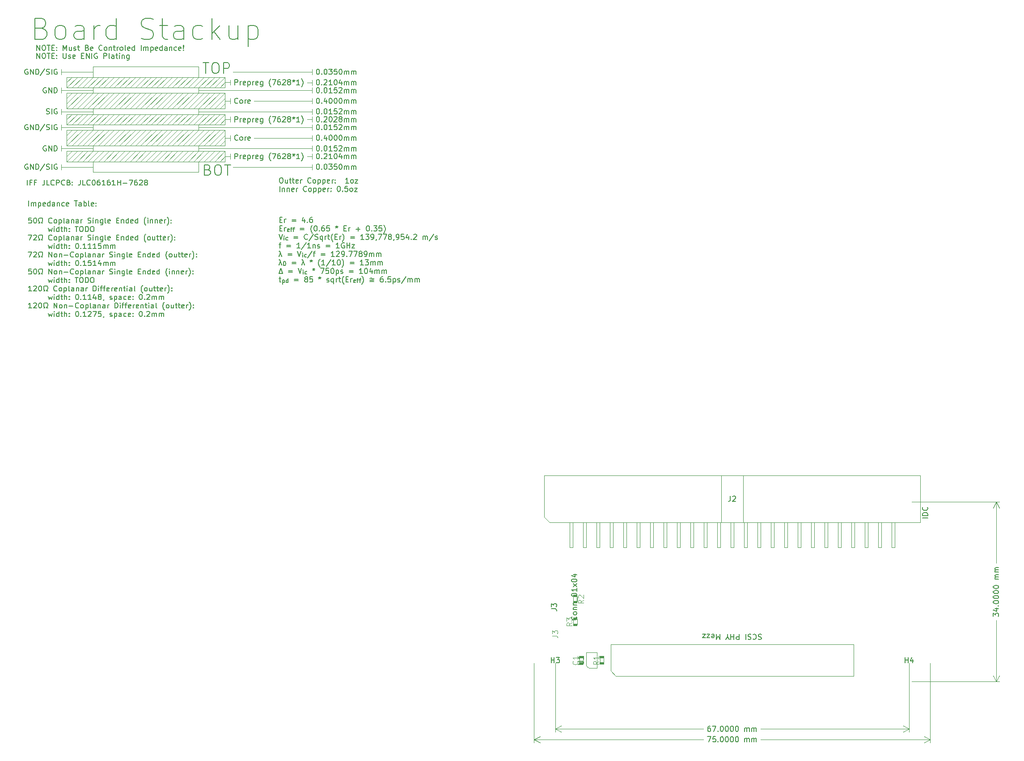
<source format=gbr>
G04 #@! TF.GenerationSoftware,KiCad,Pcbnew,8.0.6*
G04 #@! TF.CreationDate,2024-11-07T02:27:30-08:00*
G04 #@! TF.ProjectId,mse-50-idc,6d73652d-3530-42d6-9964-632e6b696361,1*
G04 #@! TF.SameCoordinates,Original*
G04 #@! TF.FileFunction,AssemblyDrawing,Top*
%FSLAX46Y46*%
G04 Gerber Fmt 4.6, Leading zero omitted, Abs format (unit mm)*
G04 Created by KiCad (PCBNEW 8.0.6) date 2024-11-07 02:27:30*
%MOMM*%
%LPD*%
G01*
G04 APERTURE LIST*
%ADD10C,0.100000*%
%ADD11C,0.150000*%
%ADD12C,0.000000*%
%ADD13C,0.050000*%
G04 APERTURE END LIST*
D10*
X-161500000Y105482791D02*
X-159500000Y107482791D01*
X-163500000Y112500000D02*
X-133500000Y112500000D01*
X-155500000Y112500000D02*
X-153500000Y114500000D01*
X-153500000Y105482791D02*
X-151500000Y107482791D01*
X-135500000Y105482791D02*
X-133500000Y107482791D01*
X-160500000Y112500000D02*
X-158500000Y114500000D01*
X-117000000Y100482791D02*
X-117000000Y101482791D01*
X-140500000Y108500000D02*
X-137500000Y111500000D01*
X-133500000Y106482791D02*
X-132500000Y106482791D01*
X-162500000Y112500000D02*
X-160500000Y114500000D01*
X-143500000Y98482791D02*
X-141500000Y100482791D01*
X-138500000Y104982791D02*
X-117000000Y104982791D01*
X-136500000Y105482791D02*
X-134500000Y107482791D01*
X-152500000Y112500000D02*
X-150500000Y114500000D01*
X-162500000Y108500000D02*
X-159500000Y111500000D01*
X-133500000Y99482791D02*
X-132500000Y99482791D01*
X-141500000Y108500000D02*
X-138500000Y111500000D01*
X-150500000Y98482791D02*
X-148500000Y100482791D01*
X-158500000Y100482791D02*
X-163500000Y100482791D01*
X-146500000Y105482791D02*
X-144500000Y107482791D01*
X-158500000Y112500000D02*
X-156500000Y114500000D01*
X-133500000Y110000000D02*
X-132500000Y110000000D01*
X-156500000Y108500000D02*
X-153500000Y111500000D01*
X-141500000Y101482791D02*
X-138500000Y104482791D01*
X-138500000Y98482791D02*
X-136500000Y100482791D01*
X-117000000Y107482791D02*
X-117000000Y108482791D01*
X-163500000Y98482791D02*
X-161500000Y100482791D01*
X-146500000Y98482791D02*
X-144500000Y100482791D01*
X-151500000Y112500000D02*
X-149500000Y114500000D01*
X-148500000Y98482791D02*
X-146500000Y100482791D01*
X-158500000Y107482791D02*
X-163500000Y107482791D01*
X-146500000Y108500000D02*
X-143500000Y111500000D01*
X-138500000Y105482791D02*
X-136500000Y107482791D01*
X-159500000Y112500000D02*
X-157500000Y114500000D01*
X-160500000Y98482791D02*
X-158500000Y100482791D01*
X-134500000Y108500000D02*
X-133500000Y109500000D01*
X-159500000Y108500000D02*
X-156500000Y111500000D01*
X-154500000Y101482791D02*
X-151500000Y104482791D01*
X-117000000Y114982791D02*
X-117000000Y115982791D01*
X-137500000Y101482791D02*
X-134500000Y104482791D01*
X-138500000Y96482791D02*
X-158500000Y96482791D01*
X-138500000Y105482791D02*
X-138500000Y104482791D01*
X-163500000Y113500000D02*
X-162500000Y114500000D01*
X-146500000Y101482791D02*
X-143500000Y104482791D01*
X-163500000Y105482791D02*
X-133500000Y105482791D01*
X-138500000Y111500000D02*
X-158500000Y111500000D01*
X-141500000Y98482791D02*
X-139500000Y100482791D01*
X-133500000Y105482791D02*
X-133500000Y107482791D01*
X-163500000Y111500000D02*
X-163500000Y108500000D01*
X-148500000Y108500000D02*
X-145500000Y111500000D01*
X-138500000Y116482791D02*
X-158500000Y116482791D01*
X-163500000Y110500000D02*
X-162500000Y111500000D01*
X-134500000Y105482791D02*
X-133500000Y106482791D01*
X-150500000Y112500000D02*
X-148500000Y114500000D01*
X-153500000Y108500000D02*
X-150500000Y111500000D01*
X-161500000Y112500000D02*
X-159500000Y114500000D01*
X-158500000Y100982791D02*
X-164500000Y100982791D01*
X-149500000Y108500000D02*
X-146500000Y111500000D01*
X-154500000Y108500000D02*
X-151500000Y111500000D01*
X-158500000Y111500000D02*
X-158500000Y112500000D01*
X-164500000Y111500000D02*
X-164500000Y112500000D01*
X-133500000Y104482791D02*
X-138500000Y104482791D01*
X-156500000Y98482791D02*
X-154500000Y100482791D01*
X-153500000Y101482791D02*
X-150500000Y104482791D01*
X-158500000Y107482791D02*
X-158500000Y108482791D01*
X-134500000Y98482791D02*
X-133500000Y99482791D01*
X-163500000Y102482791D02*
X-161500000Y104482791D01*
X-132500000Y105982791D02*
X-132500000Y106982791D01*
X-164500000Y96982791D02*
X-164500000Y97982791D01*
X-157500000Y112500000D02*
X-155500000Y114500000D01*
X-133500000Y114500000D02*
X-138500000Y114500000D01*
X-163500000Y103482791D02*
X-162500000Y104482791D01*
X-138500000Y104482791D02*
X-158500000Y104482791D01*
X-158500000Y105482791D02*
X-156500000Y107482791D01*
X-154500000Y105482791D02*
X-152500000Y107482791D01*
X-140500000Y101482791D02*
X-137500000Y104482791D01*
X-143500000Y105482791D02*
X-141500000Y107482791D01*
X-152500000Y98482791D02*
X-150500000Y100482791D01*
X-117000000Y98982791D02*
X-117000000Y99982791D01*
X-153500000Y112500000D02*
X-151500000Y114500000D01*
X-153500000Y98482791D02*
X-151500000Y100482791D01*
X-158500000Y100482791D02*
X-138500000Y100482791D01*
X-117000000Y109482791D02*
X-117000000Y110482791D01*
X-133500000Y108500000D02*
X-133500000Y111500000D01*
X-145500000Y105482791D02*
X-143500000Y107482791D01*
X-140500000Y112500000D02*
X-138500000Y114500000D01*
X-147500000Y108500000D02*
X-144500000Y111500000D01*
X-137500000Y108500000D02*
X-134500000Y111500000D01*
X-156500000Y101482791D02*
X-153500000Y104482791D01*
X-151500000Y101482791D02*
X-148500000Y104482791D01*
X-128000000Y109982791D02*
X-117000000Y109982791D01*
X-155500000Y98482791D02*
X-153500000Y100482791D01*
X-158500000Y101482791D02*
X-155500000Y104482791D01*
X-140500000Y105482791D02*
X-138500000Y107482791D01*
X-156500000Y112500000D02*
X-154500000Y114500000D01*
X-137500000Y105482791D02*
X-135500000Y107482791D01*
X-151500000Y98482791D02*
X-149500000Y100482791D01*
X-148500000Y105482791D02*
X-146500000Y107482791D01*
X-158500000Y104982791D02*
X-164500000Y104982791D01*
X-135500000Y108500000D02*
X-133500000Y110500000D01*
X-138500000Y114482791D02*
X-138500000Y116482791D01*
X-144500000Y101482791D02*
X-141500000Y104482791D01*
X-158500000Y104482791D02*
X-163500000Y104482791D01*
X-136500000Y112500000D02*
X-134500000Y114500000D01*
X-138500000Y108482791D02*
X-138500000Y107482791D01*
X-145500000Y101482791D02*
X-142500000Y104482791D01*
X-162500000Y101482791D02*
X-159500000Y104482791D01*
X-156500000Y105482791D02*
X-154500000Y107482791D01*
X-141500000Y112500000D02*
X-139500000Y114500000D01*
X-138500000Y100982791D02*
X-117000000Y100982791D01*
X-117000000Y102482791D02*
X-117000000Y103482791D01*
X-133500000Y107482791D02*
X-138500000Y107482791D01*
X-158500000Y104482791D02*
X-158500000Y105482791D01*
X-149500000Y98482791D02*
X-147500000Y100482791D01*
X-149500000Y105482791D02*
X-147500000Y107482791D01*
X-158500000Y105482791D02*
X-163500000Y105482791D01*
X-164500000Y114982791D02*
X-164500000Y115982791D01*
X-142500000Y112500000D02*
X-140500000Y114500000D01*
X-143500000Y108500000D02*
X-140500000Y111500000D01*
X-132000000Y115482791D02*
X-117000000Y115482791D01*
X-142500000Y98482791D02*
X-140500000Y100482791D01*
X-139500000Y112500000D02*
X-137500000Y114500000D01*
X-137500000Y112500000D02*
X-135500000Y114500000D01*
X-163500000Y101482791D02*
X-133500000Y101482791D01*
X-148500000Y101482791D02*
X-145500000Y104482791D01*
X-158500000Y105482791D02*
X-138500000Y105482791D01*
X-148500000Y112500000D02*
X-146500000Y114500000D01*
X-157500000Y108500000D02*
X-154500000Y111500000D01*
X-151500000Y105482791D02*
X-149500000Y107482791D01*
X-150500000Y105482791D02*
X-148500000Y107482791D01*
X-117000000Y111482791D02*
X-117000000Y112482791D01*
X-138500000Y112500000D02*
X-136500000Y114500000D01*
X-133500000Y100482791D02*
X-138500000Y100482791D01*
X-118000000Y106482791D02*
X-117000000Y106482791D01*
X-146500000Y112500000D02*
X-144500000Y114500000D01*
X-117000000Y112982791D02*
X-117000000Y113982791D01*
X-143500000Y101482791D02*
X-140500000Y104482791D01*
X-163500000Y106482791D02*
X-162500000Y107482791D01*
X-161500000Y108500000D02*
X-158500000Y111500000D01*
X-136500000Y108500000D02*
X-133500000Y111500000D01*
X-144500000Y108500000D02*
X-141500000Y111500000D01*
X-145500000Y98482791D02*
X-143500000Y100482791D01*
X-139500000Y105482791D02*
X-137500000Y107482791D01*
X-154500000Y112500000D02*
X-152500000Y114500000D01*
X-138500000Y96482791D02*
X-138500000Y98482791D01*
X-141500000Y105482791D02*
X-139500000Y107482791D01*
X-159500000Y98482791D02*
X-157500000Y100482791D01*
X-163500000Y98482791D02*
X-133500000Y98482791D01*
X-142500000Y105482791D02*
X-140500000Y107482791D01*
X-158500000Y116482791D02*
X-158500000Y114482791D01*
X-132500000Y98982791D02*
X-132500000Y99982791D01*
X-158500000Y114500000D02*
X-163500000Y114500000D01*
X-133500000Y112500000D02*
X-133500000Y114500000D01*
X-160500000Y105482791D02*
X-158500000Y107482791D01*
X-118000000Y113482791D02*
X-117000000Y113482791D01*
X-163500000Y105482791D02*
X-161500000Y107482791D01*
X-150500000Y108500000D02*
X-147500000Y111500000D01*
X-136500000Y101482791D02*
X-133500000Y104482791D01*
X-128000000Y102982791D02*
X-117000000Y102982791D01*
X-138500000Y107982791D02*
X-117000000Y107982791D01*
X-117000000Y105982791D02*
X-117000000Y106982791D01*
X-133500000Y102982791D02*
X-132500000Y102982791D01*
X-161500000Y101482791D02*
X-158500000Y104482791D01*
X-117000000Y96982791D02*
X-117000000Y97982791D01*
X-158500000Y111500000D02*
X-163500000Y111500000D01*
X-149500000Y101482791D02*
X-146500000Y104482791D01*
X-151500000Y108500000D02*
X-148500000Y111500000D01*
X-138500000Y101482791D02*
X-138500000Y100482791D01*
X-163500000Y108500000D02*
X-133500000Y108500000D01*
X-150500000Y101482791D02*
X-147500000Y104482791D01*
X-154500000Y98482791D02*
X-152500000Y100482791D01*
X-152500000Y101482791D02*
X-149500000Y104482791D01*
X-158500000Y107982791D02*
X-164500000Y107982791D01*
X-134500000Y101482791D02*
X-133500000Y102482791D01*
X-164500000Y100482791D02*
X-164500000Y101482791D01*
X-118000000Y99482791D02*
X-117000000Y99482791D01*
X-157500000Y101482791D02*
X-154500000Y104482791D01*
X-164500000Y104482791D02*
X-164500000Y105482791D01*
X-138500000Y112500000D02*
X-138500000Y111500000D01*
X-145500000Y108500000D02*
X-142500000Y111500000D01*
X-160500000Y101482791D02*
X-157500000Y104482791D01*
X-163500000Y107482791D02*
X-163500000Y105482791D01*
X-161500000Y98482791D02*
X-159500000Y100482791D01*
X-158500000Y98482791D02*
X-156500000Y100482791D01*
X-158500000Y97482791D02*
X-164500000Y97482791D01*
X-147500000Y105482791D02*
X-145500000Y107482791D01*
X-152500000Y108500000D02*
X-149500000Y111500000D01*
X-132500000Y109500000D02*
X-132500000Y110500000D01*
X-142500000Y108500000D02*
X-139500000Y111500000D01*
X-133500000Y101482791D02*
X-133500000Y104482791D01*
X-149500000Y112500000D02*
X-147500000Y114500000D01*
X-133500000Y98482791D02*
X-133500000Y100482791D01*
X-162500000Y98482791D02*
X-160500000Y100482791D01*
X-158500000Y108500000D02*
X-155500000Y111500000D01*
X-144500000Y112500000D02*
X-142500000Y114500000D01*
X-147500000Y112500000D02*
X-145500000Y114500000D01*
X-158500000Y114500000D02*
X-138500000Y114500000D01*
X-155500000Y105482791D02*
X-153500000Y107482791D01*
X-163500000Y99482791D02*
X-162500000Y100482791D01*
X-158500000Y107482791D02*
X-138500000Y107482791D01*
X-164500000Y107482791D02*
X-164500000Y108482791D01*
X-159500000Y105482791D02*
X-157500000Y107482791D01*
X-147500000Y101482791D02*
X-144500000Y104482791D01*
X-162500000Y105482791D02*
X-160500000Y107482791D01*
X-144500000Y105482791D02*
X-142500000Y107482791D01*
X-133500000Y105482791D02*
X-138500000Y105482791D01*
X-158500000Y100482791D02*
X-158500000Y101482791D01*
X-135500000Y101482791D02*
X-133500000Y103482791D01*
X-132500000Y102482791D02*
X-132500000Y103482791D01*
X-157500000Y105482791D02*
X-155500000Y107482791D01*
X-135500000Y112500000D02*
X-133500000Y114500000D01*
X-157500000Y98482791D02*
X-155500000Y100482791D01*
X-155500000Y101482791D02*
X-152500000Y104482791D01*
X-155500000Y108500000D02*
X-152500000Y111500000D01*
X-139500000Y101482791D02*
X-136500000Y104482791D01*
X-133500000Y111500000D02*
X-138500000Y111500000D01*
X-158500000Y98482791D02*
X-158500000Y96482791D01*
X-159500000Y101482791D02*
X-156500000Y104482791D01*
X-135500000Y98482791D02*
X-133500000Y100482791D01*
X-152500000Y105482791D02*
X-150500000Y107482791D01*
X-132000000Y97482791D02*
X-117000000Y97482791D01*
X-139500000Y98482791D02*
X-137500000Y100482791D01*
X-142500000Y101482791D02*
X-139500000Y104482791D01*
X-163500000Y100482791D02*
X-163500000Y98482791D01*
X-163500000Y104482791D02*
X-163500000Y101482791D01*
X-138500000Y108500000D02*
X-135500000Y111500000D01*
X-136500000Y98482791D02*
X-134500000Y100482791D01*
X-158500000Y112000000D02*
X-164500000Y112000000D01*
X-163500000Y101482791D02*
X-160500000Y104482791D01*
X-163500000Y108500000D02*
X-160500000Y111500000D01*
X-158500000Y115482791D02*
X-164500000Y115482791D01*
X-117000000Y104482791D02*
X-117000000Y105482791D01*
X-147500000Y98482791D02*
X-145500000Y100482791D01*
X-163500000Y114500000D02*
X-163500000Y112500000D01*
X-137500000Y98482791D02*
X-135500000Y100482791D01*
X-134500000Y112500000D02*
X-133500000Y113500000D01*
X-133500000Y113500000D02*
X-132500000Y113500000D01*
X-144500000Y98482791D02*
X-142500000Y100482791D01*
X-140500000Y98482791D02*
X-138500000Y100482791D01*
X-143500000Y112500000D02*
X-141500000Y114500000D01*
X-145500000Y112500000D02*
X-143500000Y114500000D01*
X-163500000Y109500000D02*
X-161500000Y111500000D01*
X-160500000Y108500000D02*
X-157500000Y111500000D01*
X-132500000Y113000000D02*
X-132500000Y114000000D01*
X-163500000Y112500000D02*
X-161500000Y114500000D01*
X-138500000Y111982791D02*
X-117000000Y111982791D01*
X-138500000Y101482791D02*
X-135500000Y104482791D01*
X-139500000Y108500000D02*
X-136500000Y111500000D01*
D11*
X-167384399Y112480353D02*
X-167479637Y112527972D01*
X-167479637Y112527972D02*
X-167622494Y112527972D01*
X-167622494Y112527972D02*
X-167765351Y112480353D01*
X-167765351Y112480353D02*
X-167860589Y112385115D01*
X-167860589Y112385115D02*
X-167908208Y112289877D01*
X-167908208Y112289877D02*
X-167955827Y112099401D01*
X-167955827Y112099401D02*
X-167955827Y111956544D01*
X-167955827Y111956544D02*
X-167908208Y111766068D01*
X-167908208Y111766068D02*
X-167860589Y111670830D01*
X-167860589Y111670830D02*
X-167765351Y111575591D01*
X-167765351Y111575591D02*
X-167622494Y111527972D01*
X-167622494Y111527972D02*
X-167527256Y111527972D01*
X-167527256Y111527972D02*
X-167384399Y111575591D01*
X-167384399Y111575591D02*
X-167336780Y111623211D01*
X-167336780Y111623211D02*
X-167336780Y111956544D01*
X-167336780Y111956544D02*
X-167527256Y111956544D01*
X-166908208Y111527972D02*
X-166908208Y112527972D01*
X-166908208Y112527972D02*
X-166336780Y111527972D01*
X-166336780Y111527972D02*
X-166336780Y112527972D01*
X-165860589Y111527972D02*
X-165860589Y112527972D01*
X-165860589Y112527972D02*
X-165622494Y112527972D01*
X-165622494Y112527972D02*
X-165479637Y112480353D01*
X-165479637Y112480353D02*
X-165384399Y112385115D01*
X-165384399Y112385115D02*
X-165336780Y112289877D01*
X-165336780Y112289877D02*
X-165289161Y112099401D01*
X-165289161Y112099401D02*
X-165289161Y111956544D01*
X-165289161Y111956544D02*
X-165336780Y111766068D01*
X-165336780Y111766068D02*
X-165384399Y111670830D01*
X-165384399Y111670830D02*
X-165479637Y111575591D01*
X-165479637Y111575591D02*
X-165622494Y111527972D01*
X-165622494Y111527972D02*
X-165860589Y111527972D01*
X-115972745Y110527972D02*
X-115877507Y110527972D01*
X-115877507Y110527972D02*
X-115782269Y110480353D01*
X-115782269Y110480353D02*
X-115734650Y110432734D01*
X-115734650Y110432734D02*
X-115687031Y110337496D01*
X-115687031Y110337496D02*
X-115639412Y110147020D01*
X-115639412Y110147020D02*
X-115639412Y109908925D01*
X-115639412Y109908925D02*
X-115687031Y109718449D01*
X-115687031Y109718449D02*
X-115734650Y109623211D01*
X-115734650Y109623211D02*
X-115782269Y109575591D01*
X-115782269Y109575591D02*
X-115877507Y109527972D01*
X-115877507Y109527972D02*
X-115972745Y109527972D01*
X-115972745Y109527972D02*
X-116067983Y109575591D01*
X-116067983Y109575591D02*
X-116115602Y109623211D01*
X-116115602Y109623211D02*
X-116163221Y109718449D01*
X-116163221Y109718449D02*
X-116210840Y109908925D01*
X-116210840Y109908925D02*
X-116210840Y110147020D01*
X-116210840Y110147020D02*
X-116163221Y110337496D01*
X-116163221Y110337496D02*
X-116115602Y110432734D01*
X-116115602Y110432734D02*
X-116067983Y110480353D01*
X-116067983Y110480353D02*
X-115972745Y110527972D01*
X-115210840Y109623211D02*
X-115163221Y109575591D01*
X-115163221Y109575591D02*
X-115210840Y109527972D01*
X-115210840Y109527972D02*
X-115258459Y109575591D01*
X-115258459Y109575591D02*
X-115210840Y109623211D01*
X-115210840Y109623211D02*
X-115210840Y109527972D01*
X-114306079Y110194639D02*
X-114306079Y109527972D01*
X-114544174Y110575591D02*
X-114782269Y109861306D01*
X-114782269Y109861306D02*
X-114163222Y109861306D01*
X-113591793Y110527972D02*
X-113496555Y110527972D01*
X-113496555Y110527972D02*
X-113401317Y110480353D01*
X-113401317Y110480353D02*
X-113353698Y110432734D01*
X-113353698Y110432734D02*
X-113306079Y110337496D01*
X-113306079Y110337496D02*
X-113258460Y110147020D01*
X-113258460Y110147020D02*
X-113258460Y109908925D01*
X-113258460Y109908925D02*
X-113306079Y109718449D01*
X-113306079Y109718449D02*
X-113353698Y109623211D01*
X-113353698Y109623211D02*
X-113401317Y109575591D01*
X-113401317Y109575591D02*
X-113496555Y109527972D01*
X-113496555Y109527972D02*
X-113591793Y109527972D01*
X-113591793Y109527972D02*
X-113687031Y109575591D01*
X-113687031Y109575591D02*
X-113734650Y109623211D01*
X-113734650Y109623211D02*
X-113782269Y109718449D01*
X-113782269Y109718449D02*
X-113829888Y109908925D01*
X-113829888Y109908925D02*
X-113829888Y110147020D01*
X-113829888Y110147020D02*
X-113782269Y110337496D01*
X-113782269Y110337496D02*
X-113734650Y110432734D01*
X-113734650Y110432734D02*
X-113687031Y110480353D01*
X-113687031Y110480353D02*
X-113591793Y110527972D01*
X-112639412Y110527972D02*
X-112544174Y110527972D01*
X-112544174Y110527972D02*
X-112448936Y110480353D01*
X-112448936Y110480353D02*
X-112401317Y110432734D01*
X-112401317Y110432734D02*
X-112353698Y110337496D01*
X-112353698Y110337496D02*
X-112306079Y110147020D01*
X-112306079Y110147020D02*
X-112306079Y109908925D01*
X-112306079Y109908925D02*
X-112353698Y109718449D01*
X-112353698Y109718449D02*
X-112401317Y109623211D01*
X-112401317Y109623211D02*
X-112448936Y109575591D01*
X-112448936Y109575591D02*
X-112544174Y109527972D01*
X-112544174Y109527972D02*
X-112639412Y109527972D01*
X-112639412Y109527972D02*
X-112734650Y109575591D01*
X-112734650Y109575591D02*
X-112782269Y109623211D01*
X-112782269Y109623211D02*
X-112829888Y109718449D01*
X-112829888Y109718449D02*
X-112877507Y109908925D01*
X-112877507Y109908925D02*
X-112877507Y110147020D01*
X-112877507Y110147020D02*
X-112829888Y110337496D01*
X-112829888Y110337496D02*
X-112782269Y110432734D01*
X-112782269Y110432734D02*
X-112734650Y110480353D01*
X-112734650Y110480353D02*
X-112639412Y110527972D01*
X-111687031Y110527972D02*
X-111591793Y110527972D01*
X-111591793Y110527972D02*
X-111496555Y110480353D01*
X-111496555Y110480353D02*
X-111448936Y110432734D01*
X-111448936Y110432734D02*
X-111401317Y110337496D01*
X-111401317Y110337496D02*
X-111353698Y110147020D01*
X-111353698Y110147020D02*
X-111353698Y109908925D01*
X-111353698Y109908925D02*
X-111401317Y109718449D01*
X-111401317Y109718449D02*
X-111448936Y109623211D01*
X-111448936Y109623211D02*
X-111496555Y109575591D01*
X-111496555Y109575591D02*
X-111591793Y109527972D01*
X-111591793Y109527972D02*
X-111687031Y109527972D01*
X-111687031Y109527972D02*
X-111782269Y109575591D01*
X-111782269Y109575591D02*
X-111829888Y109623211D01*
X-111829888Y109623211D02*
X-111877507Y109718449D01*
X-111877507Y109718449D02*
X-111925126Y109908925D01*
X-111925126Y109908925D02*
X-111925126Y110147020D01*
X-111925126Y110147020D02*
X-111877507Y110337496D01*
X-111877507Y110337496D02*
X-111829888Y110432734D01*
X-111829888Y110432734D02*
X-111782269Y110480353D01*
X-111782269Y110480353D02*
X-111687031Y110527972D01*
X-110925126Y109527972D02*
X-110925126Y110194639D01*
X-110925126Y110099401D02*
X-110877507Y110147020D01*
X-110877507Y110147020D02*
X-110782269Y110194639D01*
X-110782269Y110194639D02*
X-110639412Y110194639D01*
X-110639412Y110194639D02*
X-110544174Y110147020D01*
X-110544174Y110147020D02*
X-110496555Y110051782D01*
X-110496555Y110051782D02*
X-110496555Y109527972D01*
X-110496555Y110051782D02*
X-110448936Y110147020D01*
X-110448936Y110147020D02*
X-110353698Y110194639D01*
X-110353698Y110194639D02*
X-110210841Y110194639D01*
X-110210841Y110194639D02*
X-110115602Y110147020D01*
X-110115602Y110147020D02*
X-110067983Y110051782D01*
X-110067983Y110051782D02*
X-110067983Y109527972D01*
X-109591793Y109527972D02*
X-109591793Y110194639D01*
X-109591793Y110099401D02*
X-109544174Y110147020D01*
X-109544174Y110147020D02*
X-109448936Y110194639D01*
X-109448936Y110194639D02*
X-109306079Y110194639D01*
X-109306079Y110194639D02*
X-109210841Y110147020D01*
X-109210841Y110147020D02*
X-109163222Y110051782D01*
X-109163222Y110051782D02*
X-109163222Y109527972D01*
X-109163222Y110051782D02*
X-109115603Y110147020D01*
X-109115603Y110147020D02*
X-109020365Y110194639D01*
X-109020365Y110194639D02*
X-108877508Y110194639D01*
X-108877508Y110194639D02*
X-108782269Y110147020D01*
X-108782269Y110147020D02*
X-108734650Y110051782D01*
X-108734650Y110051782D02*
X-108734650Y109527972D01*
X-123163221Y87473599D02*
X-122829888Y87473599D01*
X-122687031Y86949789D02*
X-123163221Y86949789D01*
X-123163221Y86949789D02*
X-123163221Y87949789D01*
X-123163221Y87949789D02*
X-122687031Y87949789D01*
X-122258459Y86949789D02*
X-122258459Y87616456D01*
X-122258459Y87425980D02*
X-122210840Y87521218D01*
X-122210840Y87521218D02*
X-122163221Y87568837D01*
X-122163221Y87568837D02*
X-122067983Y87616456D01*
X-122067983Y87616456D02*
X-121972745Y87616456D01*
X-120877506Y87473599D02*
X-120115601Y87473599D01*
X-120115601Y87187885D02*
X-120877506Y87187885D01*
X-118448935Y87616456D02*
X-118448935Y86949789D01*
X-118687030Y87997408D02*
X-118925125Y87283123D01*
X-118925125Y87283123D02*
X-118306078Y87283123D01*
X-117925125Y87045028D02*
X-117877506Y86997408D01*
X-117877506Y86997408D02*
X-117925125Y86949789D01*
X-117925125Y86949789D02*
X-117972744Y86997408D01*
X-117972744Y86997408D02*
X-117925125Y87045028D01*
X-117925125Y87045028D02*
X-117925125Y86949789D01*
X-117020364Y87949789D02*
X-117210840Y87949789D01*
X-117210840Y87949789D02*
X-117306078Y87902170D01*
X-117306078Y87902170D02*
X-117353697Y87854551D01*
X-117353697Y87854551D02*
X-117448935Y87711694D01*
X-117448935Y87711694D02*
X-117496554Y87521218D01*
X-117496554Y87521218D02*
X-117496554Y87140266D01*
X-117496554Y87140266D02*
X-117448935Y87045028D01*
X-117448935Y87045028D02*
X-117401316Y86997408D01*
X-117401316Y86997408D02*
X-117306078Y86949789D01*
X-117306078Y86949789D02*
X-117115602Y86949789D01*
X-117115602Y86949789D02*
X-117020364Y86997408D01*
X-117020364Y86997408D02*
X-116972745Y87045028D01*
X-116972745Y87045028D02*
X-116925126Y87140266D01*
X-116925126Y87140266D02*
X-116925126Y87378361D01*
X-116925126Y87378361D02*
X-116972745Y87473599D01*
X-116972745Y87473599D02*
X-117020364Y87521218D01*
X-117020364Y87521218D02*
X-117115602Y87568837D01*
X-117115602Y87568837D02*
X-117306078Y87568837D01*
X-117306078Y87568837D02*
X-117401316Y87521218D01*
X-117401316Y87521218D02*
X-117448935Y87473599D01*
X-117448935Y87473599D02*
X-117496554Y87378361D01*
X-123163221Y85863655D02*
X-122829888Y85863655D01*
X-122687031Y85339845D02*
X-123163221Y85339845D01*
X-123163221Y85339845D02*
X-123163221Y86339845D01*
X-123163221Y86339845D02*
X-122687031Y86339845D01*
X-122258459Y85339845D02*
X-122258459Y86006512D01*
X-122258459Y85816036D02*
X-122210840Y85911274D01*
X-122210840Y85911274D02*
X-122163221Y85958893D01*
X-122163221Y85958893D02*
X-122067983Y86006512D01*
X-122067983Y86006512D02*
X-121972745Y86006512D01*
X-121382268Y85267464D02*
X-121458459Y85229369D01*
X-121458459Y85229369D02*
X-121610840Y85229369D01*
X-121610840Y85229369D02*
X-121687030Y85267464D01*
X-121687030Y85267464D02*
X-121725126Y85343655D01*
X-121725126Y85343655D02*
X-121725126Y85648417D01*
X-121725126Y85648417D02*
X-121687030Y85724607D01*
X-121687030Y85724607D02*
X-121610840Y85762703D01*
X-121610840Y85762703D02*
X-121458459Y85762703D01*
X-121458459Y85762703D02*
X-121382268Y85724607D01*
X-121382268Y85724607D02*
X-121344173Y85648417D01*
X-121344173Y85648417D02*
X-121344173Y85572226D01*
X-121344173Y85572226D02*
X-121725126Y85496036D01*
X-121115602Y85762703D02*
X-120810840Y85762703D01*
X-121001316Y85229369D02*
X-121001316Y85915084D01*
X-121001316Y85915084D02*
X-120963221Y85991274D01*
X-120963221Y85991274D02*
X-120887031Y86029369D01*
X-120887031Y86029369D02*
X-120810840Y86029369D01*
X-120658459Y85762703D02*
X-120353697Y85762703D01*
X-120544173Y85229369D02*
X-120544173Y85915084D01*
X-120544173Y85915084D02*
X-120506078Y85991274D01*
X-120506078Y85991274D02*
X-120429888Y86029369D01*
X-120429888Y86029369D02*
X-120353697Y86029369D01*
X-119277506Y85863655D02*
X-118515601Y85863655D01*
X-118515601Y85577941D02*
X-119277506Y85577941D01*
X-116991792Y84958893D02*
X-117039411Y85006512D01*
X-117039411Y85006512D02*
X-117134649Y85149369D01*
X-117134649Y85149369D02*
X-117182268Y85244607D01*
X-117182268Y85244607D02*
X-117229887Y85387464D01*
X-117229887Y85387464D02*
X-117277506Y85625560D01*
X-117277506Y85625560D02*
X-117277506Y85816036D01*
X-117277506Y85816036D02*
X-117229887Y86054131D01*
X-117229887Y86054131D02*
X-117182268Y86196988D01*
X-117182268Y86196988D02*
X-117134649Y86292226D01*
X-117134649Y86292226D02*
X-117039411Y86435084D01*
X-117039411Y86435084D02*
X-116991792Y86482703D01*
X-116420363Y86339845D02*
X-116325125Y86339845D01*
X-116325125Y86339845D02*
X-116229887Y86292226D01*
X-116229887Y86292226D02*
X-116182268Y86244607D01*
X-116182268Y86244607D02*
X-116134649Y86149369D01*
X-116134649Y86149369D02*
X-116087030Y85958893D01*
X-116087030Y85958893D02*
X-116087030Y85720798D01*
X-116087030Y85720798D02*
X-116134649Y85530322D01*
X-116134649Y85530322D02*
X-116182268Y85435084D01*
X-116182268Y85435084D02*
X-116229887Y85387464D01*
X-116229887Y85387464D02*
X-116325125Y85339845D01*
X-116325125Y85339845D02*
X-116420363Y85339845D01*
X-116420363Y85339845D02*
X-116515601Y85387464D01*
X-116515601Y85387464D02*
X-116563220Y85435084D01*
X-116563220Y85435084D02*
X-116610839Y85530322D01*
X-116610839Y85530322D02*
X-116658458Y85720798D01*
X-116658458Y85720798D02*
X-116658458Y85958893D01*
X-116658458Y85958893D02*
X-116610839Y86149369D01*
X-116610839Y86149369D02*
X-116563220Y86244607D01*
X-116563220Y86244607D02*
X-116515601Y86292226D01*
X-116515601Y86292226D02*
X-116420363Y86339845D01*
X-115658458Y85435084D02*
X-115610839Y85387464D01*
X-115610839Y85387464D02*
X-115658458Y85339845D01*
X-115658458Y85339845D02*
X-115706077Y85387464D01*
X-115706077Y85387464D02*
X-115658458Y85435084D01*
X-115658458Y85435084D02*
X-115658458Y85339845D01*
X-114753697Y86339845D02*
X-114944173Y86339845D01*
X-114944173Y86339845D02*
X-115039411Y86292226D01*
X-115039411Y86292226D02*
X-115087030Y86244607D01*
X-115087030Y86244607D02*
X-115182268Y86101750D01*
X-115182268Y86101750D02*
X-115229887Y85911274D01*
X-115229887Y85911274D02*
X-115229887Y85530322D01*
X-115229887Y85530322D02*
X-115182268Y85435084D01*
X-115182268Y85435084D02*
X-115134649Y85387464D01*
X-115134649Y85387464D02*
X-115039411Y85339845D01*
X-115039411Y85339845D02*
X-114848935Y85339845D01*
X-114848935Y85339845D02*
X-114753697Y85387464D01*
X-114753697Y85387464D02*
X-114706078Y85435084D01*
X-114706078Y85435084D02*
X-114658459Y85530322D01*
X-114658459Y85530322D02*
X-114658459Y85768417D01*
X-114658459Y85768417D02*
X-114706078Y85863655D01*
X-114706078Y85863655D02*
X-114753697Y85911274D01*
X-114753697Y85911274D02*
X-114848935Y85958893D01*
X-114848935Y85958893D02*
X-115039411Y85958893D01*
X-115039411Y85958893D02*
X-115134649Y85911274D01*
X-115134649Y85911274D02*
X-115182268Y85863655D01*
X-115182268Y85863655D02*
X-115229887Y85768417D01*
X-113753697Y86339845D02*
X-114229887Y86339845D01*
X-114229887Y86339845D02*
X-114277506Y85863655D01*
X-114277506Y85863655D02*
X-114229887Y85911274D01*
X-114229887Y85911274D02*
X-114134649Y85958893D01*
X-114134649Y85958893D02*
X-113896554Y85958893D01*
X-113896554Y85958893D02*
X-113801316Y85911274D01*
X-113801316Y85911274D02*
X-113753697Y85863655D01*
X-113753697Y85863655D02*
X-113706078Y85768417D01*
X-113706078Y85768417D02*
X-113706078Y85530322D01*
X-113706078Y85530322D02*
X-113753697Y85435084D01*
X-113753697Y85435084D02*
X-113801316Y85387464D01*
X-113801316Y85387464D02*
X-113896554Y85339845D01*
X-113896554Y85339845D02*
X-114134649Y85339845D01*
X-114134649Y85339845D02*
X-114229887Y85387464D01*
X-114229887Y85387464D02*
X-114277506Y85435084D01*
X-112372744Y86339845D02*
X-112372744Y86101750D01*
X-112610839Y86196988D02*
X-112372744Y86101750D01*
X-112372744Y86101750D02*
X-112134649Y86196988D01*
X-112515601Y85911274D02*
X-112372744Y86101750D01*
X-112372744Y86101750D02*
X-112229887Y85911274D01*
X-110991791Y85863655D02*
X-110658458Y85863655D01*
X-110515601Y85339845D02*
X-110991791Y85339845D01*
X-110991791Y85339845D02*
X-110991791Y86339845D01*
X-110991791Y86339845D02*
X-110515601Y86339845D01*
X-110087029Y85339845D02*
X-110087029Y86006512D01*
X-110087029Y85816036D02*
X-110039410Y85911274D01*
X-110039410Y85911274D02*
X-109991791Y85958893D01*
X-109991791Y85958893D02*
X-109896553Y86006512D01*
X-109896553Y86006512D02*
X-109801315Y86006512D01*
X-108706076Y85720798D02*
X-107944171Y85720798D01*
X-108325124Y85339845D02*
X-108325124Y86101750D01*
X-106515600Y86339845D02*
X-106420362Y86339845D01*
X-106420362Y86339845D02*
X-106325124Y86292226D01*
X-106325124Y86292226D02*
X-106277505Y86244607D01*
X-106277505Y86244607D02*
X-106229886Y86149369D01*
X-106229886Y86149369D02*
X-106182267Y85958893D01*
X-106182267Y85958893D02*
X-106182267Y85720798D01*
X-106182267Y85720798D02*
X-106229886Y85530322D01*
X-106229886Y85530322D02*
X-106277505Y85435084D01*
X-106277505Y85435084D02*
X-106325124Y85387464D01*
X-106325124Y85387464D02*
X-106420362Y85339845D01*
X-106420362Y85339845D02*
X-106515600Y85339845D01*
X-106515600Y85339845D02*
X-106610838Y85387464D01*
X-106610838Y85387464D02*
X-106658457Y85435084D01*
X-106658457Y85435084D02*
X-106706076Y85530322D01*
X-106706076Y85530322D02*
X-106753695Y85720798D01*
X-106753695Y85720798D02*
X-106753695Y85958893D01*
X-106753695Y85958893D02*
X-106706076Y86149369D01*
X-106706076Y86149369D02*
X-106658457Y86244607D01*
X-106658457Y86244607D02*
X-106610838Y86292226D01*
X-106610838Y86292226D02*
X-106515600Y86339845D01*
X-105753695Y85435084D02*
X-105706076Y85387464D01*
X-105706076Y85387464D02*
X-105753695Y85339845D01*
X-105753695Y85339845D02*
X-105801314Y85387464D01*
X-105801314Y85387464D02*
X-105753695Y85435084D01*
X-105753695Y85435084D02*
X-105753695Y85339845D01*
X-105372743Y86339845D02*
X-104753696Y86339845D01*
X-104753696Y86339845D02*
X-105087029Y85958893D01*
X-105087029Y85958893D02*
X-104944172Y85958893D01*
X-104944172Y85958893D02*
X-104848934Y85911274D01*
X-104848934Y85911274D02*
X-104801315Y85863655D01*
X-104801315Y85863655D02*
X-104753696Y85768417D01*
X-104753696Y85768417D02*
X-104753696Y85530322D01*
X-104753696Y85530322D02*
X-104801315Y85435084D01*
X-104801315Y85435084D02*
X-104848934Y85387464D01*
X-104848934Y85387464D02*
X-104944172Y85339845D01*
X-104944172Y85339845D02*
X-105229886Y85339845D01*
X-105229886Y85339845D02*
X-105325124Y85387464D01*
X-105325124Y85387464D02*
X-105372743Y85435084D01*
X-103848934Y86339845D02*
X-104325124Y86339845D01*
X-104325124Y86339845D02*
X-104372743Y85863655D01*
X-104372743Y85863655D02*
X-104325124Y85911274D01*
X-104325124Y85911274D02*
X-104229886Y85958893D01*
X-104229886Y85958893D02*
X-103991791Y85958893D01*
X-103991791Y85958893D02*
X-103896553Y85911274D01*
X-103896553Y85911274D02*
X-103848934Y85863655D01*
X-103848934Y85863655D02*
X-103801315Y85768417D01*
X-103801315Y85768417D02*
X-103801315Y85530322D01*
X-103801315Y85530322D02*
X-103848934Y85435084D01*
X-103848934Y85435084D02*
X-103896553Y85387464D01*
X-103896553Y85387464D02*
X-103991791Y85339845D01*
X-103991791Y85339845D02*
X-104229886Y85339845D01*
X-104229886Y85339845D02*
X-104325124Y85387464D01*
X-104325124Y85387464D02*
X-104372743Y85435084D01*
X-103467981Y84958893D02*
X-103420362Y85006512D01*
X-103420362Y85006512D02*
X-103325124Y85149369D01*
X-103325124Y85149369D02*
X-103277505Y85244607D01*
X-103277505Y85244607D02*
X-103229886Y85387464D01*
X-103229886Y85387464D02*
X-103182267Y85625560D01*
X-103182267Y85625560D02*
X-103182267Y85816036D01*
X-103182267Y85816036D02*
X-103229886Y86054131D01*
X-103229886Y86054131D02*
X-103277505Y86196988D01*
X-103277505Y86196988D02*
X-103325124Y86292226D01*
X-103325124Y86292226D02*
X-103420362Y86435084D01*
X-103420362Y86435084D02*
X-103467981Y86482703D01*
X-123306078Y84729901D02*
X-122972745Y83729901D01*
X-122972745Y83729901D02*
X-122639412Y84729901D01*
X-122353697Y83619425D02*
X-122353697Y84152759D01*
X-122353697Y84419425D02*
X-122391793Y84381330D01*
X-122391793Y84381330D02*
X-122353697Y84343235D01*
X-122353697Y84343235D02*
X-122315602Y84381330D01*
X-122315602Y84381330D02*
X-122353697Y84419425D01*
X-122353697Y84419425D02*
X-122353697Y84343235D01*
X-121629888Y83657520D02*
X-121706079Y83619425D01*
X-121706079Y83619425D02*
X-121858460Y83619425D01*
X-121858460Y83619425D02*
X-121934650Y83657520D01*
X-121934650Y83657520D02*
X-121972745Y83695616D01*
X-121972745Y83695616D02*
X-122010841Y83771806D01*
X-122010841Y83771806D02*
X-122010841Y84000378D01*
X-122010841Y84000378D02*
X-121972745Y84076568D01*
X-121972745Y84076568D02*
X-121934650Y84114663D01*
X-121934650Y84114663D02*
X-121858460Y84152759D01*
X-121858460Y84152759D02*
X-121706079Y84152759D01*
X-121706079Y84152759D02*
X-121629888Y84114663D01*
X-120477507Y84253711D02*
X-119715602Y84253711D01*
X-119715602Y83967997D02*
X-120477507Y83967997D01*
X-117906079Y83825140D02*
X-117953698Y83777520D01*
X-117953698Y83777520D02*
X-118096555Y83729901D01*
X-118096555Y83729901D02*
X-118191793Y83729901D01*
X-118191793Y83729901D02*
X-118334650Y83777520D01*
X-118334650Y83777520D02*
X-118429888Y83872759D01*
X-118429888Y83872759D02*
X-118477507Y83967997D01*
X-118477507Y83967997D02*
X-118525126Y84158473D01*
X-118525126Y84158473D02*
X-118525126Y84301330D01*
X-118525126Y84301330D02*
X-118477507Y84491806D01*
X-118477507Y84491806D02*
X-118429888Y84587044D01*
X-118429888Y84587044D02*
X-118334650Y84682282D01*
X-118334650Y84682282D02*
X-118191793Y84729901D01*
X-118191793Y84729901D02*
X-118096555Y84729901D01*
X-118096555Y84729901D02*
X-117953698Y84682282D01*
X-117953698Y84682282D02*
X-117906079Y84634663D01*
X-116763222Y84777520D02*
X-117620364Y83491806D01*
X-116477507Y83777520D02*
X-116334650Y83729901D01*
X-116334650Y83729901D02*
X-116096555Y83729901D01*
X-116096555Y83729901D02*
X-116001317Y83777520D01*
X-116001317Y83777520D02*
X-115953698Y83825140D01*
X-115953698Y83825140D02*
X-115906079Y83920378D01*
X-115906079Y83920378D02*
X-115906079Y84015616D01*
X-115906079Y84015616D02*
X-115953698Y84110854D01*
X-115953698Y84110854D02*
X-116001317Y84158473D01*
X-116001317Y84158473D02*
X-116096555Y84206092D01*
X-116096555Y84206092D02*
X-116287031Y84253711D01*
X-116287031Y84253711D02*
X-116382269Y84301330D01*
X-116382269Y84301330D02*
X-116429888Y84348949D01*
X-116429888Y84348949D02*
X-116477507Y84444187D01*
X-116477507Y84444187D02*
X-116477507Y84539425D01*
X-116477507Y84539425D02*
X-116429888Y84634663D01*
X-116429888Y84634663D02*
X-116382269Y84682282D01*
X-116382269Y84682282D02*
X-116287031Y84729901D01*
X-116287031Y84729901D02*
X-116048936Y84729901D01*
X-116048936Y84729901D02*
X-115906079Y84682282D01*
X-115048936Y84396568D02*
X-115048936Y83396568D01*
X-115048936Y83777520D02*
X-115144174Y83729901D01*
X-115144174Y83729901D02*
X-115334650Y83729901D01*
X-115334650Y83729901D02*
X-115429888Y83777520D01*
X-115429888Y83777520D02*
X-115477507Y83825140D01*
X-115477507Y83825140D02*
X-115525126Y83920378D01*
X-115525126Y83920378D02*
X-115525126Y84206092D01*
X-115525126Y84206092D02*
X-115477507Y84301330D01*
X-115477507Y84301330D02*
X-115429888Y84348949D01*
X-115429888Y84348949D02*
X-115334650Y84396568D01*
X-115334650Y84396568D02*
X-115144174Y84396568D01*
X-115144174Y84396568D02*
X-115048936Y84348949D01*
X-114572745Y83729901D02*
X-114572745Y84396568D01*
X-114572745Y84206092D02*
X-114525126Y84301330D01*
X-114525126Y84301330D02*
X-114477507Y84348949D01*
X-114477507Y84348949D02*
X-114382269Y84396568D01*
X-114382269Y84396568D02*
X-114287031Y84396568D01*
X-114096554Y84396568D02*
X-113715602Y84396568D01*
X-113953697Y84729901D02*
X-113953697Y83872759D01*
X-113953697Y83872759D02*
X-113906078Y83777520D01*
X-113906078Y83777520D02*
X-113810840Y83729901D01*
X-113810840Y83729901D02*
X-113715602Y83729901D01*
X-113096554Y83348949D02*
X-113144173Y83396568D01*
X-113144173Y83396568D02*
X-113239411Y83539425D01*
X-113239411Y83539425D02*
X-113287030Y83634663D01*
X-113287030Y83634663D02*
X-113334649Y83777520D01*
X-113334649Y83777520D02*
X-113382268Y84015616D01*
X-113382268Y84015616D02*
X-113382268Y84206092D01*
X-113382268Y84206092D02*
X-113334649Y84444187D01*
X-113334649Y84444187D02*
X-113287030Y84587044D01*
X-113287030Y84587044D02*
X-113239411Y84682282D01*
X-113239411Y84682282D02*
X-113144173Y84825140D01*
X-113144173Y84825140D02*
X-113096554Y84872759D01*
X-112715601Y84253711D02*
X-112382268Y84253711D01*
X-112239411Y83729901D02*
X-112715601Y83729901D01*
X-112715601Y83729901D02*
X-112715601Y84729901D01*
X-112715601Y84729901D02*
X-112239411Y84729901D01*
X-111810839Y83729901D02*
X-111810839Y84396568D01*
X-111810839Y84206092D02*
X-111763220Y84301330D01*
X-111763220Y84301330D02*
X-111715601Y84348949D01*
X-111715601Y84348949D02*
X-111620363Y84396568D01*
X-111620363Y84396568D02*
X-111525125Y84396568D01*
X-111287029Y83348949D02*
X-111239410Y83396568D01*
X-111239410Y83396568D02*
X-111144172Y83539425D01*
X-111144172Y83539425D02*
X-111096553Y83634663D01*
X-111096553Y83634663D02*
X-111048934Y83777520D01*
X-111048934Y83777520D02*
X-111001315Y84015616D01*
X-111001315Y84015616D02*
X-111001315Y84206092D01*
X-111001315Y84206092D02*
X-111048934Y84444187D01*
X-111048934Y84444187D02*
X-111096553Y84587044D01*
X-111096553Y84587044D02*
X-111144172Y84682282D01*
X-111144172Y84682282D02*
X-111239410Y84825140D01*
X-111239410Y84825140D02*
X-111287029Y84872759D01*
X-109763219Y84253711D02*
X-109001314Y84253711D01*
X-109001314Y83967997D02*
X-109763219Y83967997D01*
X-107239410Y83729901D02*
X-107810838Y83729901D01*
X-107525124Y83729901D02*
X-107525124Y84729901D01*
X-107525124Y84729901D02*
X-107620362Y84587044D01*
X-107620362Y84587044D02*
X-107715600Y84491806D01*
X-107715600Y84491806D02*
X-107810838Y84444187D01*
X-106906076Y84729901D02*
X-106287029Y84729901D01*
X-106287029Y84729901D02*
X-106620362Y84348949D01*
X-106620362Y84348949D02*
X-106477505Y84348949D01*
X-106477505Y84348949D02*
X-106382267Y84301330D01*
X-106382267Y84301330D02*
X-106334648Y84253711D01*
X-106334648Y84253711D02*
X-106287029Y84158473D01*
X-106287029Y84158473D02*
X-106287029Y83920378D01*
X-106287029Y83920378D02*
X-106334648Y83825140D01*
X-106334648Y83825140D02*
X-106382267Y83777520D01*
X-106382267Y83777520D02*
X-106477505Y83729901D01*
X-106477505Y83729901D02*
X-106763219Y83729901D01*
X-106763219Y83729901D02*
X-106858457Y83777520D01*
X-106858457Y83777520D02*
X-106906076Y83825140D01*
X-105810838Y83729901D02*
X-105620362Y83729901D01*
X-105620362Y83729901D02*
X-105525124Y83777520D01*
X-105525124Y83777520D02*
X-105477505Y83825140D01*
X-105477505Y83825140D02*
X-105382267Y83967997D01*
X-105382267Y83967997D02*
X-105334648Y84158473D01*
X-105334648Y84158473D02*
X-105334648Y84539425D01*
X-105334648Y84539425D02*
X-105382267Y84634663D01*
X-105382267Y84634663D02*
X-105429886Y84682282D01*
X-105429886Y84682282D02*
X-105525124Y84729901D01*
X-105525124Y84729901D02*
X-105715600Y84729901D01*
X-105715600Y84729901D02*
X-105810838Y84682282D01*
X-105810838Y84682282D02*
X-105858457Y84634663D01*
X-105858457Y84634663D02*
X-105906076Y84539425D01*
X-105906076Y84539425D02*
X-105906076Y84301330D01*
X-105906076Y84301330D02*
X-105858457Y84206092D01*
X-105858457Y84206092D02*
X-105810838Y84158473D01*
X-105810838Y84158473D02*
X-105715600Y84110854D01*
X-105715600Y84110854D02*
X-105525124Y84110854D01*
X-105525124Y84110854D02*
X-105429886Y84158473D01*
X-105429886Y84158473D02*
X-105382267Y84206092D01*
X-105382267Y84206092D02*
X-105334648Y84301330D01*
X-104858457Y83777520D02*
X-104858457Y83729901D01*
X-104858457Y83729901D02*
X-104906076Y83634663D01*
X-104906076Y83634663D02*
X-104953695Y83587044D01*
X-104525124Y84729901D02*
X-103858458Y84729901D01*
X-103858458Y84729901D02*
X-104287029Y83729901D01*
X-103572743Y84729901D02*
X-102906077Y84729901D01*
X-102906077Y84729901D02*
X-103334648Y83729901D01*
X-102382267Y84301330D02*
X-102477505Y84348949D01*
X-102477505Y84348949D02*
X-102525124Y84396568D01*
X-102525124Y84396568D02*
X-102572743Y84491806D01*
X-102572743Y84491806D02*
X-102572743Y84539425D01*
X-102572743Y84539425D02*
X-102525124Y84634663D01*
X-102525124Y84634663D02*
X-102477505Y84682282D01*
X-102477505Y84682282D02*
X-102382267Y84729901D01*
X-102382267Y84729901D02*
X-102191791Y84729901D01*
X-102191791Y84729901D02*
X-102096553Y84682282D01*
X-102096553Y84682282D02*
X-102048934Y84634663D01*
X-102048934Y84634663D02*
X-102001315Y84539425D01*
X-102001315Y84539425D02*
X-102001315Y84491806D01*
X-102001315Y84491806D02*
X-102048934Y84396568D01*
X-102048934Y84396568D02*
X-102096553Y84348949D01*
X-102096553Y84348949D02*
X-102191791Y84301330D01*
X-102191791Y84301330D02*
X-102382267Y84301330D01*
X-102382267Y84301330D02*
X-102477505Y84253711D01*
X-102477505Y84253711D02*
X-102525124Y84206092D01*
X-102525124Y84206092D02*
X-102572743Y84110854D01*
X-102572743Y84110854D02*
X-102572743Y83920378D01*
X-102572743Y83920378D02*
X-102525124Y83825140D01*
X-102525124Y83825140D02*
X-102477505Y83777520D01*
X-102477505Y83777520D02*
X-102382267Y83729901D01*
X-102382267Y83729901D02*
X-102191791Y83729901D01*
X-102191791Y83729901D02*
X-102096553Y83777520D01*
X-102096553Y83777520D02*
X-102048934Y83825140D01*
X-102048934Y83825140D02*
X-102001315Y83920378D01*
X-102001315Y83920378D02*
X-102001315Y84110854D01*
X-102001315Y84110854D02*
X-102048934Y84206092D01*
X-102048934Y84206092D02*
X-102096553Y84253711D01*
X-102096553Y84253711D02*
X-102191791Y84301330D01*
X-101525124Y83777520D02*
X-101525124Y83729901D01*
X-101525124Y83729901D02*
X-101572743Y83634663D01*
X-101572743Y83634663D02*
X-101620362Y83587044D01*
X-101048934Y83729901D02*
X-100858458Y83729901D01*
X-100858458Y83729901D02*
X-100763220Y83777520D01*
X-100763220Y83777520D02*
X-100715601Y83825140D01*
X-100715601Y83825140D02*
X-100620363Y83967997D01*
X-100620363Y83967997D02*
X-100572744Y84158473D01*
X-100572744Y84158473D02*
X-100572744Y84539425D01*
X-100572744Y84539425D02*
X-100620363Y84634663D01*
X-100620363Y84634663D02*
X-100667982Y84682282D01*
X-100667982Y84682282D02*
X-100763220Y84729901D01*
X-100763220Y84729901D02*
X-100953696Y84729901D01*
X-100953696Y84729901D02*
X-101048934Y84682282D01*
X-101048934Y84682282D02*
X-101096553Y84634663D01*
X-101096553Y84634663D02*
X-101144172Y84539425D01*
X-101144172Y84539425D02*
X-101144172Y84301330D01*
X-101144172Y84301330D02*
X-101096553Y84206092D01*
X-101096553Y84206092D02*
X-101048934Y84158473D01*
X-101048934Y84158473D02*
X-100953696Y84110854D01*
X-100953696Y84110854D02*
X-100763220Y84110854D01*
X-100763220Y84110854D02*
X-100667982Y84158473D01*
X-100667982Y84158473D02*
X-100620363Y84206092D01*
X-100620363Y84206092D02*
X-100572744Y84301330D01*
X-99667982Y84729901D02*
X-100144172Y84729901D01*
X-100144172Y84729901D02*
X-100191791Y84253711D01*
X-100191791Y84253711D02*
X-100144172Y84301330D01*
X-100144172Y84301330D02*
X-100048934Y84348949D01*
X-100048934Y84348949D02*
X-99810839Y84348949D01*
X-99810839Y84348949D02*
X-99715601Y84301330D01*
X-99715601Y84301330D02*
X-99667982Y84253711D01*
X-99667982Y84253711D02*
X-99620363Y84158473D01*
X-99620363Y84158473D02*
X-99620363Y83920378D01*
X-99620363Y83920378D02*
X-99667982Y83825140D01*
X-99667982Y83825140D02*
X-99715601Y83777520D01*
X-99715601Y83777520D02*
X-99810839Y83729901D01*
X-99810839Y83729901D02*
X-100048934Y83729901D01*
X-100048934Y83729901D02*
X-100144172Y83777520D01*
X-100144172Y83777520D02*
X-100191791Y83825140D01*
X-98763220Y84396568D02*
X-98763220Y83729901D01*
X-99001315Y84777520D02*
X-99239410Y84063235D01*
X-99239410Y84063235D02*
X-98620363Y84063235D01*
X-98239410Y83825140D02*
X-98191791Y83777520D01*
X-98191791Y83777520D02*
X-98239410Y83729901D01*
X-98239410Y83729901D02*
X-98287029Y83777520D01*
X-98287029Y83777520D02*
X-98239410Y83825140D01*
X-98239410Y83825140D02*
X-98239410Y83729901D01*
X-97810839Y84634663D02*
X-97763220Y84682282D01*
X-97763220Y84682282D02*
X-97667982Y84729901D01*
X-97667982Y84729901D02*
X-97429887Y84729901D01*
X-97429887Y84729901D02*
X-97334649Y84682282D01*
X-97334649Y84682282D02*
X-97287030Y84634663D01*
X-97287030Y84634663D02*
X-97239411Y84539425D01*
X-97239411Y84539425D02*
X-97239411Y84444187D01*
X-97239411Y84444187D02*
X-97287030Y84301330D01*
X-97287030Y84301330D02*
X-97858458Y83729901D01*
X-97858458Y83729901D02*
X-97239411Y83729901D01*
X-96048934Y83729901D02*
X-96048934Y84396568D01*
X-96048934Y84301330D02*
X-96001315Y84348949D01*
X-96001315Y84348949D02*
X-95906077Y84396568D01*
X-95906077Y84396568D02*
X-95763220Y84396568D01*
X-95763220Y84396568D02*
X-95667982Y84348949D01*
X-95667982Y84348949D02*
X-95620363Y84253711D01*
X-95620363Y84253711D02*
X-95620363Y83729901D01*
X-95620363Y84253711D02*
X-95572744Y84348949D01*
X-95572744Y84348949D02*
X-95477506Y84396568D01*
X-95477506Y84396568D02*
X-95334649Y84396568D01*
X-95334649Y84396568D02*
X-95239410Y84348949D01*
X-95239410Y84348949D02*
X-95191791Y84253711D01*
X-95191791Y84253711D02*
X-95191791Y83729901D01*
X-94001316Y84777520D02*
X-94858458Y83491806D01*
X-93715601Y83777520D02*
X-93620363Y83729901D01*
X-93620363Y83729901D02*
X-93429887Y83729901D01*
X-93429887Y83729901D02*
X-93334649Y83777520D01*
X-93334649Y83777520D02*
X-93287030Y83872759D01*
X-93287030Y83872759D02*
X-93287030Y83920378D01*
X-93287030Y83920378D02*
X-93334649Y84015616D01*
X-93334649Y84015616D02*
X-93429887Y84063235D01*
X-93429887Y84063235D02*
X-93572744Y84063235D01*
X-93572744Y84063235D02*
X-93667982Y84110854D01*
X-93667982Y84110854D02*
X-93715601Y84206092D01*
X-93715601Y84206092D02*
X-93715601Y84253711D01*
X-93715601Y84253711D02*
X-93667982Y84348949D01*
X-93667982Y84348949D02*
X-93572744Y84396568D01*
X-93572744Y84396568D02*
X-93429887Y84396568D01*
X-93429887Y84396568D02*
X-93334649Y84348949D01*
X-123306078Y82786624D02*
X-122925126Y82786624D01*
X-123163221Y82119957D02*
X-123163221Y82977100D01*
X-123163221Y82977100D02*
X-123115602Y83072338D01*
X-123115602Y83072338D02*
X-123020364Y83119957D01*
X-123020364Y83119957D02*
X-122925126Y83119957D01*
X-121829887Y82643767D02*
X-121067982Y82643767D01*
X-121067982Y82358053D02*
X-121829887Y82358053D01*
X-119306078Y82119957D02*
X-119877506Y82119957D01*
X-119591792Y82119957D02*
X-119591792Y83119957D01*
X-119591792Y83119957D02*
X-119687030Y82977100D01*
X-119687030Y82977100D02*
X-119782268Y82881862D01*
X-119782268Y82881862D02*
X-119877506Y82834243D01*
X-118163221Y83167576D02*
X-119020363Y81881862D01*
X-117306078Y82119957D02*
X-117877506Y82119957D01*
X-117591792Y82119957D02*
X-117591792Y83119957D01*
X-117591792Y83119957D02*
X-117687030Y82977100D01*
X-117687030Y82977100D02*
X-117782268Y82881862D01*
X-117782268Y82881862D02*
X-117877506Y82834243D01*
X-116877506Y82786624D02*
X-116877506Y82119957D01*
X-116877506Y82691386D02*
X-116829887Y82739005D01*
X-116829887Y82739005D02*
X-116734649Y82786624D01*
X-116734649Y82786624D02*
X-116591792Y82786624D01*
X-116591792Y82786624D02*
X-116496554Y82739005D01*
X-116496554Y82739005D02*
X-116448935Y82643767D01*
X-116448935Y82643767D02*
X-116448935Y82119957D01*
X-116020363Y82167576D02*
X-115925125Y82119957D01*
X-115925125Y82119957D02*
X-115734649Y82119957D01*
X-115734649Y82119957D02*
X-115639411Y82167576D01*
X-115639411Y82167576D02*
X-115591792Y82262815D01*
X-115591792Y82262815D02*
X-115591792Y82310434D01*
X-115591792Y82310434D02*
X-115639411Y82405672D01*
X-115639411Y82405672D02*
X-115734649Y82453291D01*
X-115734649Y82453291D02*
X-115877506Y82453291D01*
X-115877506Y82453291D02*
X-115972744Y82500910D01*
X-115972744Y82500910D02*
X-116020363Y82596148D01*
X-116020363Y82596148D02*
X-116020363Y82643767D01*
X-116020363Y82643767D02*
X-115972744Y82739005D01*
X-115972744Y82739005D02*
X-115877506Y82786624D01*
X-115877506Y82786624D02*
X-115734649Y82786624D01*
X-115734649Y82786624D02*
X-115639411Y82739005D01*
X-114401315Y82643767D02*
X-113639410Y82643767D01*
X-113639410Y82358053D02*
X-114401315Y82358053D01*
X-111877506Y82119957D02*
X-112448934Y82119957D01*
X-112163220Y82119957D02*
X-112163220Y83119957D01*
X-112163220Y83119957D02*
X-112258458Y82977100D01*
X-112258458Y82977100D02*
X-112353696Y82881862D01*
X-112353696Y82881862D02*
X-112448934Y82834243D01*
X-110925125Y83072338D02*
X-111020363Y83119957D01*
X-111020363Y83119957D02*
X-111163220Y83119957D01*
X-111163220Y83119957D02*
X-111306077Y83072338D01*
X-111306077Y83072338D02*
X-111401315Y82977100D01*
X-111401315Y82977100D02*
X-111448934Y82881862D01*
X-111448934Y82881862D02*
X-111496553Y82691386D01*
X-111496553Y82691386D02*
X-111496553Y82548529D01*
X-111496553Y82548529D02*
X-111448934Y82358053D01*
X-111448934Y82358053D02*
X-111401315Y82262815D01*
X-111401315Y82262815D02*
X-111306077Y82167576D01*
X-111306077Y82167576D02*
X-111163220Y82119957D01*
X-111163220Y82119957D02*
X-111067982Y82119957D01*
X-111067982Y82119957D02*
X-110925125Y82167576D01*
X-110925125Y82167576D02*
X-110877506Y82215196D01*
X-110877506Y82215196D02*
X-110877506Y82548529D01*
X-110877506Y82548529D02*
X-111067982Y82548529D01*
X-110448934Y82119957D02*
X-110448934Y83119957D01*
X-110448934Y82643767D02*
X-109877506Y82643767D01*
X-109877506Y82119957D02*
X-109877506Y83119957D01*
X-109496553Y82786624D02*
X-108972744Y82786624D01*
X-108972744Y82786624D02*
X-109496553Y82119957D01*
X-109496553Y82119957D02*
X-108972744Y82119957D01*
X-123020364Y81176680D02*
X-123258459Y80510013D01*
X-123258459Y81510013D02*
X-123163221Y81510013D01*
X-123163221Y81510013D02*
X-123115602Y81462394D01*
X-123115602Y81462394D02*
X-123020364Y81176680D01*
X-123020364Y81176680D02*
X-122782269Y80510013D01*
X-121639411Y81033823D02*
X-120877506Y81033823D01*
X-120877506Y80748109D02*
X-121639411Y80748109D01*
X-119782268Y81510013D02*
X-119448935Y80510013D01*
X-119448935Y80510013D02*
X-119115602Y81510013D01*
X-118829887Y80399537D02*
X-118829887Y80932871D01*
X-118829887Y81199537D02*
X-118867983Y81161442D01*
X-118867983Y81161442D02*
X-118829887Y81123347D01*
X-118829887Y81123347D02*
X-118791792Y81161442D01*
X-118791792Y81161442D02*
X-118829887Y81199537D01*
X-118829887Y81199537D02*
X-118829887Y81123347D01*
X-118106078Y80437632D02*
X-118182269Y80399537D01*
X-118182269Y80399537D02*
X-118334650Y80399537D01*
X-118334650Y80399537D02*
X-118410840Y80437632D01*
X-118410840Y80437632D02*
X-118448935Y80475728D01*
X-118448935Y80475728D02*
X-118487031Y80551918D01*
X-118487031Y80551918D02*
X-118487031Y80780490D01*
X-118487031Y80780490D02*
X-118448935Y80856680D01*
X-118448935Y80856680D02*
X-118410840Y80894775D01*
X-118410840Y80894775D02*
X-118334650Y80932871D01*
X-118334650Y80932871D02*
X-118182269Y80932871D01*
X-118182269Y80932871D02*
X-118106078Y80894775D01*
X-117001317Y81557632D02*
X-117858459Y80271918D01*
X-116810840Y81176680D02*
X-116429888Y81176680D01*
X-116667983Y80510013D02*
X-116667983Y81367156D01*
X-116667983Y81367156D02*
X-116620364Y81462394D01*
X-116620364Y81462394D02*
X-116525126Y81510013D01*
X-116525126Y81510013D02*
X-116429888Y81510013D01*
X-115334649Y81033823D02*
X-114572744Y81033823D01*
X-114572744Y80748109D02*
X-115334649Y80748109D01*
X-112810840Y80510013D02*
X-113382268Y80510013D01*
X-113096554Y80510013D02*
X-113096554Y81510013D01*
X-113096554Y81510013D02*
X-113191792Y81367156D01*
X-113191792Y81367156D02*
X-113287030Y81271918D01*
X-113287030Y81271918D02*
X-113382268Y81224299D01*
X-112429887Y81414775D02*
X-112382268Y81462394D01*
X-112382268Y81462394D02*
X-112287030Y81510013D01*
X-112287030Y81510013D02*
X-112048935Y81510013D01*
X-112048935Y81510013D02*
X-111953697Y81462394D01*
X-111953697Y81462394D02*
X-111906078Y81414775D01*
X-111906078Y81414775D02*
X-111858459Y81319537D01*
X-111858459Y81319537D02*
X-111858459Y81224299D01*
X-111858459Y81224299D02*
X-111906078Y81081442D01*
X-111906078Y81081442D02*
X-112477506Y80510013D01*
X-112477506Y80510013D02*
X-111858459Y80510013D01*
X-111382268Y80510013D02*
X-111191792Y80510013D01*
X-111191792Y80510013D02*
X-111096554Y80557632D01*
X-111096554Y80557632D02*
X-111048935Y80605252D01*
X-111048935Y80605252D02*
X-110953697Y80748109D01*
X-110953697Y80748109D02*
X-110906078Y80938585D01*
X-110906078Y80938585D02*
X-110906078Y81319537D01*
X-110906078Y81319537D02*
X-110953697Y81414775D01*
X-110953697Y81414775D02*
X-111001316Y81462394D01*
X-111001316Y81462394D02*
X-111096554Y81510013D01*
X-111096554Y81510013D02*
X-111287030Y81510013D01*
X-111287030Y81510013D02*
X-111382268Y81462394D01*
X-111382268Y81462394D02*
X-111429887Y81414775D01*
X-111429887Y81414775D02*
X-111477506Y81319537D01*
X-111477506Y81319537D02*
X-111477506Y81081442D01*
X-111477506Y81081442D02*
X-111429887Y80986204D01*
X-111429887Y80986204D02*
X-111382268Y80938585D01*
X-111382268Y80938585D02*
X-111287030Y80890966D01*
X-111287030Y80890966D02*
X-111096554Y80890966D01*
X-111096554Y80890966D02*
X-111001316Y80938585D01*
X-111001316Y80938585D02*
X-110953697Y80986204D01*
X-110953697Y80986204D02*
X-110906078Y81081442D01*
X-110477506Y80605252D02*
X-110429887Y80557632D01*
X-110429887Y80557632D02*
X-110477506Y80510013D01*
X-110477506Y80510013D02*
X-110525125Y80557632D01*
X-110525125Y80557632D02*
X-110477506Y80605252D01*
X-110477506Y80605252D02*
X-110477506Y80510013D01*
X-110096554Y81510013D02*
X-109429888Y81510013D01*
X-109429888Y81510013D02*
X-109858459Y80510013D01*
X-109144173Y81510013D02*
X-108477507Y81510013D01*
X-108477507Y81510013D02*
X-108906078Y80510013D01*
X-107953697Y81081442D02*
X-108048935Y81129061D01*
X-108048935Y81129061D02*
X-108096554Y81176680D01*
X-108096554Y81176680D02*
X-108144173Y81271918D01*
X-108144173Y81271918D02*
X-108144173Y81319537D01*
X-108144173Y81319537D02*
X-108096554Y81414775D01*
X-108096554Y81414775D02*
X-108048935Y81462394D01*
X-108048935Y81462394D02*
X-107953697Y81510013D01*
X-107953697Y81510013D02*
X-107763221Y81510013D01*
X-107763221Y81510013D02*
X-107667983Y81462394D01*
X-107667983Y81462394D02*
X-107620364Y81414775D01*
X-107620364Y81414775D02*
X-107572745Y81319537D01*
X-107572745Y81319537D02*
X-107572745Y81271918D01*
X-107572745Y81271918D02*
X-107620364Y81176680D01*
X-107620364Y81176680D02*
X-107667983Y81129061D01*
X-107667983Y81129061D02*
X-107763221Y81081442D01*
X-107763221Y81081442D02*
X-107953697Y81081442D01*
X-107953697Y81081442D02*
X-108048935Y81033823D01*
X-108048935Y81033823D02*
X-108096554Y80986204D01*
X-108096554Y80986204D02*
X-108144173Y80890966D01*
X-108144173Y80890966D02*
X-108144173Y80700490D01*
X-108144173Y80700490D02*
X-108096554Y80605252D01*
X-108096554Y80605252D02*
X-108048935Y80557632D01*
X-108048935Y80557632D02*
X-107953697Y80510013D01*
X-107953697Y80510013D02*
X-107763221Y80510013D01*
X-107763221Y80510013D02*
X-107667983Y80557632D01*
X-107667983Y80557632D02*
X-107620364Y80605252D01*
X-107620364Y80605252D02*
X-107572745Y80700490D01*
X-107572745Y80700490D02*
X-107572745Y80890966D01*
X-107572745Y80890966D02*
X-107620364Y80986204D01*
X-107620364Y80986204D02*
X-107667983Y81033823D01*
X-107667983Y81033823D02*
X-107763221Y81081442D01*
X-107096554Y80510013D02*
X-106906078Y80510013D01*
X-106906078Y80510013D02*
X-106810840Y80557632D01*
X-106810840Y80557632D02*
X-106763221Y80605252D01*
X-106763221Y80605252D02*
X-106667983Y80748109D01*
X-106667983Y80748109D02*
X-106620364Y80938585D01*
X-106620364Y80938585D02*
X-106620364Y81319537D01*
X-106620364Y81319537D02*
X-106667983Y81414775D01*
X-106667983Y81414775D02*
X-106715602Y81462394D01*
X-106715602Y81462394D02*
X-106810840Y81510013D01*
X-106810840Y81510013D02*
X-107001316Y81510013D01*
X-107001316Y81510013D02*
X-107096554Y81462394D01*
X-107096554Y81462394D02*
X-107144173Y81414775D01*
X-107144173Y81414775D02*
X-107191792Y81319537D01*
X-107191792Y81319537D02*
X-107191792Y81081442D01*
X-107191792Y81081442D02*
X-107144173Y80986204D01*
X-107144173Y80986204D02*
X-107096554Y80938585D01*
X-107096554Y80938585D02*
X-107001316Y80890966D01*
X-107001316Y80890966D02*
X-106810840Y80890966D01*
X-106810840Y80890966D02*
X-106715602Y80938585D01*
X-106715602Y80938585D02*
X-106667983Y80986204D01*
X-106667983Y80986204D02*
X-106620364Y81081442D01*
X-106191792Y80510013D02*
X-106191792Y81176680D01*
X-106191792Y81081442D02*
X-106144173Y81129061D01*
X-106144173Y81129061D02*
X-106048935Y81176680D01*
X-106048935Y81176680D02*
X-105906078Y81176680D01*
X-105906078Y81176680D02*
X-105810840Y81129061D01*
X-105810840Y81129061D02*
X-105763221Y81033823D01*
X-105763221Y81033823D02*
X-105763221Y80510013D01*
X-105763221Y81033823D02*
X-105715602Y81129061D01*
X-105715602Y81129061D02*
X-105620364Y81176680D01*
X-105620364Y81176680D02*
X-105477507Y81176680D01*
X-105477507Y81176680D02*
X-105382268Y81129061D01*
X-105382268Y81129061D02*
X-105334649Y81033823D01*
X-105334649Y81033823D02*
X-105334649Y80510013D01*
X-104858459Y80510013D02*
X-104858459Y81176680D01*
X-104858459Y81081442D02*
X-104810840Y81129061D01*
X-104810840Y81129061D02*
X-104715602Y81176680D01*
X-104715602Y81176680D02*
X-104572745Y81176680D01*
X-104572745Y81176680D02*
X-104477507Y81129061D01*
X-104477507Y81129061D02*
X-104429888Y81033823D01*
X-104429888Y81033823D02*
X-104429888Y80510013D01*
X-104429888Y81033823D02*
X-104382269Y81129061D01*
X-104382269Y81129061D02*
X-104287031Y81176680D01*
X-104287031Y81176680D02*
X-104144174Y81176680D01*
X-104144174Y81176680D02*
X-104048935Y81129061D01*
X-104048935Y81129061D02*
X-104001316Y81033823D01*
X-104001316Y81033823D02*
X-104001316Y80510013D01*
X-123020364Y79566736D02*
X-123258459Y78900069D01*
X-123258459Y79900069D02*
X-123163221Y79900069D01*
X-123163221Y79900069D02*
X-123115602Y79852450D01*
X-123115602Y79852450D02*
X-123020364Y79566736D01*
X-123020364Y79566736D02*
X-122782269Y78900069D01*
X-122296554Y79589593D02*
X-122220364Y79589593D01*
X-122220364Y79589593D02*
X-122144173Y79551498D01*
X-122144173Y79551498D02*
X-122106078Y79513403D01*
X-122106078Y79513403D02*
X-122067983Y79437212D01*
X-122067983Y79437212D02*
X-122029888Y79284831D01*
X-122029888Y79284831D02*
X-122029888Y79094355D01*
X-122029888Y79094355D02*
X-122067983Y78941974D01*
X-122067983Y78941974D02*
X-122106078Y78865784D01*
X-122106078Y78865784D02*
X-122144173Y78827688D01*
X-122144173Y78827688D02*
X-122220364Y78789593D01*
X-122220364Y78789593D02*
X-122296554Y78789593D01*
X-122296554Y78789593D02*
X-122372745Y78827688D01*
X-122372745Y78827688D02*
X-122410840Y78865784D01*
X-122410840Y78865784D02*
X-122448935Y78941974D01*
X-122448935Y78941974D02*
X-122487031Y79094355D01*
X-122487031Y79094355D02*
X-122487031Y79284831D01*
X-122487031Y79284831D02*
X-122448935Y79437212D01*
X-122448935Y79437212D02*
X-122410840Y79513403D01*
X-122410840Y79513403D02*
X-122372745Y79551498D01*
X-122372745Y79551498D02*
X-122296554Y79589593D01*
X-120877506Y79423879D02*
X-120115601Y79423879D01*
X-120115601Y79138165D02*
X-120877506Y79138165D01*
X-118734649Y79566736D02*
X-118972744Y78900069D01*
X-118972744Y79900069D02*
X-118877506Y79900069D01*
X-118877506Y79900069D02*
X-118829887Y79852450D01*
X-118829887Y79852450D02*
X-118734649Y79566736D01*
X-118734649Y79566736D02*
X-118496554Y78900069D01*
X-117210839Y79900069D02*
X-117210839Y79661974D01*
X-117448934Y79757212D02*
X-117210839Y79661974D01*
X-117210839Y79661974D02*
X-116972744Y79757212D01*
X-117353696Y79471498D02*
X-117210839Y79661974D01*
X-117210839Y79661974D02*
X-117067982Y79471498D01*
X-115544172Y78519117D02*
X-115591791Y78566736D01*
X-115591791Y78566736D02*
X-115687029Y78709593D01*
X-115687029Y78709593D02*
X-115734648Y78804831D01*
X-115734648Y78804831D02*
X-115782267Y78947688D01*
X-115782267Y78947688D02*
X-115829886Y79185784D01*
X-115829886Y79185784D02*
X-115829886Y79376260D01*
X-115829886Y79376260D02*
X-115782267Y79614355D01*
X-115782267Y79614355D02*
X-115734648Y79757212D01*
X-115734648Y79757212D02*
X-115687029Y79852450D01*
X-115687029Y79852450D02*
X-115591791Y79995308D01*
X-115591791Y79995308D02*
X-115544172Y80042927D01*
X-114639410Y78900069D02*
X-115210838Y78900069D01*
X-114925124Y78900069D02*
X-114925124Y79900069D01*
X-114925124Y79900069D02*
X-115020362Y79757212D01*
X-115020362Y79757212D02*
X-115115600Y79661974D01*
X-115115600Y79661974D02*
X-115210838Y79614355D01*
X-113496553Y79947688D02*
X-114353695Y78661974D01*
X-112639410Y78900069D02*
X-113210838Y78900069D01*
X-112925124Y78900069D02*
X-112925124Y79900069D01*
X-112925124Y79900069D02*
X-113020362Y79757212D01*
X-113020362Y79757212D02*
X-113115600Y79661974D01*
X-113115600Y79661974D02*
X-113210838Y79614355D01*
X-112020362Y79900069D02*
X-111925124Y79900069D01*
X-111925124Y79900069D02*
X-111829886Y79852450D01*
X-111829886Y79852450D02*
X-111782267Y79804831D01*
X-111782267Y79804831D02*
X-111734648Y79709593D01*
X-111734648Y79709593D02*
X-111687029Y79519117D01*
X-111687029Y79519117D02*
X-111687029Y79281022D01*
X-111687029Y79281022D02*
X-111734648Y79090546D01*
X-111734648Y79090546D02*
X-111782267Y78995308D01*
X-111782267Y78995308D02*
X-111829886Y78947688D01*
X-111829886Y78947688D02*
X-111925124Y78900069D01*
X-111925124Y78900069D02*
X-112020362Y78900069D01*
X-112020362Y78900069D02*
X-112115600Y78947688D01*
X-112115600Y78947688D02*
X-112163219Y78995308D01*
X-112163219Y78995308D02*
X-112210838Y79090546D01*
X-112210838Y79090546D02*
X-112258457Y79281022D01*
X-112258457Y79281022D02*
X-112258457Y79519117D01*
X-112258457Y79519117D02*
X-112210838Y79709593D01*
X-112210838Y79709593D02*
X-112163219Y79804831D01*
X-112163219Y79804831D02*
X-112115600Y79852450D01*
X-112115600Y79852450D02*
X-112020362Y79900069D01*
X-111353695Y78519117D02*
X-111306076Y78566736D01*
X-111306076Y78566736D02*
X-111210838Y78709593D01*
X-111210838Y78709593D02*
X-111163219Y78804831D01*
X-111163219Y78804831D02*
X-111115600Y78947688D01*
X-111115600Y78947688D02*
X-111067981Y79185784D01*
X-111067981Y79185784D02*
X-111067981Y79376260D01*
X-111067981Y79376260D02*
X-111115600Y79614355D01*
X-111115600Y79614355D02*
X-111163219Y79757212D01*
X-111163219Y79757212D02*
X-111210838Y79852450D01*
X-111210838Y79852450D02*
X-111306076Y79995308D01*
X-111306076Y79995308D02*
X-111353695Y80042927D01*
X-109829885Y79423879D02*
X-109067980Y79423879D01*
X-109067980Y79138165D02*
X-109829885Y79138165D01*
X-107306076Y78900069D02*
X-107877504Y78900069D01*
X-107591790Y78900069D02*
X-107591790Y79900069D01*
X-107591790Y79900069D02*
X-107687028Y79757212D01*
X-107687028Y79757212D02*
X-107782266Y79661974D01*
X-107782266Y79661974D02*
X-107877504Y79614355D01*
X-106972742Y79900069D02*
X-106353695Y79900069D01*
X-106353695Y79900069D02*
X-106687028Y79519117D01*
X-106687028Y79519117D02*
X-106544171Y79519117D01*
X-106544171Y79519117D02*
X-106448933Y79471498D01*
X-106448933Y79471498D02*
X-106401314Y79423879D01*
X-106401314Y79423879D02*
X-106353695Y79328641D01*
X-106353695Y79328641D02*
X-106353695Y79090546D01*
X-106353695Y79090546D02*
X-106401314Y78995308D01*
X-106401314Y78995308D02*
X-106448933Y78947688D01*
X-106448933Y78947688D02*
X-106544171Y78900069D01*
X-106544171Y78900069D02*
X-106829885Y78900069D01*
X-106829885Y78900069D02*
X-106925123Y78947688D01*
X-106925123Y78947688D02*
X-106972742Y78995308D01*
X-105925123Y78900069D02*
X-105925123Y79566736D01*
X-105925123Y79471498D02*
X-105877504Y79519117D01*
X-105877504Y79519117D02*
X-105782266Y79566736D01*
X-105782266Y79566736D02*
X-105639409Y79566736D01*
X-105639409Y79566736D02*
X-105544171Y79519117D01*
X-105544171Y79519117D02*
X-105496552Y79423879D01*
X-105496552Y79423879D02*
X-105496552Y78900069D01*
X-105496552Y79423879D02*
X-105448933Y79519117D01*
X-105448933Y79519117D02*
X-105353695Y79566736D01*
X-105353695Y79566736D02*
X-105210838Y79566736D01*
X-105210838Y79566736D02*
X-105115599Y79519117D01*
X-105115599Y79519117D02*
X-105067980Y79423879D01*
X-105067980Y79423879D02*
X-105067980Y78900069D01*
X-104591790Y78900069D02*
X-104591790Y79566736D01*
X-104591790Y79471498D02*
X-104544171Y79519117D01*
X-104544171Y79519117D02*
X-104448933Y79566736D01*
X-104448933Y79566736D02*
X-104306076Y79566736D01*
X-104306076Y79566736D02*
X-104210838Y79519117D01*
X-104210838Y79519117D02*
X-104163219Y79423879D01*
X-104163219Y79423879D02*
X-104163219Y78900069D01*
X-104163219Y79423879D02*
X-104115600Y79519117D01*
X-104115600Y79519117D02*
X-104020362Y79566736D01*
X-104020362Y79566736D02*
X-103877505Y79566736D01*
X-103877505Y79566736D02*
X-103782266Y79519117D01*
X-103782266Y79519117D02*
X-103734647Y79423879D01*
X-103734647Y79423879D02*
X-103734647Y78900069D01*
X-123306078Y77290125D02*
X-122972745Y78290125D01*
X-122972745Y78290125D02*
X-122639412Y77290125D01*
X-122639412Y77290125D02*
X-123306078Y77290125D01*
X-121544173Y77813935D02*
X-120782268Y77813935D01*
X-120782268Y77528221D02*
X-121544173Y77528221D01*
X-119687030Y78290125D02*
X-119353697Y77290125D01*
X-119353697Y77290125D02*
X-119020364Y78290125D01*
X-118734649Y77179649D02*
X-118734649Y77712983D01*
X-118734649Y77979649D02*
X-118772745Y77941554D01*
X-118772745Y77941554D02*
X-118734649Y77903459D01*
X-118734649Y77903459D02*
X-118696554Y77941554D01*
X-118696554Y77941554D02*
X-118734649Y77979649D01*
X-118734649Y77979649D02*
X-118734649Y77903459D01*
X-118010840Y77217744D02*
X-118087031Y77179649D01*
X-118087031Y77179649D02*
X-118239412Y77179649D01*
X-118239412Y77179649D02*
X-118315602Y77217744D01*
X-118315602Y77217744D02*
X-118353697Y77255840D01*
X-118353697Y77255840D02*
X-118391793Y77332030D01*
X-118391793Y77332030D02*
X-118391793Y77560602D01*
X-118391793Y77560602D02*
X-118353697Y77636792D01*
X-118353697Y77636792D02*
X-118315602Y77674887D01*
X-118315602Y77674887D02*
X-118239412Y77712983D01*
X-118239412Y77712983D02*
X-118087031Y77712983D01*
X-118087031Y77712983D02*
X-118010840Y77674887D01*
X-116715602Y78290125D02*
X-116715602Y78052030D01*
X-116953697Y78147268D02*
X-116715602Y78052030D01*
X-116715602Y78052030D02*
X-116477507Y78147268D01*
X-116858459Y77861554D02*
X-116715602Y78052030D01*
X-116715602Y78052030D02*
X-116572745Y77861554D01*
X-115429887Y78290125D02*
X-114763221Y78290125D01*
X-114763221Y78290125D02*
X-115191792Y77290125D01*
X-113906078Y78290125D02*
X-114382268Y78290125D01*
X-114382268Y78290125D02*
X-114429887Y77813935D01*
X-114429887Y77813935D02*
X-114382268Y77861554D01*
X-114382268Y77861554D02*
X-114287030Y77909173D01*
X-114287030Y77909173D02*
X-114048935Y77909173D01*
X-114048935Y77909173D02*
X-113953697Y77861554D01*
X-113953697Y77861554D02*
X-113906078Y77813935D01*
X-113906078Y77813935D02*
X-113858459Y77718697D01*
X-113858459Y77718697D02*
X-113858459Y77480602D01*
X-113858459Y77480602D02*
X-113906078Y77385364D01*
X-113906078Y77385364D02*
X-113953697Y77337744D01*
X-113953697Y77337744D02*
X-114048935Y77290125D01*
X-114048935Y77290125D02*
X-114287030Y77290125D01*
X-114287030Y77290125D02*
X-114382268Y77337744D01*
X-114382268Y77337744D02*
X-114429887Y77385364D01*
X-113239411Y78290125D02*
X-113144173Y78290125D01*
X-113144173Y78290125D02*
X-113048935Y78242506D01*
X-113048935Y78242506D02*
X-113001316Y78194887D01*
X-113001316Y78194887D02*
X-112953697Y78099649D01*
X-112953697Y78099649D02*
X-112906078Y77909173D01*
X-112906078Y77909173D02*
X-112906078Y77671078D01*
X-112906078Y77671078D02*
X-112953697Y77480602D01*
X-112953697Y77480602D02*
X-113001316Y77385364D01*
X-113001316Y77385364D02*
X-113048935Y77337744D01*
X-113048935Y77337744D02*
X-113144173Y77290125D01*
X-113144173Y77290125D02*
X-113239411Y77290125D01*
X-113239411Y77290125D02*
X-113334649Y77337744D01*
X-113334649Y77337744D02*
X-113382268Y77385364D01*
X-113382268Y77385364D02*
X-113429887Y77480602D01*
X-113429887Y77480602D02*
X-113477506Y77671078D01*
X-113477506Y77671078D02*
X-113477506Y77909173D01*
X-113477506Y77909173D02*
X-113429887Y78099649D01*
X-113429887Y78099649D02*
X-113382268Y78194887D01*
X-113382268Y78194887D02*
X-113334649Y78242506D01*
X-113334649Y78242506D02*
X-113239411Y78290125D01*
X-112477506Y77956792D02*
X-112477506Y76956792D01*
X-112477506Y77909173D02*
X-112382268Y77956792D01*
X-112382268Y77956792D02*
X-112191792Y77956792D01*
X-112191792Y77956792D02*
X-112096554Y77909173D01*
X-112096554Y77909173D02*
X-112048935Y77861554D01*
X-112048935Y77861554D02*
X-112001316Y77766316D01*
X-112001316Y77766316D02*
X-112001316Y77480602D01*
X-112001316Y77480602D02*
X-112048935Y77385364D01*
X-112048935Y77385364D02*
X-112096554Y77337744D01*
X-112096554Y77337744D02*
X-112191792Y77290125D01*
X-112191792Y77290125D02*
X-112382268Y77290125D01*
X-112382268Y77290125D02*
X-112477506Y77337744D01*
X-111620363Y77337744D02*
X-111525125Y77290125D01*
X-111525125Y77290125D02*
X-111334649Y77290125D01*
X-111334649Y77290125D02*
X-111239411Y77337744D01*
X-111239411Y77337744D02*
X-111191792Y77432983D01*
X-111191792Y77432983D02*
X-111191792Y77480602D01*
X-111191792Y77480602D02*
X-111239411Y77575840D01*
X-111239411Y77575840D02*
X-111334649Y77623459D01*
X-111334649Y77623459D02*
X-111477506Y77623459D01*
X-111477506Y77623459D02*
X-111572744Y77671078D01*
X-111572744Y77671078D02*
X-111620363Y77766316D01*
X-111620363Y77766316D02*
X-111620363Y77813935D01*
X-111620363Y77813935D02*
X-111572744Y77909173D01*
X-111572744Y77909173D02*
X-111477506Y77956792D01*
X-111477506Y77956792D02*
X-111334649Y77956792D01*
X-111334649Y77956792D02*
X-111239411Y77909173D01*
X-110001315Y77813935D02*
X-109239410Y77813935D01*
X-109239410Y77528221D02*
X-110001315Y77528221D01*
X-107477506Y77290125D02*
X-108048934Y77290125D01*
X-107763220Y77290125D02*
X-107763220Y78290125D01*
X-107763220Y78290125D02*
X-107858458Y78147268D01*
X-107858458Y78147268D02*
X-107953696Y78052030D01*
X-107953696Y78052030D02*
X-108048934Y78004411D01*
X-106858458Y78290125D02*
X-106763220Y78290125D01*
X-106763220Y78290125D02*
X-106667982Y78242506D01*
X-106667982Y78242506D02*
X-106620363Y78194887D01*
X-106620363Y78194887D02*
X-106572744Y78099649D01*
X-106572744Y78099649D02*
X-106525125Y77909173D01*
X-106525125Y77909173D02*
X-106525125Y77671078D01*
X-106525125Y77671078D02*
X-106572744Y77480602D01*
X-106572744Y77480602D02*
X-106620363Y77385364D01*
X-106620363Y77385364D02*
X-106667982Y77337744D01*
X-106667982Y77337744D02*
X-106763220Y77290125D01*
X-106763220Y77290125D02*
X-106858458Y77290125D01*
X-106858458Y77290125D02*
X-106953696Y77337744D01*
X-106953696Y77337744D02*
X-107001315Y77385364D01*
X-107001315Y77385364D02*
X-107048934Y77480602D01*
X-107048934Y77480602D02*
X-107096553Y77671078D01*
X-107096553Y77671078D02*
X-107096553Y77909173D01*
X-107096553Y77909173D02*
X-107048934Y78099649D01*
X-107048934Y78099649D02*
X-107001315Y78194887D01*
X-107001315Y78194887D02*
X-106953696Y78242506D01*
X-106953696Y78242506D02*
X-106858458Y78290125D01*
X-105667982Y77956792D02*
X-105667982Y77290125D01*
X-105906077Y78337744D02*
X-106144172Y77623459D01*
X-106144172Y77623459D02*
X-105525125Y77623459D01*
X-105144172Y77290125D02*
X-105144172Y77956792D01*
X-105144172Y77861554D02*
X-105096553Y77909173D01*
X-105096553Y77909173D02*
X-105001315Y77956792D01*
X-105001315Y77956792D02*
X-104858458Y77956792D01*
X-104858458Y77956792D02*
X-104763220Y77909173D01*
X-104763220Y77909173D02*
X-104715601Y77813935D01*
X-104715601Y77813935D02*
X-104715601Y77290125D01*
X-104715601Y77813935D02*
X-104667982Y77909173D01*
X-104667982Y77909173D02*
X-104572744Y77956792D01*
X-104572744Y77956792D02*
X-104429887Y77956792D01*
X-104429887Y77956792D02*
X-104334648Y77909173D01*
X-104334648Y77909173D02*
X-104287029Y77813935D01*
X-104287029Y77813935D02*
X-104287029Y77290125D01*
X-103810839Y77290125D02*
X-103810839Y77956792D01*
X-103810839Y77861554D02*
X-103763220Y77909173D01*
X-103763220Y77909173D02*
X-103667982Y77956792D01*
X-103667982Y77956792D02*
X-103525125Y77956792D01*
X-103525125Y77956792D02*
X-103429887Y77909173D01*
X-103429887Y77909173D02*
X-103382268Y77813935D01*
X-103382268Y77813935D02*
X-103382268Y77290125D01*
X-103382268Y77813935D02*
X-103334649Y77909173D01*
X-103334649Y77909173D02*
X-103239411Y77956792D01*
X-103239411Y77956792D02*
X-103096554Y77956792D01*
X-103096554Y77956792D02*
X-103001315Y77909173D01*
X-103001315Y77909173D02*
X-102953696Y77813935D01*
X-102953696Y77813935D02*
X-102953696Y77290125D01*
X-123306078Y76346848D02*
X-122925126Y76346848D01*
X-123163221Y76680181D02*
X-123163221Y75823039D01*
X-123163221Y75823039D02*
X-123115602Y75727800D01*
X-123115602Y75727800D02*
X-123020364Y75680181D01*
X-123020364Y75680181D02*
X-122925126Y75680181D01*
X-122639411Y76103039D02*
X-122639411Y75303039D01*
X-122639411Y76064943D02*
X-122563221Y76103039D01*
X-122563221Y76103039D02*
X-122410840Y76103039D01*
X-122410840Y76103039D02*
X-122334649Y76064943D01*
X-122334649Y76064943D02*
X-122296554Y76026848D01*
X-122296554Y76026848D02*
X-122258459Y75950658D01*
X-122258459Y75950658D02*
X-122258459Y75722086D01*
X-122258459Y75722086D02*
X-122296554Y75645896D01*
X-122296554Y75645896D02*
X-122334649Y75607800D01*
X-122334649Y75607800D02*
X-122410840Y75569705D01*
X-122410840Y75569705D02*
X-122563221Y75569705D01*
X-122563221Y75569705D02*
X-122639411Y75607800D01*
X-121572744Y75569705D02*
X-121572744Y76369705D01*
X-121572744Y75607800D02*
X-121648935Y75569705D01*
X-121648935Y75569705D02*
X-121801316Y75569705D01*
X-121801316Y75569705D02*
X-121877506Y75607800D01*
X-121877506Y75607800D02*
X-121915601Y75645896D01*
X-121915601Y75645896D02*
X-121953697Y75722086D01*
X-121953697Y75722086D02*
X-121953697Y75950658D01*
X-121953697Y75950658D02*
X-121915601Y76026848D01*
X-121915601Y76026848D02*
X-121877506Y76064943D01*
X-121877506Y76064943D02*
X-121801316Y76103039D01*
X-121801316Y76103039D02*
X-121648935Y76103039D01*
X-121648935Y76103039D02*
X-121572744Y76064943D01*
X-120382267Y76203991D02*
X-119620362Y76203991D01*
X-119620362Y75918277D02*
X-120382267Y75918277D01*
X-118239410Y76251610D02*
X-118334648Y76299229D01*
X-118334648Y76299229D02*
X-118382267Y76346848D01*
X-118382267Y76346848D02*
X-118429886Y76442086D01*
X-118429886Y76442086D02*
X-118429886Y76489705D01*
X-118429886Y76489705D02*
X-118382267Y76584943D01*
X-118382267Y76584943D02*
X-118334648Y76632562D01*
X-118334648Y76632562D02*
X-118239410Y76680181D01*
X-118239410Y76680181D02*
X-118048934Y76680181D01*
X-118048934Y76680181D02*
X-117953696Y76632562D01*
X-117953696Y76632562D02*
X-117906077Y76584943D01*
X-117906077Y76584943D02*
X-117858458Y76489705D01*
X-117858458Y76489705D02*
X-117858458Y76442086D01*
X-117858458Y76442086D02*
X-117906077Y76346848D01*
X-117906077Y76346848D02*
X-117953696Y76299229D01*
X-117953696Y76299229D02*
X-118048934Y76251610D01*
X-118048934Y76251610D02*
X-118239410Y76251610D01*
X-118239410Y76251610D02*
X-118334648Y76203991D01*
X-118334648Y76203991D02*
X-118382267Y76156372D01*
X-118382267Y76156372D02*
X-118429886Y76061134D01*
X-118429886Y76061134D02*
X-118429886Y75870658D01*
X-118429886Y75870658D02*
X-118382267Y75775420D01*
X-118382267Y75775420D02*
X-118334648Y75727800D01*
X-118334648Y75727800D02*
X-118239410Y75680181D01*
X-118239410Y75680181D02*
X-118048934Y75680181D01*
X-118048934Y75680181D02*
X-117953696Y75727800D01*
X-117953696Y75727800D02*
X-117906077Y75775420D01*
X-117906077Y75775420D02*
X-117858458Y75870658D01*
X-117858458Y75870658D02*
X-117858458Y76061134D01*
X-117858458Y76061134D02*
X-117906077Y76156372D01*
X-117906077Y76156372D02*
X-117953696Y76203991D01*
X-117953696Y76203991D02*
X-118048934Y76251610D01*
X-116953696Y76680181D02*
X-117429886Y76680181D01*
X-117429886Y76680181D02*
X-117477505Y76203991D01*
X-117477505Y76203991D02*
X-117429886Y76251610D01*
X-117429886Y76251610D02*
X-117334648Y76299229D01*
X-117334648Y76299229D02*
X-117096553Y76299229D01*
X-117096553Y76299229D02*
X-117001315Y76251610D01*
X-117001315Y76251610D02*
X-116953696Y76203991D01*
X-116953696Y76203991D02*
X-116906077Y76108753D01*
X-116906077Y76108753D02*
X-116906077Y75870658D01*
X-116906077Y75870658D02*
X-116953696Y75775420D01*
X-116953696Y75775420D02*
X-117001315Y75727800D01*
X-117001315Y75727800D02*
X-117096553Y75680181D01*
X-117096553Y75680181D02*
X-117334648Y75680181D01*
X-117334648Y75680181D02*
X-117429886Y75727800D01*
X-117429886Y75727800D02*
X-117477505Y75775420D01*
X-115572743Y76680181D02*
X-115572743Y76442086D01*
X-115810838Y76537324D02*
X-115572743Y76442086D01*
X-115572743Y76442086D02*
X-115334648Y76537324D01*
X-115715600Y76251610D02*
X-115572743Y76442086D01*
X-115572743Y76442086D02*
X-115429886Y76251610D01*
X-114239409Y75727800D02*
X-114144171Y75680181D01*
X-114144171Y75680181D02*
X-113953695Y75680181D01*
X-113953695Y75680181D02*
X-113858457Y75727800D01*
X-113858457Y75727800D02*
X-113810838Y75823039D01*
X-113810838Y75823039D02*
X-113810838Y75870658D01*
X-113810838Y75870658D02*
X-113858457Y75965896D01*
X-113858457Y75965896D02*
X-113953695Y76013515D01*
X-113953695Y76013515D02*
X-114096552Y76013515D01*
X-114096552Y76013515D02*
X-114191790Y76061134D01*
X-114191790Y76061134D02*
X-114239409Y76156372D01*
X-114239409Y76156372D02*
X-114239409Y76203991D01*
X-114239409Y76203991D02*
X-114191790Y76299229D01*
X-114191790Y76299229D02*
X-114096552Y76346848D01*
X-114096552Y76346848D02*
X-113953695Y76346848D01*
X-113953695Y76346848D02*
X-113858457Y76299229D01*
X-112953695Y76346848D02*
X-112953695Y75346848D01*
X-112953695Y75727800D02*
X-113048933Y75680181D01*
X-113048933Y75680181D02*
X-113239409Y75680181D01*
X-113239409Y75680181D02*
X-113334647Y75727800D01*
X-113334647Y75727800D02*
X-113382266Y75775420D01*
X-113382266Y75775420D02*
X-113429885Y75870658D01*
X-113429885Y75870658D02*
X-113429885Y76156372D01*
X-113429885Y76156372D02*
X-113382266Y76251610D01*
X-113382266Y76251610D02*
X-113334647Y76299229D01*
X-113334647Y76299229D02*
X-113239409Y76346848D01*
X-113239409Y76346848D02*
X-113048933Y76346848D01*
X-113048933Y76346848D02*
X-112953695Y76299229D01*
X-112477504Y75680181D02*
X-112477504Y76346848D01*
X-112477504Y76156372D02*
X-112429885Y76251610D01*
X-112429885Y76251610D02*
X-112382266Y76299229D01*
X-112382266Y76299229D02*
X-112287028Y76346848D01*
X-112287028Y76346848D02*
X-112191790Y76346848D01*
X-112001313Y76346848D02*
X-111620361Y76346848D01*
X-111858456Y76680181D02*
X-111858456Y75823039D01*
X-111858456Y75823039D02*
X-111810837Y75727800D01*
X-111810837Y75727800D02*
X-111715599Y75680181D01*
X-111715599Y75680181D02*
X-111620361Y75680181D01*
X-111001313Y75299229D02*
X-111048932Y75346848D01*
X-111048932Y75346848D02*
X-111144170Y75489705D01*
X-111144170Y75489705D02*
X-111191789Y75584943D01*
X-111191789Y75584943D02*
X-111239408Y75727800D01*
X-111239408Y75727800D02*
X-111287027Y75965896D01*
X-111287027Y75965896D02*
X-111287027Y76156372D01*
X-111287027Y76156372D02*
X-111239408Y76394467D01*
X-111239408Y76394467D02*
X-111191789Y76537324D01*
X-111191789Y76537324D02*
X-111144170Y76632562D01*
X-111144170Y76632562D02*
X-111048932Y76775420D01*
X-111048932Y76775420D02*
X-111001313Y76823039D01*
X-110620360Y76203991D02*
X-110287027Y76203991D01*
X-110144170Y75680181D02*
X-110620360Y75680181D01*
X-110620360Y75680181D02*
X-110620360Y76680181D01*
X-110620360Y76680181D02*
X-110144170Y76680181D01*
X-109715598Y75680181D02*
X-109715598Y76346848D01*
X-109715598Y76156372D02*
X-109667979Y76251610D01*
X-109667979Y76251610D02*
X-109620360Y76299229D01*
X-109620360Y76299229D02*
X-109525122Y76346848D01*
X-109525122Y76346848D02*
X-109429884Y76346848D01*
X-108839407Y75607800D02*
X-108915598Y75569705D01*
X-108915598Y75569705D02*
X-109067979Y75569705D01*
X-109067979Y75569705D02*
X-109144169Y75607800D01*
X-109144169Y75607800D02*
X-109182265Y75683991D01*
X-109182265Y75683991D02*
X-109182265Y75988753D01*
X-109182265Y75988753D02*
X-109144169Y76064943D01*
X-109144169Y76064943D02*
X-109067979Y76103039D01*
X-109067979Y76103039D02*
X-108915598Y76103039D01*
X-108915598Y76103039D02*
X-108839407Y76064943D01*
X-108839407Y76064943D02*
X-108801312Y75988753D01*
X-108801312Y75988753D02*
X-108801312Y75912562D01*
X-108801312Y75912562D02*
X-109182265Y75836372D01*
X-108572741Y76103039D02*
X-108267979Y76103039D01*
X-108458455Y75569705D02*
X-108458455Y76255420D01*
X-108458455Y76255420D02*
X-108420360Y76331610D01*
X-108420360Y76331610D02*
X-108344170Y76369705D01*
X-108344170Y76369705D02*
X-108267979Y76369705D01*
X-108115598Y76103039D02*
X-107810836Y76103039D01*
X-108001312Y75569705D02*
X-108001312Y76255420D01*
X-108001312Y76255420D02*
X-107963217Y76331610D01*
X-107963217Y76331610D02*
X-107887027Y76369705D01*
X-107887027Y76369705D02*
X-107810836Y76369705D01*
X-107591788Y75299229D02*
X-107544169Y75346848D01*
X-107544169Y75346848D02*
X-107448931Y75489705D01*
X-107448931Y75489705D02*
X-107401312Y75584943D01*
X-107401312Y75584943D02*
X-107353693Y75727800D01*
X-107353693Y75727800D02*
X-107306074Y75965896D01*
X-107306074Y75965896D02*
X-107306074Y76156372D01*
X-107306074Y76156372D02*
X-107353693Y76394467D01*
X-107353693Y76394467D02*
X-107401312Y76537324D01*
X-107401312Y76537324D02*
X-107448931Y76632562D01*
X-107448931Y76632562D02*
X-107544169Y76775420D01*
X-107544169Y76775420D02*
X-107591788Y76823039D01*
X-106067978Y75775420D02*
X-105306073Y75775420D01*
X-106067978Y76061134D02*
X-105306073Y76061134D01*
X-106067978Y76346848D02*
X-106020359Y76394467D01*
X-106020359Y76394467D02*
X-105877502Y76442086D01*
X-105877502Y76442086D02*
X-105734645Y76394467D01*
X-105734645Y76394467D02*
X-105639407Y76299229D01*
X-105639407Y76299229D02*
X-105496550Y76251610D01*
X-105496550Y76251610D02*
X-105353693Y76299229D01*
X-105353693Y76299229D02*
X-105306073Y76346848D01*
X-103639407Y76680181D02*
X-103829883Y76680181D01*
X-103829883Y76680181D02*
X-103925121Y76632562D01*
X-103925121Y76632562D02*
X-103972740Y76584943D01*
X-103972740Y76584943D02*
X-104067978Y76442086D01*
X-104067978Y76442086D02*
X-104115597Y76251610D01*
X-104115597Y76251610D02*
X-104115597Y75870658D01*
X-104115597Y75870658D02*
X-104067978Y75775420D01*
X-104067978Y75775420D02*
X-104020359Y75727800D01*
X-104020359Y75727800D02*
X-103925121Y75680181D01*
X-103925121Y75680181D02*
X-103734645Y75680181D01*
X-103734645Y75680181D02*
X-103639407Y75727800D01*
X-103639407Y75727800D02*
X-103591788Y75775420D01*
X-103591788Y75775420D02*
X-103544169Y75870658D01*
X-103544169Y75870658D02*
X-103544169Y76108753D01*
X-103544169Y76108753D02*
X-103591788Y76203991D01*
X-103591788Y76203991D02*
X-103639407Y76251610D01*
X-103639407Y76251610D02*
X-103734645Y76299229D01*
X-103734645Y76299229D02*
X-103925121Y76299229D01*
X-103925121Y76299229D02*
X-104020359Y76251610D01*
X-104020359Y76251610D02*
X-104067978Y76203991D01*
X-104067978Y76203991D02*
X-104115597Y76108753D01*
X-103115597Y75775420D02*
X-103067978Y75727800D01*
X-103067978Y75727800D02*
X-103115597Y75680181D01*
X-103115597Y75680181D02*
X-103163216Y75727800D01*
X-103163216Y75727800D02*
X-103115597Y75775420D01*
X-103115597Y75775420D02*
X-103115597Y75680181D01*
X-102163217Y76680181D02*
X-102639407Y76680181D01*
X-102639407Y76680181D02*
X-102687026Y76203991D01*
X-102687026Y76203991D02*
X-102639407Y76251610D01*
X-102639407Y76251610D02*
X-102544169Y76299229D01*
X-102544169Y76299229D02*
X-102306074Y76299229D01*
X-102306074Y76299229D02*
X-102210836Y76251610D01*
X-102210836Y76251610D02*
X-102163217Y76203991D01*
X-102163217Y76203991D02*
X-102115598Y76108753D01*
X-102115598Y76108753D02*
X-102115598Y75870658D01*
X-102115598Y75870658D02*
X-102163217Y75775420D01*
X-102163217Y75775420D02*
X-102210836Y75727800D01*
X-102210836Y75727800D02*
X-102306074Y75680181D01*
X-102306074Y75680181D02*
X-102544169Y75680181D01*
X-102544169Y75680181D02*
X-102639407Y75727800D01*
X-102639407Y75727800D02*
X-102687026Y75775420D01*
X-101687026Y76346848D02*
X-101687026Y75346848D01*
X-101687026Y76299229D02*
X-101591788Y76346848D01*
X-101591788Y76346848D02*
X-101401312Y76346848D01*
X-101401312Y76346848D02*
X-101306074Y76299229D01*
X-101306074Y76299229D02*
X-101258455Y76251610D01*
X-101258455Y76251610D02*
X-101210836Y76156372D01*
X-101210836Y76156372D02*
X-101210836Y75870658D01*
X-101210836Y75870658D02*
X-101258455Y75775420D01*
X-101258455Y75775420D02*
X-101306074Y75727800D01*
X-101306074Y75727800D02*
X-101401312Y75680181D01*
X-101401312Y75680181D02*
X-101591788Y75680181D01*
X-101591788Y75680181D02*
X-101687026Y75727800D01*
X-100829883Y75727800D02*
X-100734645Y75680181D01*
X-100734645Y75680181D02*
X-100544169Y75680181D01*
X-100544169Y75680181D02*
X-100448931Y75727800D01*
X-100448931Y75727800D02*
X-100401312Y75823039D01*
X-100401312Y75823039D02*
X-100401312Y75870658D01*
X-100401312Y75870658D02*
X-100448931Y75965896D01*
X-100448931Y75965896D02*
X-100544169Y76013515D01*
X-100544169Y76013515D02*
X-100687026Y76013515D01*
X-100687026Y76013515D02*
X-100782264Y76061134D01*
X-100782264Y76061134D02*
X-100829883Y76156372D01*
X-100829883Y76156372D02*
X-100829883Y76203991D01*
X-100829883Y76203991D02*
X-100782264Y76299229D01*
X-100782264Y76299229D02*
X-100687026Y76346848D01*
X-100687026Y76346848D02*
X-100544169Y76346848D01*
X-100544169Y76346848D02*
X-100448931Y76299229D01*
X-99258455Y76727800D02*
X-100115597Y75442086D01*
X-98925121Y75680181D02*
X-98925121Y76346848D01*
X-98925121Y76251610D02*
X-98877502Y76299229D01*
X-98877502Y76299229D02*
X-98782264Y76346848D01*
X-98782264Y76346848D02*
X-98639407Y76346848D01*
X-98639407Y76346848D02*
X-98544169Y76299229D01*
X-98544169Y76299229D02*
X-98496550Y76203991D01*
X-98496550Y76203991D02*
X-98496550Y75680181D01*
X-98496550Y76203991D02*
X-98448931Y76299229D01*
X-98448931Y76299229D02*
X-98353693Y76346848D01*
X-98353693Y76346848D02*
X-98210836Y76346848D01*
X-98210836Y76346848D02*
X-98115597Y76299229D01*
X-98115597Y76299229D02*
X-98067978Y76203991D01*
X-98067978Y76203991D02*
X-98067978Y75680181D01*
X-97591788Y75680181D02*
X-97591788Y76346848D01*
X-97591788Y76251610D02*
X-97544169Y76299229D01*
X-97544169Y76299229D02*
X-97448931Y76346848D01*
X-97448931Y76346848D02*
X-97306074Y76346848D01*
X-97306074Y76346848D02*
X-97210836Y76299229D01*
X-97210836Y76299229D02*
X-97163217Y76203991D01*
X-97163217Y76203991D02*
X-97163217Y75680181D01*
X-97163217Y76203991D02*
X-97115598Y76299229D01*
X-97115598Y76299229D02*
X-97020360Y76346848D01*
X-97020360Y76346848D02*
X-96877503Y76346848D01*
X-96877503Y76346848D02*
X-96782264Y76299229D01*
X-96782264Y76299229D02*
X-96734645Y76203991D01*
X-96734645Y76203991D02*
X-96734645Y75680181D01*
X-136758459Y96942972D02*
X-136472745Y96847734D01*
X-136472745Y96847734D02*
X-136377507Y96752496D01*
X-136377507Y96752496D02*
X-136282269Y96562020D01*
X-136282269Y96562020D02*
X-136282269Y96276306D01*
X-136282269Y96276306D02*
X-136377507Y96085830D01*
X-136377507Y96085830D02*
X-136472745Y95990591D01*
X-136472745Y95990591D02*
X-136663221Y95895353D01*
X-136663221Y95895353D02*
X-137425126Y95895353D01*
X-137425126Y95895353D02*
X-137425126Y97895353D01*
X-137425126Y97895353D02*
X-136758459Y97895353D01*
X-136758459Y97895353D02*
X-136567983Y97800115D01*
X-136567983Y97800115D02*
X-136472745Y97704877D01*
X-136472745Y97704877D02*
X-136377507Y97514401D01*
X-136377507Y97514401D02*
X-136377507Y97323925D01*
X-136377507Y97323925D02*
X-136472745Y97133449D01*
X-136472745Y97133449D02*
X-136567983Y97038211D01*
X-136567983Y97038211D02*
X-136758459Y96942972D01*
X-136758459Y96942972D02*
X-137425126Y96942972D01*
X-135044174Y97895353D02*
X-134663221Y97895353D01*
X-134663221Y97895353D02*
X-134472745Y97800115D01*
X-134472745Y97800115D02*
X-134282269Y97609639D01*
X-134282269Y97609639D02*
X-134187031Y97228687D01*
X-134187031Y97228687D02*
X-134187031Y96562020D01*
X-134187031Y96562020D02*
X-134282269Y96181068D01*
X-134282269Y96181068D02*
X-134472745Y95990591D01*
X-134472745Y95990591D02*
X-134663221Y95895353D01*
X-134663221Y95895353D02*
X-135044174Y95895353D01*
X-135044174Y95895353D02*
X-135234650Y95990591D01*
X-135234650Y95990591D02*
X-135425126Y96181068D01*
X-135425126Y96181068D02*
X-135520364Y96562020D01*
X-135520364Y96562020D02*
X-135520364Y97228687D01*
X-135520364Y97228687D02*
X-135425126Y97609639D01*
X-135425126Y97609639D02*
X-135234650Y97800115D01*
X-135234650Y97800115D02*
X-135044174Y97895353D01*
X-133615602Y97895353D02*
X-132472745Y97895353D01*
X-133044174Y95895353D02*
X-133044174Y97895353D01*
X-131091793Y109623211D02*
X-131139412Y109575591D01*
X-131139412Y109575591D02*
X-131282269Y109527972D01*
X-131282269Y109527972D02*
X-131377507Y109527972D01*
X-131377507Y109527972D02*
X-131520364Y109575591D01*
X-131520364Y109575591D02*
X-131615602Y109670830D01*
X-131615602Y109670830D02*
X-131663221Y109766068D01*
X-131663221Y109766068D02*
X-131710840Y109956544D01*
X-131710840Y109956544D02*
X-131710840Y110099401D01*
X-131710840Y110099401D02*
X-131663221Y110289877D01*
X-131663221Y110289877D02*
X-131615602Y110385115D01*
X-131615602Y110385115D02*
X-131520364Y110480353D01*
X-131520364Y110480353D02*
X-131377507Y110527972D01*
X-131377507Y110527972D02*
X-131282269Y110527972D01*
X-131282269Y110527972D02*
X-131139412Y110480353D01*
X-131139412Y110480353D02*
X-131091793Y110432734D01*
X-130520364Y109527972D02*
X-130615602Y109575591D01*
X-130615602Y109575591D02*
X-130663221Y109623211D01*
X-130663221Y109623211D02*
X-130710840Y109718449D01*
X-130710840Y109718449D02*
X-130710840Y110004163D01*
X-130710840Y110004163D02*
X-130663221Y110099401D01*
X-130663221Y110099401D02*
X-130615602Y110147020D01*
X-130615602Y110147020D02*
X-130520364Y110194639D01*
X-130520364Y110194639D02*
X-130377507Y110194639D01*
X-130377507Y110194639D02*
X-130282269Y110147020D01*
X-130282269Y110147020D02*
X-130234650Y110099401D01*
X-130234650Y110099401D02*
X-130187031Y110004163D01*
X-130187031Y110004163D02*
X-130187031Y109718449D01*
X-130187031Y109718449D02*
X-130234650Y109623211D01*
X-130234650Y109623211D02*
X-130282269Y109575591D01*
X-130282269Y109575591D02*
X-130377507Y109527972D01*
X-130377507Y109527972D02*
X-130520364Y109527972D01*
X-129758459Y109527972D02*
X-129758459Y110194639D01*
X-129758459Y110004163D02*
X-129710840Y110099401D01*
X-129710840Y110099401D02*
X-129663221Y110147020D01*
X-129663221Y110147020D02*
X-129567983Y110194639D01*
X-129567983Y110194639D02*
X-129472745Y110194639D01*
X-128758459Y109575591D02*
X-128853697Y109527972D01*
X-128853697Y109527972D02*
X-129044173Y109527972D01*
X-129044173Y109527972D02*
X-129139411Y109575591D01*
X-129139411Y109575591D02*
X-129187030Y109670830D01*
X-129187030Y109670830D02*
X-129187030Y110051782D01*
X-129187030Y110051782D02*
X-129139411Y110147020D01*
X-129139411Y110147020D02*
X-129044173Y110194639D01*
X-129044173Y110194639D02*
X-128853697Y110194639D01*
X-128853697Y110194639D02*
X-128758459Y110147020D01*
X-128758459Y110147020D02*
X-128710840Y110051782D01*
X-128710840Y110051782D02*
X-128710840Y109956544D01*
X-128710840Y109956544D02*
X-129187030Y109861306D01*
X-115972745Y116027972D02*
X-115877507Y116027972D01*
X-115877507Y116027972D02*
X-115782269Y115980353D01*
X-115782269Y115980353D02*
X-115734650Y115932734D01*
X-115734650Y115932734D02*
X-115687031Y115837496D01*
X-115687031Y115837496D02*
X-115639412Y115647020D01*
X-115639412Y115647020D02*
X-115639412Y115408925D01*
X-115639412Y115408925D02*
X-115687031Y115218449D01*
X-115687031Y115218449D02*
X-115734650Y115123211D01*
X-115734650Y115123211D02*
X-115782269Y115075591D01*
X-115782269Y115075591D02*
X-115877507Y115027972D01*
X-115877507Y115027972D02*
X-115972745Y115027972D01*
X-115972745Y115027972D02*
X-116067983Y115075591D01*
X-116067983Y115075591D02*
X-116115602Y115123211D01*
X-116115602Y115123211D02*
X-116163221Y115218449D01*
X-116163221Y115218449D02*
X-116210840Y115408925D01*
X-116210840Y115408925D02*
X-116210840Y115647020D01*
X-116210840Y115647020D02*
X-116163221Y115837496D01*
X-116163221Y115837496D02*
X-116115602Y115932734D01*
X-116115602Y115932734D02*
X-116067983Y115980353D01*
X-116067983Y115980353D02*
X-115972745Y116027972D01*
X-115210840Y115123211D02*
X-115163221Y115075591D01*
X-115163221Y115075591D02*
X-115210840Y115027972D01*
X-115210840Y115027972D02*
X-115258459Y115075591D01*
X-115258459Y115075591D02*
X-115210840Y115123211D01*
X-115210840Y115123211D02*
X-115210840Y115027972D01*
X-114544174Y116027972D02*
X-114448936Y116027972D01*
X-114448936Y116027972D02*
X-114353698Y115980353D01*
X-114353698Y115980353D02*
X-114306079Y115932734D01*
X-114306079Y115932734D02*
X-114258460Y115837496D01*
X-114258460Y115837496D02*
X-114210841Y115647020D01*
X-114210841Y115647020D02*
X-114210841Y115408925D01*
X-114210841Y115408925D02*
X-114258460Y115218449D01*
X-114258460Y115218449D02*
X-114306079Y115123211D01*
X-114306079Y115123211D02*
X-114353698Y115075591D01*
X-114353698Y115075591D02*
X-114448936Y115027972D01*
X-114448936Y115027972D02*
X-114544174Y115027972D01*
X-114544174Y115027972D02*
X-114639412Y115075591D01*
X-114639412Y115075591D02*
X-114687031Y115123211D01*
X-114687031Y115123211D02*
X-114734650Y115218449D01*
X-114734650Y115218449D02*
X-114782269Y115408925D01*
X-114782269Y115408925D02*
X-114782269Y115647020D01*
X-114782269Y115647020D02*
X-114734650Y115837496D01*
X-114734650Y115837496D02*
X-114687031Y115932734D01*
X-114687031Y115932734D02*
X-114639412Y115980353D01*
X-114639412Y115980353D02*
X-114544174Y116027972D01*
X-113877507Y116027972D02*
X-113258460Y116027972D01*
X-113258460Y116027972D02*
X-113591793Y115647020D01*
X-113591793Y115647020D02*
X-113448936Y115647020D01*
X-113448936Y115647020D02*
X-113353698Y115599401D01*
X-113353698Y115599401D02*
X-113306079Y115551782D01*
X-113306079Y115551782D02*
X-113258460Y115456544D01*
X-113258460Y115456544D02*
X-113258460Y115218449D01*
X-113258460Y115218449D02*
X-113306079Y115123211D01*
X-113306079Y115123211D02*
X-113353698Y115075591D01*
X-113353698Y115075591D02*
X-113448936Y115027972D01*
X-113448936Y115027972D02*
X-113734650Y115027972D01*
X-113734650Y115027972D02*
X-113829888Y115075591D01*
X-113829888Y115075591D02*
X-113877507Y115123211D01*
X-112353698Y116027972D02*
X-112829888Y116027972D01*
X-112829888Y116027972D02*
X-112877507Y115551782D01*
X-112877507Y115551782D02*
X-112829888Y115599401D01*
X-112829888Y115599401D02*
X-112734650Y115647020D01*
X-112734650Y115647020D02*
X-112496555Y115647020D01*
X-112496555Y115647020D02*
X-112401317Y115599401D01*
X-112401317Y115599401D02*
X-112353698Y115551782D01*
X-112353698Y115551782D02*
X-112306079Y115456544D01*
X-112306079Y115456544D02*
X-112306079Y115218449D01*
X-112306079Y115218449D02*
X-112353698Y115123211D01*
X-112353698Y115123211D02*
X-112401317Y115075591D01*
X-112401317Y115075591D02*
X-112496555Y115027972D01*
X-112496555Y115027972D02*
X-112734650Y115027972D01*
X-112734650Y115027972D02*
X-112829888Y115075591D01*
X-112829888Y115075591D02*
X-112877507Y115123211D01*
X-111687031Y116027972D02*
X-111591793Y116027972D01*
X-111591793Y116027972D02*
X-111496555Y115980353D01*
X-111496555Y115980353D02*
X-111448936Y115932734D01*
X-111448936Y115932734D02*
X-111401317Y115837496D01*
X-111401317Y115837496D02*
X-111353698Y115647020D01*
X-111353698Y115647020D02*
X-111353698Y115408925D01*
X-111353698Y115408925D02*
X-111401317Y115218449D01*
X-111401317Y115218449D02*
X-111448936Y115123211D01*
X-111448936Y115123211D02*
X-111496555Y115075591D01*
X-111496555Y115075591D02*
X-111591793Y115027972D01*
X-111591793Y115027972D02*
X-111687031Y115027972D01*
X-111687031Y115027972D02*
X-111782269Y115075591D01*
X-111782269Y115075591D02*
X-111829888Y115123211D01*
X-111829888Y115123211D02*
X-111877507Y115218449D01*
X-111877507Y115218449D02*
X-111925126Y115408925D01*
X-111925126Y115408925D02*
X-111925126Y115647020D01*
X-111925126Y115647020D02*
X-111877507Y115837496D01*
X-111877507Y115837496D02*
X-111829888Y115932734D01*
X-111829888Y115932734D02*
X-111782269Y115980353D01*
X-111782269Y115980353D02*
X-111687031Y116027972D01*
X-110925126Y115027972D02*
X-110925126Y115694639D01*
X-110925126Y115599401D02*
X-110877507Y115647020D01*
X-110877507Y115647020D02*
X-110782269Y115694639D01*
X-110782269Y115694639D02*
X-110639412Y115694639D01*
X-110639412Y115694639D02*
X-110544174Y115647020D01*
X-110544174Y115647020D02*
X-110496555Y115551782D01*
X-110496555Y115551782D02*
X-110496555Y115027972D01*
X-110496555Y115551782D02*
X-110448936Y115647020D01*
X-110448936Y115647020D02*
X-110353698Y115694639D01*
X-110353698Y115694639D02*
X-110210841Y115694639D01*
X-110210841Y115694639D02*
X-110115602Y115647020D01*
X-110115602Y115647020D02*
X-110067983Y115551782D01*
X-110067983Y115551782D02*
X-110067983Y115027972D01*
X-109591793Y115027972D02*
X-109591793Y115694639D01*
X-109591793Y115599401D02*
X-109544174Y115647020D01*
X-109544174Y115647020D02*
X-109448936Y115694639D01*
X-109448936Y115694639D02*
X-109306079Y115694639D01*
X-109306079Y115694639D02*
X-109210841Y115647020D01*
X-109210841Y115647020D02*
X-109163222Y115551782D01*
X-109163222Y115551782D02*
X-109163222Y115027972D01*
X-109163222Y115551782D02*
X-109115603Y115647020D01*
X-109115603Y115647020D02*
X-109020365Y115694639D01*
X-109020365Y115694639D02*
X-108877508Y115694639D01*
X-108877508Y115694639D02*
X-108782269Y115647020D01*
X-108782269Y115647020D02*
X-108734650Y115551782D01*
X-108734650Y115551782D02*
X-108734650Y115027972D01*
X-131663221Y113045181D02*
X-131663221Y114045181D01*
X-131663221Y114045181D02*
X-131282269Y114045181D01*
X-131282269Y114045181D02*
X-131187031Y113997562D01*
X-131187031Y113997562D02*
X-131139412Y113949943D01*
X-131139412Y113949943D02*
X-131091793Y113854705D01*
X-131091793Y113854705D02*
X-131091793Y113711848D01*
X-131091793Y113711848D02*
X-131139412Y113616610D01*
X-131139412Y113616610D02*
X-131187031Y113568991D01*
X-131187031Y113568991D02*
X-131282269Y113521372D01*
X-131282269Y113521372D02*
X-131663221Y113521372D01*
X-130663221Y113045181D02*
X-130663221Y113711848D01*
X-130663221Y113521372D02*
X-130615602Y113616610D01*
X-130615602Y113616610D02*
X-130567983Y113664229D01*
X-130567983Y113664229D02*
X-130472745Y113711848D01*
X-130472745Y113711848D02*
X-130377507Y113711848D01*
X-129663221Y113092800D02*
X-129758459Y113045181D01*
X-129758459Y113045181D02*
X-129948935Y113045181D01*
X-129948935Y113045181D02*
X-130044173Y113092800D01*
X-130044173Y113092800D02*
X-130091792Y113188039D01*
X-130091792Y113188039D02*
X-130091792Y113568991D01*
X-130091792Y113568991D02*
X-130044173Y113664229D01*
X-130044173Y113664229D02*
X-129948935Y113711848D01*
X-129948935Y113711848D02*
X-129758459Y113711848D01*
X-129758459Y113711848D02*
X-129663221Y113664229D01*
X-129663221Y113664229D02*
X-129615602Y113568991D01*
X-129615602Y113568991D02*
X-129615602Y113473753D01*
X-129615602Y113473753D02*
X-130091792Y113378515D01*
X-129187030Y113711848D02*
X-129187030Y112711848D01*
X-129187030Y113664229D02*
X-129091792Y113711848D01*
X-129091792Y113711848D02*
X-128901316Y113711848D01*
X-128901316Y113711848D02*
X-128806078Y113664229D01*
X-128806078Y113664229D02*
X-128758459Y113616610D01*
X-128758459Y113616610D02*
X-128710840Y113521372D01*
X-128710840Y113521372D02*
X-128710840Y113235658D01*
X-128710840Y113235658D02*
X-128758459Y113140420D01*
X-128758459Y113140420D02*
X-128806078Y113092800D01*
X-128806078Y113092800D02*
X-128901316Y113045181D01*
X-128901316Y113045181D02*
X-129091792Y113045181D01*
X-129091792Y113045181D02*
X-129187030Y113092800D01*
X-128282268Y113045181D02*
X-128282268Y113711848D01*
X-128282268Y113521372D02*
X-128234649Y113616610D01*
X-128234649Y113616610D02*
X-128187030Y113664229D01*
X-128187030Y113664229D02*
X-128091792Y113711848D01*
X-128091792Y113711848D02*
X-127996554Y113711848D01*
X-127282268Y113092800D02*
X-127377506Y113045181D01*
X-127377506Y113045181D02*
X-127567982Y113045181D01*
X-127567982Y113045181D02*
X-127663220Y113092800D01*
X-127663220Y113092800D02*
X-127710839Y113188039D01*
X-127710839Y113188039D02*
X-127710839Y113568991D01*
X-127710839Y113568991D02*
X-127663220Y113664229D01*
X-127663220Y113664229D02*
X-127567982Y113711848D01*
X-127567982Y113711848D02*
X-127377506Y113711848D01*
X-127377506Y113711848D02*
X-127282268Y113664229D01*
X-127282268Y113664229D02*
X-127234649Y113568991D01*
X-127234649Y113568991D02*
X-127234649Y113473753D01*
X-127234649Y113473753D02*
X-127710839Y113378515D01*
X-126377506Y113711848D02*
X-126377506Y112902324D01*
X-126377506Y112902324D02*
X-126425125Y112807086D01*
X-126425125Y112807086D02*
X-126472744Y112759467D01*
X-126472744Y112759467D02*
X-126567982Y112711848D01*
X-126567982Y112711848D02*
X-126710839Y112711848D01*
X-126710839Y112711848D02*
X-126806077Y112759467D01*
X-126377506Y113092800D02*
X-126472744Y113045181D01*
X-126472744Y113045181D02*
X-126663220Y113045181D01*
X-126663220Y113045181D02*
X-126758458Y113092800D01*
X-126758458Y113092800D02*
X-126806077Y113140420D01*
X-126806077Y113140420D02*
X-126853696Y113235658D01*
X-126853696Y113235658D02*
X-126853696Y113521372D01*
X-126853696Y113521372D02*
X-126806077Y113616610D01*
X-126806077Y113616610D02*
X-126758458Y113664229D01*
X-126758458Y113664229D02*
X-126663220Y113711848D01*
X-126663220Y113711848D02*
X-126472744Y113711848D01*
X-126472744Y113711848D02*
X-126377506Y113664229D01*
X-124853696Y112664229D02*
X-124901315Y112711848D01*
X-124901315Y112711848D02*
X-124996553Y112854705D01*
X-124996553Y112854705D02*
X-125044172Y112949943D01*
X-125044172Y112949943D02*
X-125091791Y113092800D01*
X-125091791Y113092800D02*
X-125139410Y113330896D01*
X-125139410Y113330896D02*
X-125139410Y113521372D01*
X-125139410Y113521372D02*
X-125091791Y113759467D01*
X-125091791Y113759467D02*
X-125044172Y113902324D01*
X-125044172Y113902324D02*
X-124996553Y113997562D01*
X-124996553Y113997562D02*
X-124901315Y114140420D01*
X-124901315Y114140420D02*
X-124853696Y114188039D01*
X-124567981Y114045181D02*
X-123901315Y114045181D01*
X-123901315Y114045181D02*
X-124329886Y113045181D01*
X-123091791Y114045181D02*
X-123282267Y114045181D01*
X-123282267Y114045181D02*
X-123377505Y113997562D01*
X-123377505Y113997562D02*
X-123425124Y113949943D01*
X-123425124Y113949943D02*
X-123520362Y113807086D01*
X-123520362Y113807086D02*
X-123567981Y113616610D01*
X-123567981Y113616610D02*
X-123567981Y113235658D01*
X-123567981Y113235658D02*
X-123520362Y113140420D01*
X-123520362Y113140420D02*
X-123472743Y113092800D01*
X-123472743Y113092800D02*
X-123377505Y113045181D01*
X-123377505Y113045181D02*
X-123187029Y113045181D01*
X-123187029Y113045181D02*
X-123091791Y113092800D01*
X-123091791Y113092800D02*
X-123044172Y113140420D01*
X-123044172Y113140420D02*
X-122996553Y113235658D01*
X-122996553Y113235658D02*
X-122996553Y113473753D01*
X-122996553Y113473753D02*
X-123044172Y113568991D01*
X-123044172Y113568991D02*
X-123091791Y113616610D01*
X-123091791Y113616610D02*
X-123187029Y113664229D01*
X-123187029Y113664229D02*
X-123377505Y113664229D01*
X-123377505Y113664229D02*
X-123472743Y113616610D01*
X-123472743Y113616610D02*
X-123520362Y113568991D01*
X-123520362Y113568991D02*
X-123567981Y113473753D01*
X-122615600Y113949943D02*
X-122567981Y113997562D01*
X-122567981Y113997562D02*
X-122472743Y114045181D01*
X-122472743Y114045181D02*
X-122234648Y114045181D01*
X-122234648Y114045181D02*
X-122139410Y113997562D01*
X-122139410Y113997562D02*
X-122091791Y113949943D01*
X-122091791Y113949943D02*
X-122044172Y113854705D01*
X-122044172Y113854705D02*
X-122044172Y113759467D01*
X-122044172Y113759467D02*
X-122091791Y113616610D01*
X-122091791Y113616610D02*
X-122663219Y113045181D01*
X-122663219Y113045181D02*
X-122044172Y113045181D01*
X-121472743Y113616610D02*
X-121567981Y113664229D01*
X-121567981Y113664229D02*
X-121615600Y113711848D01*
X-121615600Y113711848D02*
X-121663219Y113807086D01*
X-121663219Y113807086D02*
X-121663219Y113854705D01*
X-121663219Y113854705D02*
X-121615600Y113949943D01*
X-121615600Y113949943D02*
X-121567981Y113997562D01*
X-121567981Y113997562D02*
X-121472743Y114045181D01*
X-121472743Y114045181D02*
X-121282267Y114045181D01*
X-121282267Y114045181D02*
X-121187029Y113997562D01*
X-121187029Y113997562D02*
X-121139410Y113949943D01*
X-121139410Y113949943D02*
X-121091791Y113854705D01*
X-121091791Y113854705D02*
X-121091791Y113807086D01*
X-121091791Y113807086D02*
X-121139410Y113711848D01*
X-121139410Y113711848D02*
X-121187029Y113664229D01*
X-121187029Y113664229D02*
X-121282267Y113616610D01*
X-121282267Y113616610D02*
X-121472743Y113616610D01*
X-121472743Y113616610D02*
X-121567981Y113568991D01*
X-121567981Y113568991D02*
X-121615600Y113521372D01*
X-121615600Y113521372D02*
X-121663219Y113426134D01*
X-121663219Y113426134D02*
X-121663219Y113235658D01*
X-121663219Y113235658D02*
X-121615600Y113140420D01*
X-121615600Y113140420D02*
X-121567981Y113092800D01*
X-121567981Y113092800D02*
X-121472743Y113045181D01*
X-121472743Y113045181D02*
X-121282267Y113045181D01*
X-121282267Y113045181D02*
X-121187029Y113092800D01*
X-121187029Y113092800D02*
X-121139410Y113140420D01*
X-121139410Y113140420D02*
X-121091791Y113235658D01*
X-121091791Y113235658D02*
X-121091791Y113426134D01*
X-121091791Y113426134D02*
X-121139410Y113521372D01*
X-121139410Y113521372D02*
X-121187029Y113568991D01*
X-121187029Y113568991D02*
X-121282267Y113616610D01*
X-120520362Y114045181D02*
X-120520362Y113807086D01*
X-120758457Y113902324D02*
X-120520362Y113807086D01*
X-120520362Y113807086D02*
X-120282267Y113902324D01*
X-120663219Y113616610D02*
X-120520362Y113807086D01*
X-120520362Y113807086D02*
X-120377505Y113616610D01*
X-119377505Y113045181D02*
X-119948933Y113045181D01*
X-119663219Y113045181D02*
X-119663219Y114045181D01*
X-119663219Y114045181D02*
X-119758457Y113902324D01*
X-119758457Y113902324D02*
X-119853695Y113807086D01*
X-119853695Y113807086D02*
X-119948933Y113759467D01*
X-119044171Y112664229D02*
X-118996552Y112711848D01*
X-118996552Y112711848D02*
X-118901314Y112854705D01*
X-118901314Y112854705D02*
X-118853695Y112949943D01*
X-118853695Y112949943D02*
X-118806076Y113092800D01*
X-118806076Y113092800D02*
X-118758457Y113330896D01*
X-118758457Y113330896D02*
X-118758457Y113521372D01*
X-118758457Y113521372D02*
X-118806076Y113759467D01*
X-118806076Y113759467D02*
X-118853695Y113902324D01*
X-118853695Y113902324D02*
X-118901314Y113997562D01*
X-118901314Y113997562D02*
X-118996552Y114140420D01*
X-118996552Y114140420D02*
X-119044171Y114188039D01*
X-137710840Y117235353D02*
X-136567983Y117235353D01*
X-137139412Y115235353D02*
X-137139412Y117235353D01*
X-135520364Y117235353D02*
X-135139411Y117235353D01*
X-135139411Y117235353D02*
X-134948935Y117140115D01*
X-134948935Y117140115D02*
X-134758459Y116949639D01*
X-134758459Y116949639D02*
X-134663221Y116568687D01*
X-134663221Y116568687D02*
X-134663221Y115902020D01*
X-134663221Y115902020D02*
X-134758459Y115521068D01*
X-134758459Y115521068D02*
X-134948935Y115330591D01*
X-134948935Y115330591D02*
X-135139411Y115235353D01*
X-135139411Y115235353D02*
X-135520364Y115235353D01*
X-135520364Y115235353D02*
X-135710840Y115330591D01*
X-135710840Y115330591D02*
X-135901316Y115521068D01*
X-135901316Y115521068D02*
X-135996554Y115902020D01*
X-135996554Y115902020D02*
X-135996554Y116568687D01*
X-135996554Y116568687D02*
X-135901316Y116949639D01*
X-135901316Y116949639D02*
X-135710840Y117140115D01*
X-135710840Y117140115D02*
X-135520364Y117235353D01*
X-133806078Y115235353D02*
X-133806078Y117235353D01*
X-133806078Y117235353D02*
X-133044173Y117235353D01*
X-133044173Y117235353D02*
X-132853697Y117140115D01*
X-132853697Y117140115D02*
X-132758459Y117044877D01*
X-132758459Y117044877D02*
X-132663221Y116854401D01*
X-132663221Y116854401D02*
X-132663221Y116568687D01*
X-132663221Y116568687D02*
X-132758459Y116378211D01*
X-132758459Y116378211D02*
X-132853697Y116282972D01*
X-132853697Y116282972D02*
X-133044173Y116187734D01*
X-133044173Y116187734D02*
X-133806078Y116187734D01*
X-122972745Y95442972D02*
X-122782269Y95442972D01*
X-122782269Y95442972D02*
X-122687031Y95395353D01*
X-122687031Y95395353D02*
X-122591793Y95300115D01*
X-122591793Y95300115D02*
X-122544174Y95109639D01*
X-122544174Y95109639D02*
X-122544174Y94776306D01*
X-122544174Y94776306D02*
X-122591793Y94585830D01*
X-122591793Y94585830D02*
X-122687031Y94490591D01*
X-122687031Y94490591D02*
X-122782269Y94442972D01*
X-122782269Y94442972D02*
X-122972745Y94442972D01*
X-122972745Y94442972D02*
X-123067983Y94490591D01*
X-123067983Y94490591D02*
X-123163221Y94585830D01*
X-123163221Y94585830D02*
X-123210840Y94776306D01*
X-123210840Y94776306D02*
X-123210840Y95109639D01*
X-123210840Y95109639D02*
X-123163221Y95300115D01*
X-123163221Y95300115D02*
X-123067983Y95395353D01*
X-123067983Y95395353D02*
X-122972745Y95442972D01*
X-121687031Y95109639D02*
X-121687031Y94442972D01*
X-122115602Y95109639D02*
X-122115602Y94585830D01*
X-122115602Y94585830D02*
X-122067983Y94490591D01*
X-122067983Y94490591D02*
X-121972745Y94442972D01*
X-121972745Y94442972D02*
X-121829888Y94442972D01*
X-121829888Y94442972D02*
X-121734650Y94490591D01*
X-121734650Y94490591D02*
X-121687031Y94538211D01*
X-121353697Y95109639D02*
X-120972745Y95109639D01*
X-121210840Y95442972D02*
X-121210840Y94585830D01*
X-121210840Y94585830D02*
X-121163221Y94490591D01*
X-121163221Y94490591D02*
X-121067983Y94442972D01*
X-121067983Y94442972D02*
X-120972745Y94442972D01*
X-120782268Y95109639D02*
X-120401316Y95109639D01*
X-120639411Y95442972D02*
X-120639411Y94585830D01*
X-120639411Y94585830D02*
X-120591792Y94490591D01*
X-120591792Y94490591D02*
X-120496554Y94442972D01*
X-120496554Y94442972D02*
X-120401316Y94442972D01*
X-119687030Y94490591D02*
X-119782268Y94442972D01*
X-119782268Y94442972D02*
X-119972744Y94442972D01*
X-119972744Y94442972D02*
X-120067982Y94490591D01*
X-120067982Y94490591D02*
X-120115601Y94585830D01*
X-120115601Y94585830D02*
X-120115601Y94966782D01*
X-120115601Y94966782D02*
X-120067982Y95062020D01*
X-120067982Y95062020D02*
X-119972744Y95109639D01*
X-119972744Y95109639D02*
X-119782268Y95109639D01*
X-119782268Y95109639D02*
X-119687030Y95062020D01*
X-119687030Y95062020D02*
X-119639411Y94966782D01*
X-119639411Y94966782D02*
X-119639411Y94871544D01*
X-119639411Y94871544D02*
X-120115601Y94776306D01*
X-119210839Y94442972D02*
X-119210839Y95109639D01*
X-119210839Y94919163D02*
X-119163220Y95014401D01*
X-119163220Y95014401D02*
X-119115601Y95062020D01*
X-119115601Y95062020D02*
X-119020363Y95109639D01*
X-119020363Y95109639D02*
X-118925125Y95109639D01*
X-117258458Y94538211D02*
X-117306077Y94490591D01*
X-117306077Y94490591D02*
X-117448934Y94442972D01*
X-117448934Y94442972D02*
X-117544172Y94442972D01*
X-117544172Y94442972D02*
X-117687029Y94490591D01*
X-117687029Y94490591D02*
X-117782267Y94585830D01*
X-117782267Y94585830D02*
X-117829886Y94681068D01*
X-117829886Y94681068D02*
X-117877505Y94871544D01*
X-117877505Y94871544D02*
X-117877505Y95014401D01*
X-117877505Y95014401D02*
X-117829886Y95204877D01*
X-117829886Y95204877D02*
X-117782267Y95300115D01*
X-117782267Y95300115D02*
X-117687029Y95395353D01*
X-117687029Y95395353D02*
X-117544172Y95442972D01*
X-117544172Y95442972D02*
X-117448934Y95442972D01*
X-117448934Y95442972D02*
X-117306077Y95395353D01*
X-117306077Y95395353D02*
X-117258458Y95347734D01*
X-116687029Y94442972D02*
X-116782267Y94490591D01*
X-116782267Y94490591D02*
X-116829886Y94538211D01*
X-116829886Y94538211D02*
X-116877505Y94633449D01*
X-116877505Y94633449D02*
X-116877505Y94919163D01*
X-116877505Y94919163D02*
X-116829886Y95014401D01*
X-116829886Y95014401D02*
X-116782267Y95062020D01*
X-116782267Y95062020D02*
X-116687029Y95109639D01*
X-116687029Y95109639D02*
X-116544172Y95109639D01*
X-116544172Y95109639D02*
X-116448934Y95062020D01*
X-116448934Y95062020D02*
X-116401315Y95014401D01*
X-116401315Y95014401D02*
X-116353696Y94919163D01*
X-116353696Y94919163D02*
X-116353696Y94633449D01*
X-116353696Y94633449D02*
X-116401315Y94538211D01*
X-116401315Y94538211D02*
X-116448934Y94490591D01*
X-116448934Y94490591D02*
X-116544172Y94442972D01*
X-116544172Y94442972D02*
X-116687029Y94442972D01*
X-115925124Y95109639D02*
X-115925124Y94109639D01*
X-115925124Y95062020D02*
X-115829886Y95109639D01*
X-115829886Y95109639D02*
X-115639410Y95109639D01*
X-115639410Y95109639D02*
X-115544172Y95062020D01*
X-115544172Y95062020D02*
X-115496553Y95014401D01*
X-115496553Y95014401D02*
X-115448934Y94919163D01*
X-115448934Y94919163D02*
X-115448934Y94633449D01*
X-115448934Y94633449D02*
X-115496553Y94538211D01*
X-115496553Y94538211D02*
X-115544172Y94490591D01*
X-115544172Y94490591D02*
X-115639410Y94442972D01*
X-115639410Y94442972D02*
X-115829886Y94442972D01*
X-115829886Y94442972D02*
X-115925124Y94490591D01*
X-115020362Y95109639D02*
X-115020362Y94109639D01*
X-115020362Y95062020D02*
X-114925124Y95109639D01*
X-114925124Y95109639D02*
X-114734648Y95109639D01*
X-114734648Y95109639D02*
X-114639410Y95062020D01*
X-114639410Y95062020D02*
X-114591791Y95014401D01*
X-114591791Y95014401D02*
X-114544172Y94919163D01*
X-114544172Y94919163D02*
X-114544172Y94633449D01*
X-114544172Y94633449D02*
X-114591791Y94538211D01*
X-114591791Y94538211D02*
X-114639410Y94490591D01*
X-114639410Y94490591D02*
X-114734648Y94442972D01*
X-114734648Y94442972D02*
X-114925124Y94442972D01*
X-114925124Y94442972D02*
X-115020362Y94490591D01*
X-113734648Y94490591D02*
X-113829886Y94442972D01*
X-113829886Y94442972D02*
X-114020362Y94442972D01*
X-114020362Y94442972D02*
X-114115600Y94490591D01*
X-114115600Y94490591D02*
X-114163219Y94585830D01*
X-114163219Y94585830D02*
X-114163219Y94966782D01*
X-114163219Y94966782D02*
X-114115600Y95062020D01*
X-114115600Y95062020D02*
X-114020362Y95109639D01*
X-114020362Y95109639D02*
X-113829886Y95109639D01*
X-113829886Y95109639D02*
X-113734648Y95062020D01*
X-113734648Y95062020D02*
X-113687029Y94966782D01*
X-113687029Y94966782D02*
X-113687029Y94871544D01*
X-113687029Y94871544D02*
X-114163219Y94776306D01*
X-113258457Y94442972D02*
X-113258457Y95109639D01*
X-113258457Y94919163D02*
X-113210838Y95014401D01*
X-113210838Y95014401D02*
X-113163219Y95062020D01*
X-113163219Y95062020D02*
X-113067981Y95109639D01*
X-113067981Y95109639D02*
X-112972743Y95109639D01*
X-112639409Y94538211D02*
X-112591790Y94490591D01*
X-112591790Y94490591D02*
X-112639409Y94442972D01*
X-112639409Y94442972D02*
X-112687028Y94490591D01*
X-112687028Y94490591D02*
X-112639409Y94538211D01*
X-112639409Y94538211D02*
X-112639409Y94442972D01*
X-112639409Y95062020D02*
X-112591790Y95014401D01*
X-112591790Y95014401D02*
X-112639409Y94966782D01*
X-112639409Y94966782D02*
X-112687028Y95014401D01*
X-112687028Y95014401D02*
X-112639409Y95062020D01*
X-112639409Y95062020D02*
X-112639409Y94966782D01*
X-110115600Y94442972D02*
X-110687028Y94442972D01*
X-110401314Y94442972D02*
X-110401314Y95442972D01*
X-110401314Y95442972D02*
X-110496552Y95300115D01*
X-110496552Y95300115D02*
X-110591790Y95204877D01*
X-110591790Y95204877D02*
X-110687028Y95157258D01*
X-109544171Y94442972D02*
X-109639409Y94490591D01*
X-109639409Y94490591D02*
X-109687028Y94538211D01*
X-109687028Y94538211D02*
X-109734647Y94633449D01*
X-109734647Y94633449D02*
X-109734647Y94919163D01*
X-109734647Y94919163D02*
X-109687028Y95014401D01*
X-109687028Y95014401D02*
X-109639409Y95062020D01*
X-109639409Y95062020D02*
X-109544171Y95109639D01*
X-109544171Y95109639D02*
X-109401314Y95109639D01*
X-109401314Y95109639D02*
X-109306076Y95062020D01*
X-109306076Y95062020D02*
X-109258457Y95014401D01*
X-109258457Y95014401D02*
X-109210838Y94919163D01*
X-109210838Y94919163D02*
X-109210838Y94633449D01*
X-109210838Y94633449D02*
X-109258457Y94538211D01*
X-109258457Y94538211D02*
X-109306076Y94490591D01*
X-109306076Y94490591D02*
X-109401314Y94442972D01*
X-109401314Y94442972D02*
X-109544171Y94442972D01*
X-108877504Y95109639D02*
X-108353695Y95109639D01*
X-108353695Y95109639D02*
X-108877504Y94442972D01*
X-108877504Y94442972D02*
X-108353695Y94442972D01*
X-123163221Y92833028D02*
X-123163221Y93833028D01*
X-122687031Y93499695D02*
X-122687031Y92833028D01*
X-122687031Y93404457D02*
X-122639412Y93452076D01*
X-122639412Y93452076D02*
X-122544174Y93499695D01*
X-122544174Y93499695D02*
X-122401317Y93499695D01*
X-122401317Y93499695D02*
X-122306079Y93452076D01*
X-122306079Y93452076D02*
X-122258460Y93356838D01*
X-122258460Y93356838D02*
X-122258460Y92833028D01*
X-121782269Y93499695D02*
X-121782269Y92833028D01*
X-121782269Y93404457D02*
X-121734650Y93452076D01*
X-121734650Y93452076D02*
X-121639412Y93499695D01*
X-121639412Y93499695D02*
X-121496555Y93499695D01*
X-121496555Y93499695D02*
X-121401317Y93452076D01*
X-121401317Y93452076D02*
X-121353698Y93356838D01*
X-121353698Y93356838D02*
X-121353698Y92833028D01*
X-120496555Y92880647D02*
X-120591793Y92833028D01*
X-120591793Y92833028D02*
X-120782269Y92833028D01*
X-120782269Y92833028D02*
X-120877507Y92880647D01*
X-120877507Y92880647D02*
X-120925126Y92975886D01*
X-120925126Y92975886D02*
X-120925126Y93356838D01*
X-120925126Y93356838D02*
X-120877507Y93452076D01*
X-120877507Y93452076D02*
X-120782269Y93499695D01*
X-120782269Y93499695D02*
X-120591793Y93499695D01*
X-120591793Y93499695D02*
X-120496555Y93452076D01*
X-120496555Y93452076D02*
X-120448936Y93356838D01*
X-120448936Y93356838D02*
X-120448936Y93261600D01*
X-120448936Y93261600D02*
X-120925126Y93166362D01*
X-120020364Y92833028D02*
X-120020364Y93499695D01*
X-120020364Y93309219D02*
X-119972745Y93404457D01*
X-119972745Y93404457D02*
X-119925126Y93452076D01*
X-119925126Y93452076D02*
X-119829888Y93499695D01*
X-119829888Y93499695D02*
X-119734650Y93499695D01*
X-118067983Y92928267D02*
X-118115602Y92880647D01*
X-118115602Y92880647D02*
X-118258459Y92833028D01*
X-118258459Y92833028D02*
X-118353697Y92833028D01*
X-118353697Y92833028D02*
X-118496554Y92880647D01*
X-118496554Y92880647D02*
X-118591792Y92975886D01*
X-118591792Y92975886D02*
X-118639411Y93071124D01*
X-118639411Y93071124D02*
X-118687030Y93261600D01*
X-118687030Y93261600D02*
X-118687030Y93404457D01*
X-118687030Y93404457D02*
X-118639411Y93594933D01*
X-118639411Y93594933D02*
X-118591792Y93690171D01*
X-118591792Y93690171D02*
X-118496554Y93785409D01*
X-118496554Y93785409D02*
X-118353697Y93833028D01*
X-118353697Y93833028D02*
X-118258459Y93833028D01*
X-118258459Y93833028D02*
X-118115602Y93785409D01*
X-118115602Y93785409D02*
X-118067983Y93737790D01*
X-117496554Y92833028D02*
X-117591792Y92880647D01*
X-117591792Y92880647D02*
X-117639411Y92928267D01*
X-117639411Y92928267D02*
X-117687030Y93023505D01*
X-117687030Y93023505D02*
X-117687030Y93309219D01*
X-117687030Y93309219D02*
X-117639411Y93404457D01*
X-117639411Y93404457D02*
X-117591792Y93452076D01*
X-117591792Y93452076D02*
X-117496554Y93499695D01*
X-117496554Y93499695D02*
X-117353697Y93499695D01*
X-117353697Y93499695D02*
X-117258459Y93452076D01*
X-117258459Y93452076D02*
X-117210840Y93404457D01*
X-117210840Y93404457D02*
X-117163221Y93309219D01*
X-117163221Y93309219D02*
X-117163221Y93023505D01*
X-117163221Y93023505D02*
X-117210840Y92928267D01*
X-117210840Y92928267D02*
X-117258459Y92880647D01*
X-117258459Y92880647D02*
X-117353697Y92833028D01*
X-117353697Y92833028D02*
X-117496554Y92833028D01*
X-116734649Y93499695D02*
X-116734649Y92499695D01*
X-116734649Y93452076D02*
X-116639411Y93499695D01*
X-116639411Y93499695D02*
X-116448935Y93499695D01*
X-116448935Y93499695D02*
X-116353697Y93452076D01*
X-116353697Y93452076D02*
X-116306078Y93404457D01*
X-116306078Y93404457D02*
X-116258459Y93309219D01*
X-116258459Y93309219D02*
X-116258459Y93023505D01*
X-116258459Y93023505D02*
X-116306078Y92928267D01*
X-116306078Y92928267D02*
X-116353697Y92880647D01*
X-116353697Y92880647D02*
X-116448935Y92833028D01*
X-116448935Y92833028D02*
X-116639411Y92833028D01*
X-116639411Y92833028D02*
X-116734649Y92880647D01*
X-115829887Y93499695D02*
X-115829887Y92499695D01*
X-115829887Y93452076D02*
X-115734649Y93499695D01*
X-115734649Y93499695D02*
X-115544173Y93499695D01*
X-115544173Y93499695D02*
X-115448935Y93452076D01*
X-115448935Y93452076D02*
X-115401316Y93404457D01*
X-115401316Y93404457D02*
X-115353697Y93309219D01*
X-115353697Y93309219D02*
X-115353697Y93023505D01*
X-115353697Y93023505D02*
X-115401316Y92928267D01*
X-115401316Y92928267D02*
X-115448935Y92880647D01*
X-115448935Y92880647D02*
X-115544173Y92833028D01*
X-115544173Y92833028D02*
X-115734649Y92833028D01*
X-115734649Y92833028D02*
X-115829887Y92880647D01*
X-114544173Y92880647D02*
X-114639411Y92833028D01*
X-114639411Y92833028D02*
X-114829887Y92833028D01*
X-114829887Y92833028D02*
X-114925125Y92880647D01*
X-114925125Y92880647D02*
X-114972744Y92975886D01*
X-114972744Y92975886D02*
X-114972744Y93356838D01*
X-114972744Y93356838D02*
X-114925125Y93452076D01*
X-114925125Y93452076D02*
X-114829887Y93499695D01*
X-114829887Y93499695D02*
X-114639411Y93499695D01*
X-114639411Y93499695D02*
X-114544173Y93452076D01*
X-114544173Y93452076D02*
X-114496554Y93356838D01*
X-114496554Y93356838D02*
X-114496554Y93261600D01*
X-114496554Y93261600D02*
X-114972744Y93166362D01*
X-114067982Y92833028D02*
X-114067982Y93499695D01*
X-114067982Y93309219D02*
X-114020363Y93404457D01*
X-114020363Y93404457D02*
X-113972744Y93452076D01*
X-113972744Y93452076D02*
X-113877506Y93499695D01*
X-113877506Y93499695D02*
X-113782268Y93499695D01*
X-113448934Y92928267D02*
X-113401315Y92880647D01*
X-113401315Y92880647D02*
X-113448934Y92833028D01*
X-113448934Y92833028D02*
X-113496553Y92880647D01*
X-113496553Y92880647D02*
X-113448934Y92928267D01*
X-113448934Y92928267D02*
X-113448934Y92833028D01*
X-113448934Y93452076D02*
X-113401315Y93404457D01*
X-113401315Y93404457D02*
X-113448934Y93356838D01*
X-113448934Y93356838D02*
X-113496553Y93404457D01*
X-113496553Y93404457D02*
X-113448934Y93452076D01*
X-113448934Y93452076D02*
X-113448934Y93356838D01*
X-112020363Y93833028D02*
X-111925125Y93833028D01*
X-111925125Y93833028D02*
X-111829887Y93785409D01*
X-111829887Y93785409D02*
X-111782268Y93737790D01*
X-111782268Y93737790D02*
X-111734649Y93642552D01*
X-111734649Y93642552D02*
X-111687030Y93452076D01*
X-111687030Y93452076D02*
X-111687030Y93213981D01*
X-111687030Y93213981D02*
X-111734649Y93023505D01*
X-111734649Y93023505D02*
X-111782268Y92928267D01*
X-111782268Y92928267D02*
X-111829887Y92880647D01*
X-111829887Y92880647D02*
X-111925125Y92833028D01*
X-111925125Y92833028D02*
X-112020363Y92833028D01*
X-112020363Y92833028D02*
X-112115601Y92880647D01*
X-112115601Y92880647D02*
X-112163220Y92928267D01*
X-112163220Y92928267D02*
X-112210839Y93023505D01*
X-112210839Y93023505D02*
X-112258458Y93213981D01*
X-112258458Y93213981D02*
X-112258458Y93452076D01*
X-112258458Y93452076D02*
X-112210839Y93642552D01*
X-112210839Y93642552D02*
X-112163220Y93737790D01*
X-112163220Y93737790D02*
X-112115601Y93785409D01*
X-112115601Y93785409D02*
X-112020363Y93833028D01*
X-111258458Y92928267D02*
X-111210839Y92880647D01*
X-111210839Y92880647D02*
X-111258458Y92833028D01*
X-111258458Y92833028D02*
X-111306077Y92880647D01*
X-111306077Y92880647D02*
X-111258458Y92928267D01*
X-111258458Y92928267D02*
X-111258458Y92833028D01*
X-110306078Y93833028D02*
X-110782268Y93833028D01*
X-110782268Y93833028D02*
X-110829887Y93356838D01*
X-110829887Y93356838D02*
X-110782268Y93404457D01*
X-110782268Y93404457D02*
X-110687030Y93452076D01*
X-110687030Y93452076D02*
X-110448935Y93452076D01*
X-110448935Y93452076D02*
X-110353697Y93404457D01*
X-110353697Y93404457D02*
X-110306078Y93356838D01*
X-110306078Y93356838D02*
X-110258459Y93261600D01*
X-110258459Y93261600D02*
X-110258459Y93023505D01*
X-110258459Y93023505D02*
X-110306078Y92928267D01*
X-110306078Y92928267D02*
X-110353697Y92880647D01*
X-110353697Y92880647D02*
X-110448935Y92833028D01*
X-110448935Y92833028D02*
X-110687030Y92833028D01*
X-110687030Y92833028D02*
X-110782268Y92880647D01*
X-110782268Y92880647D02*
X-110829887Y92928267D01*
X-109687030Y92833028D02*
X-109782268Y92880647D01*
X-109782268Y92880647D02*
X-109829887Y92928267D01*
X-109829887Y92928267D02*
X-109877506Y93023505D01*
X-109877506Y93023505D02*
X-109877506Y93309219D01*
X-109877506Y93309219D02*
X-109829887Y93404457D01*
X-109829887Y93404457D02*
X-109782268Y93452076D01*
X-109782268Y93452076D02*
X-109687030Y93499695D01*
X-109687030Y93499695D02*
X-109544173Y93499695D01*
X-109544173Y93499695D02*
X-109448935Y93452076D01*
X-109448935Y93452076D02*
X-109401316Y93404457D01*
X-109401316Y93404457D02*
X-109353697Y93309219D01*
X-109353697Y93309219D02*
X-109353697Y93023505D01*
X-109353697Y93023505D02*
X-109401316Y92928267D01*
X-109401316Y92928267D02*
X-109448935Y92880647D01*
X-109448935Y92880647D02*
X-109544173Y92833028D01*
X-109544173Y92833028D02*
X-109687030Y92833028D01*
X-109020363Y93499695D02*
X-108496554Y93499695D01*
X-108496554Y93499695D02*
X-109020363Y92833028D01*
X-109020363Y92833028D02*
X-108496554Y92833028D01*
X-115972745Y107027972D02*
X-115877507Y107027972D01*
X-115877507Y107027972D02*
X-115782269Y106980353D01*
X-115782269Y106980353D02*
X-115734650Y106932734D01*
X-115734650Y106932734D02*
X-115687031Y106837496D01*
X-115687031Y106837496D02*
X-115639412Y106647020D01*
X-115639412Y106647020D02*
X-115639412Y106408925D01*
X-115639412Y106408925D02*
X-115687031Y106218449D01*
X-115687031Y106218449D02*
X-115734650Y106123211D01*
X-115734650Y106123211D02*
X-115782269Y106075591D01*
X-115782269Y106075591D02*
X-115877507Y106027972D01*
X-115877507Y106027972D02*
X-115972745Y106027972D01*
X-115972745Y106027972D02*
X-116067983Y106075591D01*
X-116067983Y106075591D02*
X-116115602Y106123211D01*
X-116115602Y106123211D02*
X-116163221Y106218449D01*
X-116163221Y106218449D02*
X-116210840Y106408925D01*
X-116210840Y106408925D02*
X-116210840Y106647020D01*
X-116210840Y106647020D02*
X-116163221Y106837496D01*
X-116163221Y106837496D02*
X-116115602Y106932734D01*
X-116115602Y106932734D02*
X-116067983Y106980353D01*
X-116067983Y106980353D02*
X-115972745Y107027972D01*
X-115210840Y106123211D02*
X-115163221Y106075591D01*
X-115163221Y106075591D02*
X-115210840Y106027972D01*
X-115210840Y106027972D02*
X-115258459Y106075591D01*
X-115258459Y106075591D02*
X-115210840Y106123211D01*
X-115210840Y106123211D02*
X-115210840Y106027972D01*
X-114782269Y106932734D02*
X-114734650Y106980353D01*
X-114734650Y106980353D02*
X-114639412Y107027972D01*
X-114639412Y107027972D02*
X-114401317Y107027972D01*
X-114401317Y107027972D02*
X-114306079Y106980353D01*
X-114306079Y106980353D02*
X-114258460Y106932734D01*
X-114258460Y106932734D02*
X-114210841Y106837496D01*
X-114210841Y106837496D02*
X-114210841Y106742258D01*
X-114210841Y106742258D02*
X-114258460Y106599401D01*
X-114258460Y106599401D02*
X-114829888Y106027972D01*
X-114829888Y106027972D02*
X-114210841Y106027972D01*
X-113591793Y107027972D02*
X-113496555Y107027972D01*
X-113496555Y107027972D02*
X-113401317Y106980353D01*
X-113401317Y106980353D02*
X-113353698Y106932734D01*
X-113353698Y106932734D02*
X-113306079Y106837496D01*
X-113306079Y106837496D02*
X-113258460Y106647020D01*
X-113258460Y106647020D02*
X-113258460Y106408925D01*
X-113258460Y106408925D02*
X-113306079Y106218449D01*
X-113306079Y106218449D02*
X-113353698Y106123211D01*
X-113353698Y106123211D02*
X-113401317Y106075591D01*
X-113401317Y106075591D02*
X-113496555Y106027972D01*
X-113496555Y106027972D02*
X-113591793Y106027972D01*
X-113591793Y106027972D02*
X-113687031Y106075591D01*
X-113687031Y106075591D02*
X-113734650Y106123211D01*
X-113734650Y106123211D02*
X-113782269Y106218449D01*
X-113782269Y106218449D02*
X-113829888Y106408925D01*
X-113829888Y106408925D02*
X-113829888Y106647020D01*
X-113829888Y106647020D02*
X-113782269Y106837496D01*
X-113782269Y106837496D02*
X-113734650Y106932734D01*
X-113734650Y106932734D02*
X-113687031Y106980353D01*
X-113687031Y106980353D02*
X-113591793Y107027972D01*
X-112877507Y106932734D02*
X-112829888Y106980353D01*
X-112829888Y106980353D02*
X-112734650Y107027972D01*
X-112734650Y107027972D02*
X-112496555Y107027972D01*
X-112496555Y107027972D02*
X-112401317Y106980353D01*
X-112401317Y106980353D02*
X-112353698Y106932734D01*
X-112353698Y106932734D02*
X-112306079Y106837496D01*
X-112306079Y106837496D02*
X-112306079Y106742258D01*
X-112306079Y106742258D02*
X-112353698Y106599401D01*
X-112353698Y106599401D02*
X-112925126Y106027972D01*
X-112925126Y106027972D02*
X-112306079Y106027972D01*
X-111734650Y106599401D02*
X-111829888Y106647020D01*
X-111829888Y106647020D02*
X-111877507Y106694639D01*
X-111877507Y106694639D02*
X-111925126Y106789877D01*
X-111925126Y106789877D02*
X-111925126Y106837496D01*
X-111925126Y106837496D02*
X-111877507Y106932734D01*
X-111877507Y106932734D02*
X-111829888Y106980353D01*
X-111829888Y106980353D02*
X-111734650Y107027972D01*
X-111734650Y107027972D02*
X-111544174Y107027972D01*
X-111544174Y107027972D02*
X-111448936Y106980353D01*
X-111448936Y106980353D02*
X-111401317Y106932734D01*
X-111401317Y106932734D02*
X-111353698Y106837496D01*
X-111353698Y106837496D02*
X-111353698Y106789877D01*
X-111353698Y106789877D02*
X-111401317Y106694639D01*
X-111401317Y106694639D02*
X-111448936Y106647020D01*
X-111448936Y106647020D02*
X-111544174Y106599401D01*
X-111544174Y106599401D02*
X-111734650Y106599401D01*
X-111734650Y106599401D02*
X-111829888Y106551782D01*
X-111829888Y106551782D02*
X-111877507Y106504163D01*
X-111877507Y106504163D02*
X-111925126Y106408925D01*
X-111925126Y106408925D02*
X-111925126Y106218449D01*
X-111925126Y106218449D02*
X-111877507Y106123211D01*
X-111877507Y106123211D02*
X-111829888Y106075591D01*
X-111829888Y106075591D02*
X-111734650Y106027972D01*
X-111734650Y106027972D02*
X-111544174Y106027972D01*
X-111544174Y106027972D02*
X-111448936Y106075591D01*
X-111448936Y106075591D02*
X-111401317Y106123211D01*
X-111401317Y106123211D02*
X-111353698Y106218449D01*
X-111353698Y106218449D02*
X-111353698Y106408925D01*
X-111353698Y106408925D02*
X-111401317Y106504163D01*
X-111401317Y106504163D02*
X-111448936Y106551782D01*
X-111448936Y106551782D02*
X-111544174Y106599401D01*
X-110925126Y106027972D02*
X-110925126Y106694639D01*
X-110925126Y106599401D02*
X-110877507Y106647020D01*
X-110877507Y106647020D02*
X-110782269Y106694639D01*
X-110782269Y106694639D02*
X-110639412Y106694639D01*
X-110639412Y106694639D02*
X-110544174Y106647020D01*
X-110544174Y106647020D02*
X-110496555Y106551782D01*
X-110496555Y106551782D02*
X-110496555Y106027972D01*
X-110496555Y106551782D02*
X-110448936Y106647020D01*
X-110448936Y106647020D02*
X-110353698Y106694639D01*
X-110353698Y106694639D02*
X-110210841Y106694639D01*
X-110210841Y106694639D02*
X-110115602Y106647020D01*
X-110115602Y106647020D02*
X-110067983Y106551782D01*
X-110067983Y106551782D02*
X-110067983Y106027972D01*
X-109591793Y106027972D02*
X-109591793Y106694639D01*
X-109591793Y106599401D02*
X-109544174Y106647020D01*
X-109544174Y106647020D02*
X-109448936Y106694639D01*
X-109448936Y106694639D02*
X-109306079Y106694639D01*
X-109306079Y106694639D02*
X-109210841Y106647020D01*
X-109210841Y106647020D02*
X-109163222Y106551782D01*
X-109163222Y106551782D02*
X-109163222Y106027972D01*
X-109163222Y106551782D02*
X-109115603Y106647020D01*
X-109115603Y106647020D02*
X-109020365Y106694639D01*
X-109020365Y106694639D02*
X-108877508Y106694639D01*
X-108877508Y106694639D02*
X-108782269Y106647020D01*
X-108782269Y106647020D02*
X-108734650Y106551782D01*
X-108734650Y106551782D02*
X-108734650Y106027972D01*
X-167336779Y107575591D02*
X-167193922Y107527972D01*
X-167193922Y107527972D02*
X-166955827Y107527972D01*
X-166955827Y107527972D02*
X-166860589Y107575591D01*
X-166860589Y107575591D02*
X-166812970Y107623211D01*
X-166812970Y107623211D02*
X-166765351Y107718449D01*
X-166765351Y107718449D02*
X-166765351Y107813687D01*
X-166765351Y107813687D02*
X-166812970Y107908925D01*
X-166812970Y107908925D02*
X-166860589Y107956544D01*
X-166860589Y107956544D02*
X-166955827Y108004163D01*
X-166955827Y108004163D02*
X-167146303Y108051782D01*
X-167146303Y108051782D02*
X-167241541Y108099401D01*
X-167241541Y108099401D02*
X-167289160Y108147020D01*
X-167289160Y108147020D02*
X-167336779Y108242258D01*
X-167336779Y108242258D02*
X-167336779Y108337496D01*
X-167336779Y108337496D02*
X-167289160Y108432734D01*
X-167289160Y108432734D02*
X-167241541Y108480353D01*
X-167241541Y108480353D02*
X-167146303Y108527972D01*
X-167146303Y108527972D02*
X-166908208Y108527972D01*
X-166908208Y108527972D02*
X-166765351Y108480353D01*
X-166336779Y107527972D02*
X-166336779Y108527972D01*
X-165336780Y108480353D02*
X-165432018Y108527972D01*
X-165432018Y108527972D02*
X-165574875Y108527972D01*
X-165574875Y108527972D02*
X-165717732Y108480353D01*
X-165717732Y108480353D02*
X-165812970Y108385115D01*
X-165812970Y108385115D02*
X-165860589Y108289877D01*
X-165860589Y108289877D02*
X-165908208Y108099401D01*
X-165908208Y108099401D02*
X-165908208Y107956544D01*
X-165908208Y107956544D02*
X-165860589Y107766068D01*
X-165860589Y107766068D02*
X-165812970Y107670830D01*
X-165812970Y107670830D02*
X-165717732Y107575591D01*
X-165717732Y107575591D02*
X-165574875Y107527972D01*
X-165574875Y107527972D02*
X-165479637Y107527972D01*
X-165479637Y107527972D02*
X-165336780Y107575591D01*
X-165336780Y107575591D02*
X-165289161Y107623211D01*
X-165289161Y107623211D02*
X-165289161Y107956544D01*
X-165289161Y107956544D02*
X-165479637Y107956544D01*
X-115972745Y114027972D02*
X-115877507Y114027972D01*
X-115877507Y114027972D02*
X-115782269Y113980353D01*
X-115782269Y113980353D02*
X-115734650Y113932734D01*
X-115734650Y113932734D02*
X-115687031Y113837496D01*
X-115687031Y113837496D02*
X-115639412Y113647020D01*
X-115639412Y113647020D02*
X-115639412Y113408925D01*
X-115639412Y113408925D02*
X-115687031Y113218449D01*
X-115687031Y113218449D02*
X-115734650Y113123211D01*
X-115734650Y113123211D02*
X-115782269Y113075591D01*
X-115782269Y113075591D02*
X-115877507Y113027972D01*
X-115877507Y113027972D02*
X-115972745Y113027972D01*
X-115972745Y113027972D02*
X-116067983Y113075591D01*
X-116067983Y113075591D02*
X-116115602Y113123211D01*
X-116115602Y113123211D02*
X-116163221Y113218449D01*
X-116163221Y113218449D02*
X-116210840Y113408925D01*
X-116210840Y113408925D02*
X-116210840Y113647020D01*
X-116210840Y113647020D02*
X-116163221Y113837496D01*
X-116163221Y113837496D02*
X-116115602Y113932734D01*
X-116115602Y113932734D02*
X-116067983Y113980353D01*
X-116067983Y113980353D02*
X-115972745Y114027972D01*
X-115210840Y113123211D02*
X-115163221Y113075591D01*
X-115163221Y113075591D02*
X-115210840Y113027972D01*
X-115210840Y113027972D02*
X-115258459Y113075591D01*
X-115258459Y113075591D02*
X-115210840Y113123211D01*
X-115210840Y113123211D02*
X-115210840Y113027972D01*
X-114782269Y113932734D02*
X-114734650Y113980353D01*
X-114734650Y113980353D02*
X-114639412Y114027972D01*
X-114639412Y114027972D02*
X-114401317Y114027972D01*
X-114401317Y114027972D02*
X-114306079Y113980353D01*
X-114306079Y113980353D02*
X-114258460Y113932734D01*
X-114258460Y113932734D02*
X-114210841Y113837496D01*
X-114210841Y113837496D02*
X-114210841Y113742258D01*
X-114210841Y113742258D02*
X-114258460Y113599401D01*
X-114258460Y113599401D02*
X-114829888Y113027972D01*
X-114829888Y113027972D02*
X-114210841Y113027972D01*
X-113258460Y113027972D02*
X-113829888Y113027972D01*
X-113544174Y113027972D02*
X-113544174Y114027972D01*
X-113544174Y114027972D02*
X-113639412Y113885115D01*
X-113639412Y113885115D02*
X-113734650Y113789877D01*
X-113734650Y113789877D02*
X-113829888Y113742258D01*
X-112639412Y114027972D02*
X-112544174Y114027972D01*
X-112544174Y114027972D02*
X-112448936Y113980353D01*
X-112448936Y113980353D02*
X-112401317Y113932734D01*
X-112401317Y113932734D02*
X-112353698Y113837496D01*
X-112353698Y113837496D02*
X-112306079Y113647020D01*
X-112306079Y113647020D02*
X-112306079Y113408925D01*
X-112306079Y113408925D02*
X-112353698Y113218449D01*
X-112353698Y113218449D02*
X-112401317Y113123211D01*
X-112401317Y113123211D02*
X-112448936Y113075591D01*
X-112448936Y113075591D02*
X-112544174Y113027972D01*
X-112544174Y113027972D02*
X-112639412Y113027972D01*
X-112639412Y113027972D02*
X-112734650Y113075591D01*
X-112734650Y113075591D02*
X-112782269Y113123211D01*
X-112782269Y113123211D02*
X-112829888Y113218449D01*
X-112829888Y113218449D02*
X-112877507Y113408925D01*
X-112877507Y113408925D02*
X-112877507Y113647020D01*
X-112877507Y113647020D02*
X-112829888Y113837496D01*
X-112829888Y113837496D02*
X-112782269Y113932734D01*
X-112782269Y113932734D02*
X-112734650Y113980353D01*
X-112734650Y113980353D02*
X-112639412Y114027972D01*
X-111448936Y113694639D02*
X-111448936Y113027972D01*
X-111687031Y114075591D02*
X-111925126Y113361306D01*
X-111925126Y113361306D02*
X-111306079Y113361306D01*
X-110925126Y113027972D02*
X-110925126Y113694639D01*
X-110925126Y113599401D02*
X-110877507Y113647020D01*
X-110877507Y113647020D02*
X-110782269Y113694639D01*
X-110782269Y113694639D02*
X-110639412Y113694639D01*
X-110639412Y113694639D02*
X-110544174Y113647020D01*
X-110544174Y113647020D02*
X-110496555Y113551782D01*
X-110496555Y113551782D02*
X-110496555Y113027972D01*
X-110496555Y113551782D02*
X-110448936Y113647020D01*
X-110448936Y113647020D02*
X-110353698Y113694639D01*
X-110353698Y113694639D02*
X-110210841Y113694639D01*
X-110210841Y113694639D02*
X-110115602Y113647020D01*
X-110115602Y113647020D02*
X-110067983Y113551782D01*
X-110067983Y113551782D02*
X-110067983Y113027972D01*
X-109591793Y113027972D02*
X-109591793Y113694639D01*
X-109591793Y113599401D02*
X-109544174Y113647020D01*
X-109544174Y113647020D02*
X-109448936Y113694639D01*
X-109448936Y113694639D02*
X-109306079Y113694639D01*
X-109306079Y113694639D02*
X-109210841Y113647020D01*
X-109210841Y113647020D02*
X-109163222Y113551782D01*
X-109163222Y113551782D02*
X-109163222Y113027972D01*
X-109163222Y113551782D02*
X-109115603Y113647020D01*
X-109115603Y113647020D02*
X-109020365Y113694639D01*
X-109020365Y113694639D02*
X-108877508Y113694639D01*
X-108877508Y113694639D02*
X-108782269Y113647020D01*
X-108782269Y113647020D02*
X-108734650Y113551782D01*
X-108734650Y113551782D02*
X-108734650Y113027972D01*
X-170860589Y97980353D02*
X-170955827Y98027972D01*
X-170955827Y98027972D02*
X-171098684Y98027972D01*
X-171098684Y98027972D02*
X-171241541Y97980353D01*
X-171241541Y97980353D02*
X-171336779Y97885115D01*
X-171336779Y97885115D02*
X-171384398Y97789877D01*
X-171384398Y97789877D02*
X-171432017Y97599401D01*
X-171432017Y97599401D02*
X-171432017Y97456544D01*
X-171432017Y97456544D02*
X-171384398Y97266068D01*
X-171384398Y97266068D02*
X-171336779Y97170830D01*
X-171336779Y97170830D02*
X-171241541Y97075591D01*
X-171241541Y97075591D02*
X-171098684Y97027972D01*
X-171098684Y97027972D02*
X-171003446Y97027972D01*
X-171003446Y97027972D02*
X-170860589Y97075591D01*
X-170860589Y97075591D02*
X-170812970Y97123211D01*
X-170812970Y97123211D02*
X-170812970Y97456544D01*
X-170812970Y97456544D02*
X-171003446Y97456544D01*
X-170384398Y97027972D02*
X-170384398Y98027972D01*
X-170384398Y98027972D02*
X-169812970Y97027972D01*
X-169812970Y97027972D02*
X-169812970Y98027972D01*
X-169336779Y97027972D02*
X-169336779Y98027972D01*
X-169336779Y98027972D02*
X-169098684Y98027972D01*
X-169098684Y98027972D02*
X-168955827Y97980353D01*
X-168955827Y97980353D02*
X-168860589Y97885115D01*
X-168860589Y97885115D02*
X-168812970Y97789877D01*
X-168812970Y97789877D02*
X-168765351Y97599401D01*
X-168765351Y97599401D02*
X-168765351Y97456544D01*
X-168765351Y97456544D02*
X-168812970Y97266068D01*
X-168812970Y97266068D02*
X-168860589Y97170830D01*
X-168860589Y97170830D02*
X-168955827Y97075591D01*
X-168955827Y97075591D02*
X-169098684Y97027972D01*
X-169098684Y97027972D02*
X-169336779Y97027972D01*
X-167622494Y98075591D02*
X-168479636Y96789877D01*
X-167336779Y97075591D02*
X-167193922Y97027972D01*
X-167193922Y97027972D02*
X-166955827Y97027972D01*
X-166955827Y97027972D02*
X-166860589Y97075591D01*
X-166860589Y97075591D02*
X-166812970Y97123211D01*
X-166812970Y97123211D02*
X-166765351Y97218449D01*
X-166765351Y97218449D02*
X-166765351Y97313687D01*
X-166765351Y97313687D02*
X-166812970Y97408925D01*
X-166812970Y97408925D02*
X-166860589Y97456544D01*
X-166860589Y97456544D02*
X-166955827Y97504163D01*
X-166955827Y97504163D02*
X-167146303Y97551782D01*
X-167146303Y97551782D02*
X-167241541Y97599401D01*
X-167241541Y97599401D02*
X-167289160Y97647020D01*
X-167289160Y97647020D02*
X-167336779Y97742258D01*
X-167336779Y97742258D02*
X-167336779Y97837496D01*
X-167336779Y97837496D02*
X-167289160Y97932734D01*
X-167289160Y97932734D02*
X-167241541Y97980353D01*
X-167241541Y97980353D02*
X-167146303Y98027972D01*
X-167146303Y98027972D02*
X-166908208Y98027972D01*
X-166908208Y98027972D02*
X-166765351Y97980353D01*
X-166336779Y97027972D02*
X-166336779Y98027972D01*
X-165336780Y97980353D02*
X-165432018Y98027972D01*
X-165432018Y98027972D02*
X-165574875Y98027972D01*
X-165574875Y98027972D02*
X-165717732Y97980353D01*
X-165717732Y97980353D02*
X-165812970Y97885115D01*
X-165812970Y97885115D02*
X-165860589Y97789877D01*
X-165860589Y97789877D02*
X-165908208Y97599401D01*
X-165908208Y97599401D02*
X-165908208Y97456544D01*
X-165908208Y97456544D02*
X-165860589Y97266068D01*
X-165860589Y97266068D02*
X-165812970Y97170830D01*
X-165812970Y97170830D02*
X-165717732Y97075591D01*
X-165717732Y97075591D02*
X-165574875Y97027972D01*
X-165574875Y97027972D02*
X-165479637Y97027972D01*
X-165479637Y97027972D02*
X-165336780Y97075591D01*
X-165336780Y97075591D02*
X-165289161Y97123211D01*
X-165289161Y97123211D02*
X-165289161Y97456544D01*
X-165289161Y97456544D02*
X-165479637Y97456544D01*
X-168214286Y123752562D02*
X-167642858Y123562086D01*
X-167642858Y123562086D02*
X-167452381Y123371610D01*
X-167452381Y123371610D02*
X-167261905Y122990658D01*
X-167261905Y122990658D02*
X-167261905Y122419229D01*
X-167261905Y122419229D02*
X-167452381Y122038277D01*
X-167452381Y122038277D02*
X-167642858Y121847800D01*
X-167642858Y121847800D02*
X-168023810Y121657324D01*
X-168023810Y121657324D02*
X-169547620Y121657324D01*
X-169547620Y121657324D02*
X-169547620Y125657324D01*
X-169547620Y125657324D02*
X-168214286Y125657324D01*
X-168214286Y125657324D02*
X-167833334Y125466848D01*
X-167833334Y125466848D02*
X-167642858Y125276372D01*
X-167642858Y125276372D02*
X-167452381Y124895420D01*
X-167452381Y124895420D02*
X-167452381Y124514467D01*
X-167452381Y124514467D02*
X-167642858Y124133515D01*
X-167642858Y124133515D02*
X-167833334Y123943039D01*
X-167833334Y123943039D02*
X-168214286Y123752562D01*
X-168214286Y123752562D02*
X-169547620Y123752562D01*
X-164976191Y121657324D02*
X-165357143Y121847800D01*
X-165357143Y121847800D02*
X-165547620Y122038277D01*
X-165547620Y122038277D02*
X-165738096Y122419229D01*
X-165738096Y122419229D02*
X-165738096Y123562086D01*
X-165738096Y123562086D02*
X-165547620Y123943039D01*
X-165547620Y123943039D02*
X-165357143Y124133515D01*
X-165357143Y124133515D02*
X-164976191Y124323991D01*
X-164976191Y124323991D02*
X-164404762Y124323991D01*
X-164404762Y124323991D02*
X-164023810Y124133515D01*
X-164023810Y124133515D02*
X-163833334Y123943039D01*
X-163833334Y123943039D02*
X-163642858Y123562086D01*
X-163642858Y123562086D02*
X-163642858Y122419229D01*
X-163642858Y122419229D02*
X-163833334Y122038277D01*
X-163833334Y122038277D02*
X-164023810Y121847800D01*
X-164023810Y121847800D02*
X-164404762Y121657324D01*
X-164404762Y121657324D02*
X-164976191Y121657324D01*
X-160214286Y121657324D02*
X-160214286Y123752562D01*
X-160214286Y123752562D02*
X-160404762Y124133515D01*
X-160404762Y124133515D02*
X-160785714Y124323991D01*
X-160785714Y124323991D02*
X-161547619Y124323991D01*
X-161547619Y124323991D02*
X-161928572Y124133515D01*
X-160214286Y121847800D02*
X-160595238Y121657324D01*
X-160595238Y121657324D02*
X-161547619Y121657324D01*
X-161547619Y121657324D02*
X-161928572Y121847800D01*
X-161928572Y121847800D02*
X-162119048Y122228753D01*
X-162119048Y122228753D02*
X-162119048Y122609705D01*
X-162119048Y122609705D02*
X-161928572Y122990658D01*
X-161928572Y122990658D02*
X-161547619Y123181134D01*
X-161547619Y123181134D02*
X-160595238Y123181134D01*
X-160595238Y123181134D02*
X-160214286Y123371610D01*
X-158309524Y121657324D02*
X-158309524Y124323991D01*
X-158309524Y123562086D02*
X-158119047Y123943039D01*
X-158119047Y123943039D02*
X-157928571Y124133515D01*
X-157928571Y124133515D02*
X-157547619Y124323991D01*
X-157547619Y124323991D02*
X-157166666Y124323991D01*
X-154119048Y121657324D02*
X-154119048Y125657324D01*
X-154119048Y121847800D02*
X-154500000Y121657324D01*
X-154500000Y121657324D02*
X-155261905Y121657324D01*
X-155261905Y121657324D02*
X-155642857Y121847800D01*
X-155642857Y121847800D02*
X-155833334Y122038277D01*
X-155833334Y122038277D02*
X-156023810Y122419229D01*
X-156023810Y122419229D02*
X-156023810Y123562086D01*
X-156023810Y123562086D02*
X-155833334Y123943039D01*
X-155833334Y123943039D02*
X-155642857Y124133515D01*
X-155642857Y124133515D02*
X-155261905Y124323991D01*
X-155261905Y124323991D02*
X-154500000Y124323991D01*
X-154500000Y124323991D02*
X-154119048Y124133515D01*
X-149357143Y121847800D02*
X-148785714Y121657324D01*
X-148785714Y121657324D02*
X-147833333Y121657324D01*
X-147833333Y121657324D02*
X-147452381Y121847800D01*
X-147452381Y121847800D02*
X-147261905Y122038277D01*
X-147261905Y122038277D02*
X-147071428Y122419229D01*
X-147071428Y122419229D02*
X-147071428Y122800181D01*
X-147071428Y122800181D02*
X-147261905Y123181134D01*
X-147261905Y123181134D02*
X-147452381Y123371610D01*
X-147452381Y123371610D02*
X-147833333Y123562086D01*
X-147833333Y123562086D02*
X-148595238Y123752562D01*
X-148595238Y123752562D02*
X-148976190Y123943039D01*
X-148976190Y123943039D02*
X-149166667Y124133515D01*
X-149166667Y124133515D02*
X-149357143Y124514467D01*
X-149357143Y124514467D02*
X-149357143Y124895420D01*
X-149357143Y124895420D02*
X-149166667Y125276372D01*
X-149166667Y125276372D02*
X-148976190Y125466848D01*
X-148976190Y125466848D02*
X-148595238Y125657324D01*
X-148595238Y125657324D02*
X-147642857Y125657324D01*
X-147642857Y125657324D02*
X-147071428Y125466848D01*
X-145928571Y124323991D02*
X-144404762Y124323991D01*
X-145357143Y125657324D02*
X-145357143Y122228753D01*
X-145357143Y122228753D02*
X-145166666Y121847800D01*
X-145166666Y121847800D02*
X-144785714Y121657324D01*
X-144785714Y121657324D02*
X-144404762Y121657324D01*
X-141357143Y121657324D02*
X-141357143Y123752562D01*
X-141357143Y123752562D02*
X-141547619Y124133515D01*
X-141547619Y124133515D02*
X-141928571Y124323991D01*
X-141928571Y124323991D02*
X-142690476Y124323991D01*
X-142690476Y124323991D02*
X-143071429Y124133515D01*
X-141357143Y121847800D02*
X-141738095Y121657324D01*
X-141738095Y121657324D02*
X-142690476Y121657324D01*
X-142690476Y121657324D02*
X-143071429Y121847800D01*
X-143071429Y121847800D02*
X-143261905Y122228753D01*
X-143261905Y122228753D02*
X-143261905Y122609705D01*
X-143261905Y122609705D02*
X-143071429Y122990658D01*
X-143071429Y122990658D02*
X-142690476Y123181134D01*
X-142690476Y123181134D02*
X-141738095Y123181134D01*
X-141738095Y123181134D02*
X-141357143Y123371610D01*
X-137738095Y121847800D02*
X-138119047Y121657324D01*
X-138119047Y121657324D02*
X-138880952Y121657324D01*
X-138880952Y121657324D02*
X-139261904Y121847800D01*
X-139261904Y121847800D02*
X-139452381Y122038277D01*
X-139452381Y122038277D02*
X-139642857Y122419229D01*
X-139642857Y122419229D02*
X-139642857Y123562086D01*
X-139642857Y123562086D02*
X-139452381Y123943039D01*
X-139452381Y123943039D02*
X-139261904Y124133515D01*
X-139261904Y124133515D02*
X-138880952Y124323991D01*
X-138880952Y124323991D02*
X-138119047Y124323991D01*
X-138119047Y124323991D02*
X-137738095Y124133515D01*
X-136023810Y121657324D02*
X-136023810Y125657324D01*
X-135642857Y123181134D02*
X-134500000Y121657324D01*
X-134500000Y124323991D02*
X-136023810Y122800181D01*
X-131071429Y124323991D02*
X-131071429Y121657324D01*
X-132785715Y124323991D02*
X-132785715Y122228753D01*
X-132785715Y122228753D02*
X-132595238Y121847800D01*
X-132595238Y121847800D02*
X-132214286Y121657324D01*
X-132214286Y121657324D02*
X-131642857Y121657324D01*
X-131642857Y121657324D02*
X-131261905Y121847800D01*
X-131261905Y121847800D02*
X-131071429Y122038277D01*
X-129166667Y124323991D02*
X-129166667Y120323991D01*
X-129166667Y124133515D02*
X-128785714Y124323991D01*
X-128785714Y124323991D02*
X-128023809Y124323991D01*
X-128023809Y124323991D02*
X-127642857Y124133515D01*
X-127642857Y124133515D02*
X-127452381Y123943039D01*
X-127452381Y123943039D02*
X-127261905Y123562086D01*
X-127261905Y123562086D02*
X-127261905Y122419229D01*
X-127261905Y122419229D02*
X-127452381Y122038277D01*
X-127452381Y122038277D02*
X-127642857Y121847800D01*
X-127642857Y121847800D02*
X-128023809Y121657324D01*
X-128023809Y121657324D02*
X-128785714Y121657324D01*
X-128785714Y121657324D02*
X-129166667Y121847800D01*
X-115972745Y105527972D02*
X-115877507Y105527972D01*
X-115877507Y105527972D02*
X-115782269Y105480353D01*
X-115782269Y105480353D02*
X-115734650Y105432734D01*
X-115734650Y105432734D02*
X-115687031Y105337496D01*
X-115687031Y105337496D02*
X-115639412Y105147020D01*
X-115639412Y105147020D02*
X-115639412Y104908925D01*
X-115639412Y104908925D02*
X-115687031Y104718449D01*
X-115687031Y104718449D02*
X-115734650Y104623211D01*
X-115734650Y104623211D02*
X-115782269Y104575591D01*
X-115782269Y104575591D02*
X-115877507Y104527972D01*
X-115877507Y104527972D02*
X-115972745Y104527972D01*
X-115972745Y104527972D02*
X-116067983Y104575591D01*
X-116067983Y104575591D02*
X-116115602Y104623211D01*
X-116115602Y104623211D02*
X-116163221Y104718449D01*
X-116163221Y104718449D02*
X-116210840Y104908925D01*
X-116210840Y104908925D02*
X-116210840Y105147020D01*
X-116210840Y105147020D02*
X-116163221Y105337496D01*
X-116163221Y105337496D02*
X-116115602Y105432734D01*
X-116115602Y105432734D02*
X-116067983Y105480353D01*
X-116067983Y105480353D02*
X-115972745Y105527972D01*
X-115210840Y104623211D02*
X-115163221Y104575591D01*
X-115163221Y104575591D02*
X-115210840Y104527972D01*
X-115210840Y104527972D02*
X-115258459Y104575591D01*
X-115258459Y104575591D02*
X-115210840Y104623211D01*
X-115210840Y104623211D02*
X-115210840Y104527972D01*
X-114544174Y105527972D02*
X-114448936Y105527972D01*
X-114448936Y105527972D02*
X-114353698Y105480353D01*
X-114353698Y105480353D02*
X-114306079Y105432734D01*
X-114306079Y105432734D02*
X-114258460Y105337496D01*
X-114258460Y105337496D02*
X-114210841Y105147020D01*
X-114210841Y105147020D02*
X-114210841Y104908925D01*
X-114210841Y104908925D02*
X-114258460Y104718449D01*
X-114258460Y104718449D02*
X-114306079Y104623211D01*
X-114306079Y104623211D02*
X-114353698Y104575591D01*
X-114353698Y104575591D02*
X-114448936Y104527972D01*
X-114448936Y104527972D02*
X-114544174Y104527972D01*
X-114544174Y104527972D02*
X-114639412Y104575591D01*
X-114639412Y104575591D02*
X-114687031Y104623211D01*
X-114687031Y104623211D02*
X-114734650Y104718449D01*
X-114734650Y104718449D02*
X-114782269Y104908925D01*
X-114782269Y104908925D02*
X-114782269Y105147020D01*
X-114782269Y105147020D02*
X-114734650Y105337496D01*
X-114734650Y105337496D02*
X-114687031Y105432734D01*
X-114687031Y105432734D02*
X-114639412Y105480353D01*
X-114639412Y105480353D02*
X-114544174Y105527972D01*
X-113258460Y104527972D02*
X-113829888Y104527972D01*
X-113544174Y104527972D02*
X-113544174Y105527972D01*
X-113544174Y105527972D02*
X-113639412Y105385115D01*
X-113639412Y105385115D02*
X-113734650Y105289877D01*
X-113734650Y105289877D02*
X-113829888Y105242258D01*
X-112353698Y105527972D02*
X-112829888Y105527972D01*
X-112829888Y105527972D02*
X-112877507Y105051782D01*
X-112877507Y105051782D02*
X-112829888Y105099401D01*
X-112829888Y105099401D02*
X-112734650Y105147020D01*
X-112734650Y105147020D02*
X-112496555Y105147020D01*
X-112496555Y105147020D02*
X-112401317Y105099401D01*
X-112401317Y105099401D02*
X-112353698Y105051782D01*
X-112353698Y105051782D02*
X-112306079Y104956544D01*
X-112306079Y104956544D02*
X-112306079Y104718449D01*
X-112306079Y104718449D02*
X-112353698Y104623211D01*
X-112353698Y104623211D02*
X-112401317Y104575591D01*
X-112401317Y104575591D02*
X-112496555Y104527972D01*
X-112496555Y104527972D02*
X-112734650Y104527972D01*
X-112734650Y104527972D02*
X-112829888Y104575591D01*
X-112829888Y104575591D02*
X-112877507Y104623211D01*
X-111925126Y105432734D02*
X-111877507Y105480353D01*
X-111877507Y105480353D02*
X-111782269Y105527972D01*
X-111782269Y105527972D02*
X-111544174Y105527972D01*
X-111544174Y105527972D02*
X-111448936Y105480353D01*
X-111448936Y105480353D02*
X-111401317Y105432734D01*
X-111401317Y105432734D02*
X-111353698Y105337496D01*
X-111353698Y105337496D02*
X-111353698Y105242258D01*
X-111353698Y105242258D02*
X-111401317Y105099401D01*
X-111401317Y105099401D02*
X-111972745Y104527972D01*
X-111972745Y104527972D02*
X-111353698Y104527972D01*
X-110925126Y104527972D02*
X-110925126Y105194639D01*
X-110925126Y105099401D02*
X-110877507Y105147020D01*
X-110877507Y105147020D02*
X-110782269Y105194639D01*
X-110782269Y105194639D02*
X-110639412Y105194639D01*
X-110639412Y105194639D02*
X-110544174Y105147020D01*
X-110544174Y105147020D02*
X-110496555Y105051782D01*
X-110496555Y105051782D02*
X-110496555Y104527972D01*
X-110496555Y105051782D02*
X-110448936Y105147020D01*
X-110448936Y105147020D02*
X-110353698Y105194639D01*
X-110353698Y105194639D02*
X-110210841Y105194639D01*
X-110210841Y105194639D02*
X-110115602Y105147020D01*
X-110115602Y105147020D02*
X-110067983Y105051782D01*
X-110067983Y105051782D02*
X-110067983Y104527972D01*
X-109591793Y104527972D02*
X-109591793Y105194639D01*
X-109591793Y105099401D02*
X-109544174Y105147020D01*
X-109544174Y105147020D02*
X-109448936Y105194639D01*
X-109448936Y105194639D02*
X-109306079Y105194639D01*
X-109306079Y105194639D02*
X-109210841Y105147020D01*
X-109210841Y105147020D02*
X-109163222Y105051782D01*
X-109163222Y105051782D02*
X-109163222Y104527972D01*
X-109163222Y105051782D02*
X-109115603Y105147020D01*
X-109115603Y105147020D02*
X-109020365Y105194639D01*
X-109020365Y105194639D02*
X-108877508Y105194639D01*
X-108877508Y105194639D02*
X-108782269Y105147020D01*
X-108782269Y105147020D02*
X-108734650Y105051782D01*
X-108734650Y105051782D02*
X-108734650Y104527972D01*
X-169163221Y118045181D02*
X-169163221Y119045181D01*
X-169163221Y119045181D02*
X-168591793Y118045181D01*
X-168591793Y118045181D02*
X-168591793Y119045181D01*
X-167925126Y119045181D02*
X-167734650Y119045181D01*
X-167734650Y119045181D02*
X-167639412Y118997562D01*
X-167639412Y118997562D02*
X-167544174Y118902324D01*
X-167544174Y118902324D02*
X-167496555Y118711848D01*
X-167496555Y118711848D02*
X-167496555Y118378515D01*
X-167496555Y118378515D02*
X-167544174Y118188039D01*
X-167544174Y118188039D02*
X-167639412Y118092800D01*
X-167639412Y118092800D02*
X-167734650Y118045181D01*
X-167734650Y118045181D02*
X-167925126Y118045181D01*
X-167925126Y118045181D02*
X-168020364Y118092800D01*
X-168020364Y118092800D02*
X-168115602Y118188039D01*
X-168115602Y118188039D02*
X-168163221Y118378515D01*
X-168163221Y118378515D02*
X-168163221Y118711848D01*
X-168163221Y118711848D02*
X-168115602Y118902324D01*
X-168115602Y118902324D02*
X-168020364Y118997562D01*
X-168020364Y118997562D02*
X-167925126Y119045181D01*
X-167210840Y119045181D02*
X-166639412Y119045181D01*
X-166925126Y118045181D02*
X-166925126Y119045181D01*
X-166306078Y118568991D02*
X-165972745Y118568991D01*
X-165829888Y118045181D02*
X-166306078Y118045181D01*
X-166306078Y118045181D02*
X-166306078Y119045181D01*
X-166306078Y119045181D02*
X-165829888Y119045181D01*
X-165401316Y118140420D02*
X-165353697Y118092800D01*
X-165353697Y118092800D02*
X-165401316Y118045181D01*
X-165401316Y118045181D02*
X-165448935Y118092800D01*
X-165448935Y118092800D02*
X-165401316Y118140420D01*
X-165401316Y118140420D02*
X-165401316Y118045181D01*
X-165401316Y118664229D02*
X-165353697Y118616610D01*
X-165353697Y118616610D02*
X-165401316Y118568991D01*
X-165401316Y118568991D02*
X-165448935Y118616610D01*
X-165448935Y118616610D02*
X-165401316Y118664229D01*
X-165401316Y118664229D02*
X-165401316Y118568991D01*
X-164163221Y119045181D02*
X-164163221Y118235658D01*
X-164163221Y118235658D02*
X-164115602Y118140420D01*
X-164115602Y118140420D02*
X-164067983Y118092800D01*
X-164067983Y118092800D02*
X-163972745Y118045181D01*
X-163972745Y118045181D02*
X-163782269Y118045181D01*
X-163782269Y118045181D02*
X-163687031Y118092800D01*
X-163687031Y118092800D02*
X-163639412Y118140420D01*
X-163639412Y118140420D02*
X-163591793Y118235658D01*
X-163591793Y118235658D02*
X-163591793Y119045181D01*
X-163163221Y118092800D02*
X-163067983Y118045181D01*
X-163067983Y118045181D02*
X-162877507Y118045181D01*
X-162877507Y118045181D02*
X-162782269Y118092800D01*
X-162782269Y118092800D02*
X-162734650Y118188039D01*
X-162734650Y118188039D02*
X-162734650Y118235658D01*
X-162734650Y118235658D02*
X-162782269Y118330896D01*
X-162782269Y118330896D02*
X-162877507Y118378515D01*
X-162877507Y118378515D02*
X-163020364Y118378515D01*
X-163020364Y118378515D02*
X-163115602Y118426134D01*
X-163115602Y118426134D02*
X-163163221Y118521372D01*
X-163163221Y118521372D02*
X-163163221Y118568991D01*
X-163163221Y118568991D02*
X-163115602Y118664229D01*
X-163115602Y118664229D02*
X-163020364Y118711848D01*
X-163020364Y118711848D02*
X-162877507Y118711848D01*
X-162877507Y118711848D02*
X-162782269Y118664229D01*
X-161925126Y118092800D02*
X-162020364Y118045181D01*
X-162020364Y118045181D02*
X-162210840Y118045181D01*
X-162210840Y118045181D02*
X-162306078Y118092800D01*
X-162306078Y118092800D02*
X-162353697Y118188039D01*
X-162353697Y118188039D02*
X-162353697Y118568991D01*
X-162353697Y118568991D02*
X-162306078Y118664229D01*
X-162306078Y118664229D02*
X-162210840Y118711848D01*
X-162210840Y118711848D02*
X-162020364Y118711848D01*
X-162020364Y118711848D02*
X-161925126Y118664229D01*
X-161925126Y118664229D02*
X-161877507Y118568991D01*
X-161877507Y118568991D02*
X-161877507Y118473753D01*
X-161877507Y118473753D02*
X-162353697Y118378515D01*
X-160687030Y118568991D02*
X-160353697Y118568991D01*
X-160210840Y118045181D02*
X-160687030Y118045181D01*
X-160687030Y118045181D02*
X-160687030Y119045181D01*
X-160687030Y119045181D02*
X-160210840Y119045181D01*
X-159782268Y118045181D02*
X-159782268Y119045181D01*
X-159782268Y119045181D02*
X-159210840Y118045181D01*
X-159210840Y118045181D02*
X-159210840Y119045181D01*
X-158734649Y118045181D02*
X-158734649Y119045181D01*
X-157734650Y118997562D02*
X-157829888Y119045181D01*
X-157829888Y119045181D02*
X-157972745Y119045181D01*
X-157972745Y119045181D02*
X-158115602Y118997562D01*
X-158115602Y118997562D02*
X-158210840Y118902324D01*
X-158210840Y118902324D02*
X-158258459Y118807086D01*
X-158258459Y118807086D02*
X-158306078Y118616610D01*
X-158306078Y118616610D02*
X-158306078Y118473753D01*
X-158306078Y118473753D02*
X-158258459Y118283277D01*
X-158258459Y118283277D02*
X-158210840Y118188039D01*
X-158210840Y118188039D02*
X-158115602Y118092800D01*
X-158115602Y118092800D02*
X-157972745Y118045181D01*
X-157972745Y118045181D02*
X-157877507Y118045181D01*
X-157877507Y118045181D02*
X-157734650Y118092800D01*
X-157734650Y118092800D02*
X-157687031Y118140420D01*
X-157687031Y118140420D02*
X-157687031Y118473753D01*
X-157687031Y118473753D02*
X-157877507Y118473753D01*
X-156496554Y118045181D02*
X-156496554Y119045181D01*
X-156496554Y119045181D02*
X-156115602Y119045181D01*
X-156115602Y119045181D02*
X-156020364Y118997562D01*
X-156020364Y118997562D02*
X-155972745Y118949943D01*
X-155972745Y118949943D02*
X-155925126Y118854705D01*
X-155925126Y118854705D02*
X-155925126Y118711848D01*
X-155925126Y118711848D02*
X-155972745Y118616610D01*
X-155972745Y118616610D02*
X-156020364Y118568991D01*
X-156020364Y118568991D02*
X-156115602Y118521372D01*
X-156115602Y118521372D02*
X-156496554Y118521372D01*
X-155353697Y118045181D02*
X-155448935Y118092800D01*
X-155448935Y118092800D02*
X-155496554Y118188039D01*
X-155496554Y118188039D02*
X-155496554Y119045181D01*
X-154544173Y118045181D02*
X-154544173Y118568991D01*
X-154544173Y118568991D02*
X-154591792Y118664229D01*
X-154591792Y118664229D02*
X-154687030Y118711848D01*
X-154687030Y118711848D02*
X-154877506Y118711848D01*
X-154877506Y118711848D02*
X-154972744Y118664229D01*
X-154544173Y118092800D02*
X-154639411Y118045181D01*
X-154639411Y118045181D02*
X-154877506Y118045181D01*
X-154877506Y118045181D02*
X-154972744Y118092800D01*
X-154972744Y118092800D02*
X-155020363Y118188039D01*
X-155020363Y118188039D02*
X-155020363Y118283277D01*
X-155020363Y118283277D02*
X-154972744Y118378515D01*
X-154972744Y118378515D02*
X-154877506Y118426134D01*
X-154877506Y118426134D02*
X-154639411Y118426134D01*
X-154639411Y118426134D02*
X-154544173Y118473753D01*
X-154210839Y118711848D02*
X-153829887Y118711848D01*
X-154067982Y119045181D02*
X-154067982Y118188039D01*
X-154067982Y118188039D02*
X-154020363Y118092800D01*
X-154020363Y118092800D02*
X-153925125Y118045181D01*
X-153925125Y118045181D02*
X-153829887Y118045181D01*
X-153496553Y118045181D02*
X-153496553Y118711848D01*
X-153496553Y119045181D02*
X-153544172Y118997562D01*
X-153544172Y118997562D02*
X-153496553Y118949943D01*
X-153496553Y118949943D02*
X-153448934Y118997562D01*
X-153448934Y118997562D02*
X-153496553Y119045181D01*
X-153496553Y119045181D02*
X-153496553Y118949943D01*
X-153020363Y118711848D02*
X-153020363Y118045181D01*
X-153020363Y118616610D02*
X-152972744Y118664229D01*
X-152972744Y118664229D02*
X-152877506Y118711848D01*
X-152877506Y118711848D02*
X-152734649Y118711848D01*
X-152734649Y118711848D02*
X-152639411Y118664229D01*
X-152639411Y118664229D02*
X-152591792Y118568991D01*
X-152591792Y118568991D02*
X-152591792Y118045181D01*
X-151687030Y118711848D02*
X-151687030Y117902324D01*
X-151687030Y117902324D02*
X-151734649Y117807086D01*
X-151734649Y117807086D02*
X-151782268Y117759467D01*
X-151782268Y117759467D02*
X-151877506Y117711848D01*
X-151877506Y117711848D02*
X-152020363Y117711848D01*
X-152020363Y117711848D02*
X-152115601Y117759467D01*
X-151687030Y118092800D02*
X-151782268Y118045181D01*
X-151782268Y118045181D02*
X-151972744Y118045181D01*
X-151972744Y118045181D02*
X-152067982Y118092800D01*
X-152067982Y118092800D02*
X-152115601Y118140420D01*
X-152115601Y118140420D02*
X-152163220Y118235658D01*
X-152163220Y118235658D02*
X-152163220Y118521372D01*
X-152163220Y118521372D02*
X-152115601Y118616610D01*
X-152115601Y118616610D02*
X-152067982Y118664229D01*
X-152067982Y118664229D02*
X-151972744Y118711848D01*
X-151972744Y118711848D02*
X-151782268Y118711848D01*
X-151782268Y118711848D02*
X-151687030Y118664229D01*
X-169163221Y119545181D02*
X-169163221Y120545181D01*
X-169163221Y120545181D02*
X-168591793Y119545181D01*
X-168591793Y119545181D02*
X-168591793Y120545181D01*
X-167925126Y120545181D02*
X-167734650Y120545181D01*
X-167734650Y120545181D02*
X-167639412Y120497562D01*
X-167639412Y120497562D02*
X-167544174Y120402324D01*
X-167544174Y120402324D02*
X-167496555Y120211848D01*
X-167496555Y120211848D02*
X-167496555Y119878515D01*
X-167496555Y119878515D02*
X-167544174Y119688039D01*
X-167544174Y119688039D02*
X-167639412Y119592800D01*
X-167639412Y119592800D02*
X-167734650Y119545181D01*
X-167734650Y119545181D02*
X-167925126Y119545181D01*
X-167925126Y119545181D02*
X-168020364Y119592800D01*
X-168020364Y119592800D02*
X-168115602Y119688039D01*
X-168115602Y119688039D02*
X-168163221Y119878515D01*
X-168163221Y119878515D02*
X-168163221Y120211848D01*
X-168163221Y120211848D02*
X-168115602Y120402324D01*
X-168115602Y120402324D02*
X-168020364Y120497562D01*
X-168020364Y120497562D02*
X-167925126Y120545181D01*
X-167210840Y120545181D02*
X-166639412Y120545181D01*
X-166925126Y119545181D02*
X-166925126Y120545181D01*
X-166306078Y120068991D02*
X-165972745Y120068991D01*
X-165829888Y119545181D02*
X-166306078Y119545181D01*
X-166306078Y119545181D02*
X-166306078Y120545181D01*
X-166306078Y120545181D02*
X-165829888Y120545181D01*
X-165401316Y119640420D02*
X-165353697Y119592800D01*
X-165353697Y119592800D02*
X-165401316Y119545181D01*
X-165401316Y119545181D02*
X-165448935Y119592800D01*
X-165448935Y119592800D02*
X-165401316Y119640420D01*
X-165401316Y119640420D02*
X-165401316Y119545181D01*
X-165401316Y120164229D02*
X-165353697Y120116610D01*
X-165353697Y120116610D02*
X-165401316Y120068991D01*
X-165401316Y120068991D02*
X-165448935Y120116610D01*
X-165448935Y120116610D02*
X-165401316Y120164229D01*
X-165401316Y120164229D02*
X-165401316Y120068991D01*
X-164163221Y119545181D02*
X-164163221Y120545181D01*
X-164163221Y120545181D02*
X-163829888Y119830896D01*
X-163829888Y119830896D02*
X-163496555Y120545181D01*
X-163496555Y120545181D02*
X-163496555Y119545181D01*
X-162591793Y120211848D02*
X-162591793Y119545181D01*
X-163020364Y120211848D02*
X-163020364Y119688039D01*
X-163020364Y119688039D02*
X-162972745Y119592800D01*
X-162972745Y119592800D02*
X-162877507Y119545181D01*
X-162877507Y119545181D02*
X-162734650Y119545181D01*
X-162734650Y119545181D02*
X-162639412Y119592800D01*
X-162639412Y119592800D02*
X-162591793Y119640420D01*
X-162163221Y119592800D02*
X-162067983Y119545181D01*
X-162067983Y119545181D02*
X-161877507Y119545181D01*
X-161877507Y119545181D02*
X-161782269Y119592800D01*
X-161782269Y119592800D02*
X-161734650Y119688039D01*
X-161734650Y119688039D02*
X-161734650Y119735658D01*
X-161734650Y119735658D02*
X-161782269Y119830896D01*
X-161782269Y119830896D02*
X-161877507Y119878515D01*
X-161877507Y119878515D02*
X-162020364Y119878515D01*
X-162020364Y119878515D02*
X-162115602Y119926134D01*
X-162115602Y119926134D02*
X-162163221Y120021372D01*
X-162163221Y120021372D02*
X-162163221Y120068991D01*
X-162163221Y120068991D02*
X-162115602Y120164229D01*
X-162115602Y120164229D02*
X-162020364Y120211848D01*
X-162020364Y120211848D02*
X-161877507Y120211848D01*
X-161877507Y120211848D02*
X-161782269Y120164229D01*
X-161448935Y120211848D02*
X-161067983Y120211848D01*
X-161306078Y120545181D02*
X-161306078Y119688039D01*
X-161306078Y119688039D02*
X-161258459Y119592800D01*
X-161258459Y119592800D02*
X-161163221Y119545181D01*
X-161163221Y119545181D02*
X-161067983Y119545181D01*
X-159639411Y120068991D02*
X-159496554Y120021372D01*
X-159496554Y120021372D02*
X-159448935Y119973753D01*
X-159448935Y119973753D02*
X-159401316Y119878515D01*
X-159401316Y119878515D02*
X-159401316Y119735658D01*
X-159401316Y119735658D02*
X-159448935Y119640420D01*
X-159448935Y119640420D02*
X-159496554Y119592800D01*
X-159496554Y119592800D02*
X-159591792Y119545181D01*
X-159591792Y119545181D02*
X-159972744Y119545181D01*
X-159972744Y119545181D02*
X-159972744Y120545181D01*
X-159972744Y120545181D02*
X-159639411Y120545181D01*
X-159639411Y120545181D02*
X-159544173Y120497562D01*
X-159544173Y120497562D02*
X-159496554Y120449943D01*
X-159496554Y120449943D02*
X-159448935Y120354705D01*
X-159448935Y120354705D02*
X-159448935Y120259467D01*
X-159448935Y120259467D02*
X-159496554Y120164229D01*
X-159496554Y120164229D02*
X-159544173Y120116610D01*
X-159544173Y120116610D02*
X-159639411Y120068991D01*
X-159639411Y120068991D02*
X-159972744Y120068991D01*
X-158591792Y119592800D02*
X-158687030Y119545181D01*
X-158687030Y119545181D02*
X-158877506Y119545181D01*
X-158877506Y119545181D02*
X-158972744Y119592800D01*
X-158972744Y119592800D02*
X-159020363Y119688039D01*
X-159020363Y119688039D02*
X-159020363Y120068991D01*
X-159020363Y120068991D02*
X-158972744Y120164229D01*
X-158972744Y120164229D02*
X-158877506Y120211848D01*
X-158877506Y120211848D02*
X-158687030Y120211848D01*
X-158687030Y120211848D02*
X-158591792Y120164229D01*
X-158591792Y120164229D02*
X-158544173Y120068991D01*
X-158544173Y120068991D02*
X-158544173Y119973753D01*
X-158544173Y119973753D02*
X-159020363Y119878515D01*
X-156782268Y119640420D02*
X-156829887Y119592800D01*
X-156829887Y119592800D02*
X-156972744Y119545181D01*
X-156972744Y119545181D02*
X-157067982Y119545181D01*
X-157067982Y119545181D02*
X-157210839Y119592800D01*
X-157210839Y119592800D02*
X-157306077Y119688039D01*
X-157306077Y119688039D02*
X-157353696Y119783277D01*
X-157353696Y119783277D02*
X-157401315Y119973753D01*
X-157401315Y119973753D02*
X-157401315Y120116610D01*
X-157401315Y120116610D02*
X-157353696Y120307086D01*
X-157353696Y120307086D02*
X-157306077Y120402324D01*
X-157306077Y120402324D02*
X-157210839Y120497562D01*
X-157210839Y120497562D02*
X-157067982Y120545181D01*
X-157067982Y120545181D02*
X-156972744Y120545181D01*
X-156972744Y120545181D02*
X-156829887Y120497562D01*
X-156829887Y120497562D02*
X-156782268Y120449943D01*
X-156210839Y119545181D02*
X-156306077Y119592800D01*
X-156306077Y119592800D02*
X-156353696Y119640420D01*
X-156353696Y119640420D02*
X-156401315Y119735658D01*
X-156401315Y119735658D02*
X-156401315Y120021372D01*
X-156401315Y120021372D02*
X-156353696Y120116610D01*
X-156353696Y120116610D02*
X-156306077Y120164229D01*
X-156306077Y120164229D02*
X-156210839Y120211848D01*
X-156210839Y120211848D02*
X-156067982Y120211848D01*
X-156067982Y120211848D02*
X-155972744Y120164229D01*
X-155972744Y120164229D02*
X-155925125Y120116610D01*
X-155925125Y120116610D02*
X-155877506Y120021372D01*
X-155877506Y120021372D02*
X-155877506Y119735658D01*
X-155877506Y119735658D02*
X-155925125Y119640420D01*
X-155925125Y119640420D02*
X-155972744Y119592800D01*
X-155972744Y119592800D02*
X-156067982Y119545181D01*
X-156067982Y119545181D02*
X-156210839Y119545181D01*
X-155448934Y120211848D02*
X-155448934Y119545181D01*
X-155448934Y120116610D02*
X-155401315Y120164229D01*
X-155401315Y120164229D02*
X-155306077Y120211848D01*
X-155306077Y120211848D02*
X-155163220Y120211848D01*
X-155163220Y120211848D02*
X-155067982Y120164229D01*
X-155067982Y120164229D02*
X-155020363Y120068991D01*
X-155020363Y120068991D02*
X-155020363Y119545181D01*
X-154687029Y120211848D02*
X-154306077Y120211848D01*
X-154544172Y120545181D02*
X-154544172Y119688039D01*
X-154544172Y119688039D02*
X-154496553Y119592800D01*
X-154496553Y119592800D02*
X-154401315Y119545181D01*
X-154401315Y119545181D02*
X-154306077Y119545181D01*
X-153972743Y119545181D02*
X-153972743Y120211848D01*
X-153972743Y120021372D02*
X-153925124Y120116610D01*
X-153925124Y120116610D02*
X-153877505Y120164229D01*
X-153877505Y120164229D02*
X-153782267Y120211848D01*
X-153782267Y120211848D02*
X-153687029Y120211848D01*
X-153210838Y119545181D02*
X-153306076Y119592800D01*
X-153306076Y119592800D02*
X-153353695Y119640420D01*
X-153353695Y119640420D02*
X-153401314Y119735658D01*
X-153401314Y119735658D02*
X-153401314Y120021372D01*
X-153401314Y120021372D02*
X-153353695Y120116610D01*
X-153353695Y120116610D02*
X-153306076Y120164229D01*
X-153306076Y120164229D02*
X-153210838Y120211848D01*
X-153210838Y120211848D02*
X-153067981Y120211848D01*
X-153067981Y120211848D02*
X-152972743Y120164229D01*
X-152972743Y120164229D02*
X-152925124Y120116610D01*
X-152925124Y120116610D02*
X-152877505Y120021372D01*
X-152877505Y120021372D02*
X-152877505Y119735658D01*
X-152877505Y119735658D02*
X-152925124Y119640420D01*
X-152925124Y119640420D02*
X-152972743Y119592800D01*
X-152972743Y119592800D02*
X-153067981Y119545181D01*
X-153067981Y119545181D02*
X-153210838Y119545181D01*
X-152306076Y119545181D02*
X-152401314Y119592800D01*
X-152401314Y119592800D02*
X-152448933Y119688039D01*
X-152448933Y119688039D02*
X-152448933Y120545181D01*
X-151544171Y119592800D02*
X-151639409Y119545181D01*
X-151639409Y119545181D02*
X-151829885Y119545181D01*
X-151829885Y119545181D02*
X-151925123Y119592800D01*
X-151925123Y119592800D02*
X-151972742Y119688039D01*
X-151972742Y119688039D02*
X-151972742Y120068991D01*
X-151972742Y120068991D02*
X-151925123Y120164229D01*
X-151925123Y120164229D02*
X-151829885Y120211848D01*
X-151829885Y120211848D02*
X-151639409Y120211848D01*
X-151639409Y120211848D02*
X-151544171Y120164229D01*
X-151544171Y120164229D02*
X-151496552Y120068991D01*
X-151496552Y120068991D02*
X-151496552Y119973753D01*
X-151496552Y119973753D02*
X-151972742Y119878515D01*
X-150639409Y119545181D02*
X-150639409Y120545181D01*
X-150639409Y119592800D02*
X-150734647Y119545181D01*
X-150734647Y119545181D02*
X-150925123Y119545181D01*
X-150925123Y119545181D02*
X-151020361Y119592800D01*
X-151020361Y119592800D02*
X-151067980Y119640420D01*
X-151067980Y119640420D02*
X-151115599Y119735658D01*
X-151115599Y119735658D02*
X-151115599Y120021372D01*
X-151115599Y120021372D02*
X-151067980Y120116610D01*
X-151067980Y120116610D02*
X-151020361Y120164229D01*
X-151020361Y120164229D02*
X-150925123Y120211848D01*
X-150925123Y120211848D02*
X-150734647Y120211848D01*
X-150734647Y120211848D02*
X-150639409Y120164229D01*
X-149401313Y119545181D02*
X-149401313Y120545181D01*
X-148925123Y119545181D02*
X-148925123Y120211848D01*
X-148925123Y120116610D02*
X-148877504Y120164229D01*
X-148877504Y120164229D02*
X-148782266Y120211848D01*
X-148782266Y120211848D02*
X-148639409Y120211848D01*
X-148639409Y120211848D02*
X-148544171Y120164229D01*
X-148544171Y120164229D02*
X-148496552Y120068991D01*
X-148496552Y120068991D02*
X-148496552Y119545181D01*
X-148496552Y120068991D02*
X-148448933Y120164229D01*
X-148448933Y120164229D02*
X-148353695Y120211848D01*
X-148353695Y120211848D02*
X-148210838Y120211848D01*
X-148210838Y120211848D02*
X-148115599Y120164229D01*
X-148115599Y120164229D02*
X-148067980Y120068991D01*
X-148067980Y120068991D02*
X-148067980Y119545181D01*
X-147591790Y120211848D02*
X-147591790Y119211848D01*
X-147591790Y120164229D02*
X-147496552Y120211848D01*
X-147496552Y120211848D02*
X-147306076Y120211848D01*
X-147306076Y120211848D02*
X-147210838Y120164229D01*
X-147210838Y120164229D02*
X-147163219Y120116610D01*
X-147163219Y120116610D02*
X-147115600Y120021372D01*
X-147115600Y120021372D02*
X-147115600Y119735658D01*
X-147115600Y119735658D02*
X-147163219Y119640420D01*
X-147163219Y119640420D02*
X-147210838Y119592800D01*
X-147210838Y119592800D02*
X-147306076Y119545181D01*
X-147306076Y119545181D02*
X-147496552Y119545181D01*
X-147496552Y119545181D02*
X-147591790Y119592800D01*
X-146306076Y119592800D02*
X-146401314Y119545181D01*
X-146401314Y119545181D02*
X-146591790Y119545181D01*
X-146591790Y119545181D02*
X-146687028Y119592800D01*
X-146687028Y119592800D02*
X-146734647Y119688039D01*
X-146734647Y119688039D02*
X-146734647Y120068991D01*
X-146734647Y120068991D02*
X-146687028Y120164229D01*
X-146687028Y120164229D02*
X-146591790Y120211848D01*
X-146591790Y120211848D02*
X-146401314Y120211848D01*
X-146401314Y120211848D02*
X-146306076Y120164229D01*
X-146306076Y120164229D02*
X-146258457Y120068991D01*
X-146258457Y120068991D02*
X-146258457Y119973753D01*
X-146258457Y119973753D02*
X-146734647Y119878515D01*
X-145401314Y119545181D02*
X-145401314Y120545181D01*
X-145401314Y119592800D02*
X-145496552Y119545181D01*
X-145496552Y119545181D02*
X-145687028Y119545181D01*
X-145687028Y119545181D02*
X-145782266Y119592800D01*
X-145782266Y119592800D02*
X-145829885Y119640420D01*
X-145829885Y119640420D02*
X-145877504Y119735658D01*
X-145877504Y119735658D02*
X-145877504Y120021372D01*
X-145877504Y120021372D02*
X-145829885Y120116610D01*
X-145829885Y120116610D02*
X-145782266Y120164229D01*
X-145782266Y120164229D02*
X-145687028Y120211848D01*
X-145687028Y120211848D02*
X-145496552Y120211848D01*
X-145496552Y120211848D02*
X-145401314Y120164229D01*
X-144496552Y119545181D02*
X-144496552Y120068991D01*
X-144496552Y120068991D02*
X-144544171Y120164229D01*
X-144544171Y120164229D02*
X-144639409Y120211848D01*
X-144639409Y120211848D02*
X-144829885Y120211848D01*
X-144829885Y120211848D02*
X-144925123Y120164229D01*
X-144496552Y119592800D02*
X-144591790Y119545181D01*
X-144591790Y119545181D02*
X-144829885Y119545181D01*
X-144829885Y119545181D02*
X-144925123Y119592800D01*
X-144925123Y119592800D02*
X-144972742Y119688039D01*
X-144972742Y119688039D02*
X-144972742Y119783277D01*
X-144972742Y119783277D02*
X-144925123Y119878515D01*
X-144925123Y119878515D02*
X-144829885Y119926134D01*
X-144829885Y119926134D02*
X-144591790Y119926134D01*
X-144591790Y119926134D02*
X-144496552Y119973753D01*
X-144020361Y120211848D02*
X-144020361Y119545181D01*
X-144020361Y120116610D02*
X-143972742Y120164229D01*
X-143972742Y120164229D02*
X-143877504Y120211848D01*
X-143877504Y120211848D02*
X-143734647Y120211848D01*
X-143734647Y120211848D02*
X-143639409Y120164229D01*
X-143639409Y120164229D02*
X-143591790Y120068991D01*
X-143591790Y120068991D02*
X-143591790Y119545181D01*
X-142687028Y119592800D02*
X-142782266Y119545181D01*
X-142782266Y119545181D02*
X-142972742Y119545181D01*
X-142972742Y119545181D02*
X-143067980Y119592800D01*
X-143067980Y119592800D02*
X-143115599Y119640420D01*
X-143115599Y119640420D02*
X-143163218Y119735658D01*
X-143163218Y119735658D02*
X-143163218Y120021372D01*
X-143163218Y120021372D02*
X-143115599Y120116610D01*
X-143115599Y120116610D02*
X-143067980Y120164229D01*
X-143067980Y120164229D02*
X-142972742Y120211848D01*
X-142972742Y120211848D02*
X-142782266Y120211848D01*
X-142782266Y120211848D02*
X-142687028Y120164229D01*
X-141877504Y119592800D02*
X-141972742Y119545181D01*
X-141972742Y119545181D02*
X-142163218Y119545181D01*
X-142163218Y119545181D02*
X-142258456Y119592800D01*
X-142258456Y119592800D02*
X-142306075Y119688039D01*
X-142306075Y119688039D02*
X-142306075Y120068991D01*
X-142306075Y120068991D02*
X-142258456Y120164229D01*
X-142258456Y120164229D02*
X-142163218Y120211848D01*
X-142163218Y120211848D02*
X-141972742Y120211848D01*
X-141972742Y120211848D02*
X-141877504Y120164229D01*
X-141877504Y120164229D02*
X-141829885Y120068991D01*
X-141829885Y120068991D02*
X-141829885Y119973753D01*
X-141829885Y119973753D02*
X-142306075Y119878515D01*
X-141401313Y119640420D02*
X-141353694Y119592800D01*
X-141353694Y119592800D02*
X-141401313Y119545181D01*
X-141401313Y119545181D02*
X-141448932Y119592800D01*
X-141448932Y119592800D02*
X-141401313Y119640420D01*
X-141401313Y119640420D02*
X-141401313Y119545181D01*
X-141401313Y119926134D02*
X-141448932Y120497562D01*
X-141448932Y120497562D02*
X-141401313Y120545181D01*
X-141401313Y120545181D02*
X-141353694Y120497562D01*
X-141353694Y120497562D02*
X-141401313Y119926134D01*
X-141401313Y119926134D02*
X-141401313Y120545181D01*
X-170663221Y90059453D02*
X-170663221Y91059453D01*
X-170187031Y90059453D02*
X-170187031Y90726120D01*
X-170187031Y90630882D02*
X-170139412Y90678501D01*
X-170139412Y90678501D02*
X-170044174Y90726120D01*
X-170044174Y90726120D02*
X-169901317Y90726120D01*
X-169901317Y90726120D02*
X-169806079Y90678501D01*
X-169806079Y90678501D02*
X-169758460Y90583263D01*
X-169758460Y90583263D02*
X-169758460Y90059453D01*
X-169758460Y90583263D02*
X-169710841Y90678501D01*
X-169710841Y90678501D02*
X-169615603Y90726120D01*
X-169615603Y90726120D02*
X-169472746Y90726120D01*
X-169472746Y90726120D02*
X-169377507Y90678501D01*
X-169377507Y90678501D02*
X-169329888Y90583263D01*
X-169329888Y90583263D02*
X-169329888Y90059453D01*
X-168853698Y90726120D02*
X-168853698Y89726120D01*
X-168853698Y90678501D02*
X-168758460Y90726120D01*
X-168758460Y90726120D02*
X-168567984Y90726120D01*
X-168567984Y90726120D02*
X-168472746Y90678501D01*
X-168472746Y90678501D02*
X-168425127Y90630882D01*
X-168425127Y90630882D02*
X-168377508Y90535644D01*
X-168377508Y90535644D02*
X-168377508Y90249930D01*
X-168377508Y90249930D02*
X-168425127Y90154692D01*
X-168425127Y90154692D02*
X-168472746Y90107072D01*
X-168472746Y90107072D02*
X-168567984Y90059453D01*
X-168567984Y90059453D02*
X-168758460Y90059453D01*
X-168758460Y90059453D02*
X-168853698Y90107072D01*
X-167567984Y90107072D02*
X-167663222Y90059453D01*
X-167663222Y90059453D02*
X-167853698Y90059453D01*
X-167853698Y90059453D02*
X-167948936Y90107072D01*
X-167948936Y90107072D02*
X-167996555Y90202311D01*
X-167996555Y90202311D02*
X-167996555Y90583263D01*
X-167996555Y90583263D02*
X-167948936Y90678501D01*
X-167948936Y90678501D02*
X-167853698Y90726120D01*
X-167853698Y90726120D02*
X-167663222Y90726120D01*
X-167663222Y90726120D02*
X-167567984Y90678501D01*
X-167567984Y90678501D02*
X-167520365Y90583263D01*
X-167520365Y90583263D02*
X-167520365Y90488025D01*
X-167520365Y90488025D02*
X-167996555Y90392787D01*
X-166663222Y90059453D02*
X-166663222Y91059453D01*
X-166663222Y90107072D02*
X-166758460Y90059453D01*
X-166758460Y90059453D02*
X-166948936Y90059453D01*
X-166948936Y90059453D02*
X-167044174Y90107072D01*
X-167044174Y90107072D02*
X-167091793Y90154692D01*
X-167091793Y90154692D02*
X-167139412Y90249930D01*
X-167139412Y90249930D02*
X-167139412Y90535644D01*
X-167139412Y90535644D02*
X-167091793Y90630882D01*
X-167091793Y90630882D02*
X-167044174Y90678501D01*
X-167044174Y90678501D02*
X-166948936Y90726120D01*
X-166948936Y90726120D02*
X-166758460Y90726120D01*
X-166758460Y90726120D02*
X-166663222Y90678501D01*
X-165758460Y90059453D02*
X-165758460Y90583263D01*
X-165758460Y90583263D02*
X-165806079Y90678501D01*
X-165806079Y90678501D02*
X-165901317Y90726120D01*
X-165901317Y90726120D02*
X-166091793Y90726120D01*
X-166091793Y90726120D02*
X-166187031Y90678501D01*
X-165758460Y90107072D02*
X-165853698Y90059453D01*
X-165853698Y90059453D02*
X-166091793Y90059453D01*
X-166091793Y90059453D02*
X-166187031Y90107072D01*
X-166187031Y90107072D02*
X-166234650Y90202311D01*
X-166234650Y90202311D02*
X-166234650Y90297549D01*
X-166234650Y90297549D02*
X-166187031Y90392787D01*
X-166187031Y90392787D02*
X-166091793Y90440406D01*
X-166091793Y90440406D02*
X-165853698Y90440406D01*
X-165853698Y90440406D02*
X-165758460Y90488025D01*
X-165282269Y90726120D02*
X-165282269Y90059453D01*
X-165282269Y90630882D02*
X-165234650Y90678501D01*
X-165234650Y90678501D02*
X-165139412Y90726120D01*
X-165139412Y90726120D02*
X-164996555Y90726120D01*
X-164996555Y90726120D02*
X-164901317Y90678501D01*
X-164901317Y90678501D02*
X-164853698Y90583263D01*
X-164853698Y90583263D02*
X-164853698Y90059453D01*
X-163948936Y90107072D02*
X-164044174Y90059453D01*
X-164044174Y90059453D02*
X-164234650Y90059453D01*
X-164234650Y90059453D02*
X-164329888Y90107072D01*
X-164329888Y90107072D02*
X-164377507Y90154692D01*
X-164377507Y90154692D02*
X-164425126Y90249930D01*
X-164425126Y90249930D02*
X-164425126Y90535644D01*
X-164425126Y90535644D02*
X-164377507Y90630882D01*
X-164377507Y90630882D02*
X-164329888Y90678501D01*
X-164329888Y90678501D02*
X-164234650Y90726120D01*
X-164234650Y90726120D02*
X-164044174Y90726120D01*
X-164044174Y90726120D02*
X-163948936Y90678501D01*
X-163139412Y90107072D02*
X-163234650Y90059453D01*
X-163234650Y90059453D02*
X-163425126Y90059453D01*
X-163425126Y90059453D02*
X-163520364Y90107072D01*
X-163520364Y90107072D02*
X-163567983Y90202311D01*
X-163567983Y90202311D02*
X-163567983Y90583263D01*
X-163567983Y90583263D02*
X-163520364Y90678501D01*
X-163520364Y90678501D02*
X-163425126Y90726120D01*
X-163425126Y90726120D02*
X-163234650Y90726120D01*
X-163234650Y90726120D02*
X-163139412Y90678501D01*
X-163139412Y90678501D02*
X-163091793Y90583263D01*
X-163091793Y90583263D02*
X-163091793Y90488025D01*
X-163091793Y90488025D02*
X-163567983Y90392787D01*
X-162044173Y91059453D02*
X-161472745Y91059453D01*
X-161758459Y90059453D02*
X-161758459Y91059453D01*
X-160710840Y90059453D02*
X-160710840Y90583263D01*
X-160710840Y90583263D02*
X-160758459Y90678501D01*
X-160758459Y90678501D02*
X-160853697Y90726120D01*
X-160853697Y90726120D02*
X-161044173Y90726120D01*
X-161044173Y90726120D02*
X-161139411Y90678501D01*
X-160710840Y90107072D02*
X-160806078Y90059453D01*
X-160806078Y90059453D02*
X-161044173Y90059453D01*
X-161044173Y90059453D02*
X-161139411Y90107072D01*
X-161139411Y90107072D02*
X-161187030Y90202311D01*
X-161187030Y90202311D02*
X-161187030Y90297549D01*
X-161187030Y90297549D02*
X-161139411Y90392787D01*
X-161139411Y90392787D02*
X-161044173Y90440406D01*
X-161044173Y90440406D02*
X-160806078Y90440406D01*
X-160806078Y90440406D02*
X-160710840Y90488025D01*
X-160234649Y90059453D02*
X-160234649Y91059453D01*
X-160234649Y90678501D02*
X-160139411Y90726120D01*
X-160139411Y90726120D02*
X-159948935Y90726120D01*
X-159948935Y90726120D02*
X-159853697Y90678501D01*
X-159853697Y90678501D02*
X-159806078Y90630882D01*
X-159806078Y90630882D02*
X-159758459Y90535644D01*
X-159758459Y90535644D02*
X-159758459Y90249930D01*
X-159758459Y90249930D02*
X-159806078Y90154692D01*
X-159806078Y90154692D02*
X-159853697Y90107072D01*
X-159853697Y90107072D02*
X-159948935Y90059453D01*
X-159948935Y90059453D02*
X-160139411Y90059453D01*
X-160139411Y90059453D02*
X-160234649Y90107072D01*
X-159187030Y90059453D02*
X-159282268Y90107072D01*
X-159282268Y90107072D02*
X-159329887Y90202311D01*
X-159329887Y90202311D02*
X-159329887Y91059453D01*
X-158425125Y90107072D02*
X-158520363Y90059453D01*
X-158520363Y90059453D02*
X-158710839Y90059453D01*
X-158710839Y90059453D02*
X-158806077Y90107072D01*
X-158806077Y90107072D02*
X-158853696Y90202311D01*
X-158853696Y90202311D02*
X-158853696Y90583263D01*
X-158853696Y90583263D02*
X-158806077Y90678501D01*
X-158806077Y90678501D02*
X-158710839Y90726120D01*
X-158710839Y90726120D02*
X-158520363Y90726120D01*
X-158520363Y90726120D02*
X-158425125Y90678501D01*
X-158425125Y90678501D02*
X-158377506Y90583263D01*
X-158377506Y90583263D02*
X-158377506Y90488025D01*
X-158377506Y90488025D02*
X-158853696Y90392787D01*
X-157948934Y90154692D02*
X-157901315Y90107072D01*
X-157901315Y90107072D02*
X-157948934Y90059453D01*
X-157948934Y90059453D02*
X-157996553Y90107072D01*
X-157996553Y90107072D02*
X-157948934Y90154692D01*
X-157948934Y90154692D02*
X-157948934Y90059453D01*
X-157948934Y90678501D02*
X-157901315Y90630882D01*
X-157901315Y90630882D02*
X-157948934Y90583263D01*
X-157948934Y90583263D02*
X-157996553Y90630882D01*
X-157996553Y90630882D02*
X-157948934Y90678501D01*
X-157948934Y90678501D02*
X-157948934Y90583263D01*
X-170187031Y87839565D02*
X-170663221Y87839565D01*
X-170663221Y87839565D02*
X-170710840Y87363375D01*
X-170710840Y87363375D02*
X-170663221Y87410994D01*
X-170663221Y87410994D02*
X-170567983Y87458613D01*
X-170567983Y87458613D02*
X-170329888Y87458613D01*
X-170329888Y87458613D02*
X-170234650Y87410994D01*
X-170234650Y87410994D02*
X-170187031Y87363375D01*
X-170187031Y87363375D02*
X-170139412Y87268137D01*
X-170139412Y87268137D02*
X-170139412Y87030042D01*
X-170139412Y87030042D02*
X-170187031Y86934804D01*
X-170187031Y86934804D02*
X-170234650Y86887184D01*
X-170234650Y86887184D02*
X-170329888Y86839565D01*
X-170329888Y86839565D02*
X-170567983Y86839565D01*
X-170567983Y86839565D02*
X-170663221Y86887184D01*
X-170663221Y86887184D02*
X-170710840Y86934804D01*
X-169520364Y87839565D02*
X-169425126Y87839565D01*
X-169425126Y87839565D02*
X-169329888Y87791946D01*
X-169329888Y87791946D02*
X-169282269Y87744327D01*
X-169282269Y87744327D02*
X-169234650Y87649089D01*
X-169234650Y87649089D02*
X-169187031Y87458613D01*
X-169187031Y87458613D02*
X-169187031Y87220518D01*
X-169187031Y87220518D02*
X-169234650Y87030042D01*
X-169234650Y87030042D02*
X-169282269Y86934804D01*
X-169282269Y86934804D02*
X-169329888Y86887184D01*
X-169329888Y86887184D02*
X-169425126Y86839565D01*
X-169425126Y86839565D02*
X-169520364Y86839565D01*
X-169520364Y86839565D02*
X-169615602Y86887184D01*
X-169615602Y86887184D02*
X-169663221Y86934804D01*
X-169663221Y86934804D02*
X-169710840Y87030042D01*
X-169710840Y87030042D02*
X-169758459Y87220518D01*
X-169758459Y87220518D02*
X-169758459Y87458613D01*
X-169758459Y87458613D02*
X-169710840Y87649089D01*
X-169710840Y87649089D02*
X-169663221Y87744327D01*
X-169663221Y87744327D02*
X-169615602Y87791946D01*
X-169615602Y87791946D02*
X-169520364Y87839565D01*
X-168806078Y86839565D02*
X-168567983Y86839565D01*
X-168567983Y86839565D02*
X-168567983Y87030042D01*
X-168567983Y87030042D02*
X-168663221Y87077661D01*
X-168663221Y87077661D02*
X-168758459Y87172899D01*
X-168758459Y87172899D02*
X-168806078Y87315756D01*
X-168806078Y87315756D02*
X-168806078Y87553851D01*
X-168806078Y87553851D02*
X-168758459Y87696708D01*
X-168758459Y87696708D02*
X-168663221Y87791946D01*
X-168663221Y87791946D02*
X-168520364Y87839565D01*
X-168520364Y87839565D02*
X-168329888Y87839565D01*
X-168329888Y87839565D02*
X-168187031Y87791946D01*
X-168187031Y87791946D02*
X-168091793Y87696708D01*
X-168091793Y87696708D02*
X-168044174Y87553851D01*
X-168044174Y87553851D02*
X-168044174Y87315756D01*
X-168044174Y87315756D02*
X-168091793Y87172899D01*
X-168091793Y87172899D02*
X-168187031Y87077661D01*
X-168187031Y87077661D02*
X-168282269Y87030042D01*
X-168282269Y87030042D02*
X-168282269Y86839565D01*
X-168282269Y86839565D02*
X-168044174Y86839565D01*
X-166282269Y86934804D02*
X-166329888Y86887184D01*
X-166329888Y86887184D02*
X-166472745Y86839565D01*
X-166472745Y86839565D02*
X-166567983Y86839565D01*
X-166567983Y86839565D02*
X-166710840Y86887184D01*
X-166710840Y86887184D02*
X-166806078Y86982423D01*
X-166806078Y86982423D02*
X-166853697Y87077661D01*
X-166853697Y87077661D02*
X-166901316Y87268137D01*
X-166901316Y87268137D02*
X-166901316Y87410994D01*
X-166901316Y87410994D02*
X-166853697Y87601470D01*
X-166853697Y87601470D02*
X-166806078Y87696708D01*
X-166806078Y87696708D02*
X-166710840Y87791946D01*
X-166710840Y87791946D02*
X-166567983Y87839565D01*
X-166567983Y87839565D02*
X-166472745Y87839565D01*
X-166472745Y87839565D02*
X-166329888Y87791946D01*
X-166329888Y87791946D02*
X-166282269Y87744327D01*
X-165710840Y86839565D02*
X-165806078Y86887184D01*
X-165806078Y86887184D02*
X-165853697Y86934804D01*
X-165853697Y86934804D02*
X-165901316Y87030042D01*
X-165901316Y87030042D02*
X-165901316Y87315756D01*
X-165901316Y87315756D02*
X-165853697Y87410994D01*
X-165853697Y87410994D02*
X-165806078Y87458613D01*
X-165806078Y87458613D02*
X-165710840Y87506232D01*
X-165710840Y87506232D02*
X-165567983Y87506232D01*
X-165567983Y87506232D02*
X-165472745Y87458613D01*
X-165472745Y87458613D02*
X-165425126Y87410994D01*
X-165425126Y87410994D02*
X-165377507Y87315756D01*
X-165377507Y87315756D02*
X-165377507Y87030042D01*
X-165377507Y87030042D02*
X-165425126Y86934804D01*
X-165425126Y86934804D02*
X-165472745Y86887184D01*
X-165472745Y86887184D02*
X-165567983Y86839565D01*
X-165567983Y86839565D02*
X-165710840Y86839565D01*
X-164948935Y87506232D02*
X-164948935Y86506232D01*
X-164948935Y87458613D02*
X-164853697Y87506232D01*
X-164853697Y87506232D02*
X-164663221Y87506232D01*
X-164663221Y87506232D02*
X-164567983Y87458613D01*
X-164567983Y87458613D02*
X-164520364Y87410994D01*
X-164520364Y87410994D02*
X-164472745Y87315756D01*
X-164472745Y87315756D02*
X-164472745Y87030042D01*
X-164472745Y87030042D02*
X-164520364Y86934804D01*
X-164520364Y86934804D02*
X-164567983Y86887184D01*
X-164567983Y86887184D02*
X-164663221Y86839565D01*
X-164663221Y86839565D02*
X-164853697Y86839565D01*
X-164853697Y86839565D02*
X-164948935Y86887184D01*
X-163901316Y86839565D02*
X-163996554Y86887184D01*
X-163996554Y86887184D02*
X-164044173Y86982423D01*
X-164044173Y86982423D02*
X-164044173Y87839565D01*
X-163091792Y86839565D02*
X-163091792Y87363375D01*
X-163091792Y87363375D02*
X-163139411Y87458613D01*
X-163139411Y87458613D02*
X-163234649Y87506232D01*
X-163234649Y87506232D02*
X-163425125Y87506232D01*
X-163425125Y87506232D02*
X-163520363Y87458613D01*
X-163091792Y86887184D02*
X-163187030Y86839565D01*
X-163187030Y86839565D02*
X-163425125Y86839565D01*
X-163425125Y86839565D02*
X-163520363Y86887184D01*
X-163520363Y86887184D02*
X-163567982Y86982423D01*
X-163567982Y86982423D02*
X-163567982Y87077661D01*
X-163567982Y87077661D02*
X-163520363Y87172899D01*
X-163520363Y87172899D02*
X-163425125Y87220518D01*
X-163425125Y87220518D02*
X-163187030Y87220518D01*
X-163187030Y87220518D02*
X-163091792Y87268137D01*
X-162615601Y87506232D02*
X-162615601Y86839565D01*
X-162615601Y87410994D02*
X-162567982Y87458613D01*
X-162567982Y87458613D02*
X-162472744Y87506232D01*
X-162472744Y87506232D02*
X-162329887Y87506232D01*
X-162329887Y87506232D02*
X-162234649Y87458613D01*
X-162234649Y87458613D02*
X-162187030Y87363375D01*
X-162187030Y87363375D02*
X-162187030Y86839565D01*
X-161282268Y86839565D02*
X-161282268Y87363375D01*
X-161282268Y87363375D02*
X-161329887Y87458613D01*
X-161329887Y87458613D02*
X-161425125Y87506232D01*
X-161425125Y87506232D02*
X-161615601Y87506232D01*
X-161615601Y87506232D02*
X-161710839Y87458613D01*
X-161282268Y86887184D02*
X-161377506Y86839565D01*
X-161377506Y86839565D02*
X-161615601Y86839565D01*
X-161615601Y86839565D02*
X-161710839Y86887184D01*
X-161710839Y86887184D02*
X-161758458Y86982423D01*
X-161758458Y86982423D02*
X-161758458Y87077661D01*
X-161758458Y87077661D02*
X-161710839Y87172899D01*
X-161710839Y87172899D02*
X-161615601Y87220518D01*
X-161615601Y87220518D02*
X-161377506Y87220518D01*
X-161377506Y87220518D02*
X-161282268Y87268137D01*
X-160806077Y86839565D02*
X-160806077Y87506232D01*
X-160806077Y87315756D02*
X-160758458Y87410994D01*
X-160758458Y87410994D02*
X-160710839Y87458613D01*
X-160710839Y87458613D02*
X-160615601Y87506232D01*
X-160615601Y87506232D02*
X-160520363Y87506232D01*
X-159472743Y86887184D02*
X-159329886Y86839565D01*
X-159329886Y86839565D02*
X-159091791Y86839565D01*
X-159091791Y86839565D02*
X-158996553Y86887184D01*
X-158996553Y86887184D02*
X-158948934Y86934804D01*
X-158948934Y86934804D02*
X-158901315Y87030042D01*
X-158901315Y87030042D02*
X-158901315Y87125280D01*
X-158901315Y87125280D02*
X-158948934Y87220518D01*
X-158948934Y87220518D02*
X-158996553Y87268137D01*
X-158996553Y87268137D02*
X-159091791Y87315756D01*
X-159091791Y87315756D02*
X-159282267Y87363375D01*
X-159282267Y87363375D02*
X-159377505Y87410994D01*
X-159377505Y87410994D02*
X-159425124Y87458613D01*
X-159425124Y87458613D02*
X-159472743Y87553851D01*
X-159472743Y87553851D02*
X-159472743Y87649089D01*
X-159472743Y87649089D02*
X-159425124Y87744327D01*
X-159425124Y87744327D02*
X-159377505Y87791946D01*
X-159377505Y87791946D02*
X-159282267Y87839565D01*
X-159282267Y87839565D02*
X-159044172Y87839565D01*
X-159044172Y87839565D02*
X-158901315Y87791946D01*
X-158472743Y86839565D02*
X-158472743Y87506232D01*
X-158472743Y87839565D02*
X-158520362Y87791946D01*
X-158520362Y87791946D02*
X-158472743Y87744327D01*
X-158472743Y87744327D02*
X-158425124Y87791946D01*
X-158425124Y87791946D02*
X-158472743Y87839565D01*
X-158472743Y87839565D02*
X-158472743Y87744327D01*
X-157996553Y87506232D02*
X-157996553Y86839565D01*
X-157996553Y87410994D02*
X-157948934Y87458613D01*
X-157948934Y87458613D02*
X-157853696Y87506232D01*
X-157853696Y87506232D02*
X-157710839Y87506232D01*
X-157710839Y87506232D02*
X-157615601Y87458613D01*
X-157615601Y87458613D02*
X-157567982Y87363375D01*
X-157567982Y87363375D02*
X-157567982Y86839565D01*
X-156663220Y87506232D02*
X-156663220Y86696708D01*
X-156663220Y86696708D02*
X-156710839Y86601470D01*
X-156710839Y86601470D02*
X-156758458Y86553851D01*
X-156758458Y86553851D02*
X-156853696Y86506232D01*
X-156853696Y86506232D02*
X-156996553Y86506232D01*
X-156996553Y86506232D02*
X-157091791Y86553851D01*
X-156663220Y86887184D02*
X-156758458Y86839565D01*
X-156758458Y86839565D02*
X-156948934Y86839565D01*
X-156948934Y86839565D02*
X-157044172Y86887184D01*
X-157044172Y86887184D02*
X-157091791Y86934804D01*
X-157091791Y86934804D02*
X-157139410Y87030042D01*
X-157139410Y87030042D02*
X-157139410Y87315756D01*
X-157139410Y87315756D02*
X-157091791Y87410994D01*
X-157091791Y87410994D02*
X-157044172Y87458613D01*
X-157044172Y87458613D02*
X-156948934Y87506232D01*
X-156948934Y87506232D02*
X-156758458Y87506232D01*
X-156758458Y87506232D02*
X-156663220Y87458613D01*
X-156044172Y86839565D02*
X-156139410Y86887184D01*
X-156139410Y86887184D02*
X-156187029Y86982423D01*
X-156187029Y86982423D02*
X-156187029Y87839565D01*
X-155282267Y86887184D02*
X-155377505Y86839565D01*
X-155377505Y86839565D02*
X-155567981Y86839565D01*
X-155567981Y86839565D02*
X-155663219Y86887184D01*
X-155663219Y86887184D02*
X-155710838Y86982423D01*
X-155710838Y86982423D02*
X-155710838Y87363375D01*
X-155710838Y87363375D02*
X-155663219Y87458613D01*
X-155663219Y87458613D02*
X-155567981Y87506232D01*
X-155567981Y87506232D02*
X-155377505Y87506232D01*
X-155377505Y87506232D02*
X-155282267Y87458613D01*
X-155282267Y87458613D02*
X-155234648Y87363375D01*
X-155234648Y87363375D02*
X-155234648Y87268137D01*
X-155234648Y87268137D02*
X-155710838Y87172899D01*
X-154044171Y87363375D02*
X-153710838Y87363375D01*
X-153567981Y86839565D02*
X-154044171Y86839565D01*
X-154044171Y86839565D02*
X-154044171Y87839565D01*
X-154044171Y87839565D02*
X-153567981Y87839565D01*
X-153139409Y87506232D02*
X-153139409Y86839565D01*
X-153139409Y87410994D02*
X-153091790Y87458613D01*
X-153091790Y87458613D02*
X-152996552Y87506232D01*
X-152996552Y87506232D02*
X-152853695Y87506232D01*
X-152853695Y87506232D02*
X-152758457Y87458613D01*
X-152758457Y87458613D02*
X-152710838Y87363375D01*
X-152710838Y87363375D02*
X-152710838Y86839565D01*
X-151806076Y86839565D02*
X-151806076Y87839565D01*
X-151806076Y86887184D02*
X-151901314Y86839565D01*
X-151901314Y86839565D02*
X-152091790Y86839565D01*
X-152091790Y86839565D02*
X-152187028Y86887184D01*
X-152187028Y86887184D02*
X-152234647Y86934804D01*
X-152234647Y86934804D02*
X-152282266Y87030042D01*
X-152282266Y87030042D02*
X-152282266Y87315756D01*
X-152282266Y87315756D02*
X-152234647Y87410994D01*
X-152234647Y87410994D02*
X-152187028Y87458613D01*
X-152187028Y87458613D02*
X-152091790Y87506232D01*
X-152091790Y87506232D02*
X-151901314Y87506232D01*
X-151901314Y87506232D02*
X-151806076Y87458613D01*
X-150948933Y86887184D02*
X-151044171Y86839565D01*
X-151044171Y86839565D02*
X-151234647Y86839565D01*
X-151234647Y86839565D02*
X-151329885Y86887184D01*
X-151329885Y86887184D02*
X-151377504Y86982423D01*
X-151377504Y86982423D02*
X-151377504Y87363375D01*
X-151377504Y87363375D02*
X-151329885Y87458613D01*
X-151329885Y87458613D02*
X-151234647Y87506232D01*
X-151234647Y87506232D02*
X-151044171Y87506232D01*
X-151044171Y87506232D02*
X-150948933Y87458613D01*
X-150948933Y87458613D02*
X-150901314Y87363375D01*
X-150901314Y87363375D02*
X-150901314Y87268137D01*
X-150901314Y87268137D02*
X-151377504Y87172899D01*
X-150044171Y86839565D02*
X-150044171Y87839565D01*
X-150044171Y86887184D02*
X-150139409Y86839565D01*
X-150139409Y86839565D02*
X-150329885Y86839565D01*
X-150329885Y86839565D02*
X-150425123Y86887184D01*
X-150425123Y86887184D02*
X-150472742Y86934804D01*
X-150472742Y86934804D02*
X-150520361Y87030042D01*
X-150520361Y87030042D02*
X-150520361Y87315756D01*
X-150520361Y87315756D02*
X-150472742Y87410994D01*
X-150472742Y87410994D02*
X-150425123Y87458613D01*
X-150425123Y87458613D02*
X-150329885Y87506232D01*
X-150329885Y87506232D02*
X-150139409Y87506232D01*
X-150139409Y87506232D02*
X-150044171Y87458613D01*
X-148520361Y86458613D02*
X-148567980Y86506232D01*
X-148567980Y86506232D02*
X-148663218Y86649089D01*
X-148663218Y86649089D02*
X-148710837Y86744327D01*
X-148710837Y86744327D02*
X-148758456Y86887184D01*
X-148758456Y86887184D02*
X-148806075Y87125280D01*
X-148806075Y87125280D02*
X-148806075Y87315756D01*
X-148806075Y87315756D02*
X-148758456Y87553851D01*
X-148758456Y87553851D02*
X-148710837Y87696708D01*
X-148710837Y87696708D02*
X-148663218Y87791946D01*
X-148663218Y87791946D02*
X-148567980Y87934804D01*
X-148567980Y87934804D02*
X-148520361Y87982423D01*
X-148139408Y86839565D02*
X-148139408Y87506232D01*
X-148139408Y87839565D02*
X-148187027Y87791946D01*
X-148187027Y87791946D02*
X-148139408Y87744327D01*
X-148139408Y87744327D02*
X-148091789Y87791946D01*
X-148091789Y87791946D02*
X-148139408Y87839565D01*
X-148139408Y87839565D02*
X-148139408Y87744327D01*
X-147663218Y87506232D02*
X-147663218Y86839565D01*
X-147663218Y87410994D02*
X-147615599Y87458613D01*
X-147615599Y87458613D02*
X-147520361Y87506232D01*
X-147520361Y87506232D02*
X-147377504Y87506232D01*
X-147377504Y87506232D02*
X-147282266Y87458613D01*
X-147282266Y87458613D02*
X-147234647Y87363375D01*
X-147234647Y87363375D02*
X-147234647Y86839565D01*
X-146758456Y87506232D02*
X-146758456Y86839565D01*
X-146758456Y87410994D02*
X-146710837Y87458613D01*
X-146710837Y87458613D02*
X-146615599Y87506232D01*
X-146615599Y87506232D02*
X-146472742Y87506232D01*
X-146472742Y87506232D02*
X-146377504Y87458613D01*
X-146377504Y87458613D02*
X-146329885Y87363375D01*
X-146329885Y87363375D02*
X-146329885Y86839565D01*
X-145472742Y86887184D02*
X-145567980Y86839565D01*
X-145567980Y86839565D02*
X-145758456Y86839565D01*
X-145758456Y86839565D02*
X-145853694Y86887184D01*
X-145853694Y86887184D02*
X-145901313Y86982423D01*
X-145901313Y86982423D02*
X-145901313Y87363375D01*
X-145901313Y87363375D02*
X-145853694Y87458613D01*
X-145853694Y87458613D02*
X-145758456Y87506232D01*
X-145758456Y87506232D02*
X-145567980Y87506232D01*
X-145567980Y87506232D02*
X-145472742Y87458613D01*
X-145472742Y87458613D02*
X-145425123Y87363375D01*
X-145425123Y87363375D02*
X-145425123Y87268137D01*
X-145425123Y87268137D02*
X-145901313Y87172899D01*
X-144996551Y86839565D02*
X-144996551Y87506232D01*
X-144996551Y87315756D02*
X-144948932Y87410994D01*
X-144948932Y87410994D02*
X-144901313Y87458613D01*
X-144901313Y87458613D02*
X-144806075Y87506232D01*
X-144806075Y87506232D02*
X-144710837Y87506232D01*
X-144472741Y86458613D02*
X-144425122Y86506232D01*
X-144425122Y86506232D02*
X-144329884Y86649089D01*
X-144329884Y86649089D02*
X-144282265Y86744327D01*
X-144282265Y86744327D02*
X-144234646Y86887184D01*
X-144234646Y86887184D02*
X-144187027Y87125280D01*
X-144187027Y87125280D02*
X-144187027Y87315756D01*
X-144187027Y87315756D02*
X-144234646Y87553851D01*
X-144234646Y87553851D02*
X-144282265Y87696708D01*
X-144282265Y87696708D02*
X-144329884Y87791946D01*
X-144329884Y87791946D02*
X-144425122Y87934804D01*
X-144425122Y87934804D02*
X-144472741Y87982423D01*
X-143710836Y86934804D02*
X-143663217Y86887184D01*
X-143663217Y86887184D02*
X-143710836Y86839565D01*
X-143710836Y86839565D02*
X-143758455Y86887184D01*
X-143758455Y86887184D02*
X-143710836Y86934804D01*
X-143710836Y86934804D02*
X-143710836Y86839565D01*
X-143710836Y87458613D02*
X-143663217Y87410994D01*
X-143663217Y87410994D02*
X-143710836Y87363375D01*
X-143710836Y87363375D02*
X-143758455Y87410994D01*
X-143758455Y87410994D02*
X-143710836Y87458613D01*
X-143710836Y87458613D02*
X-143710836Y87363375D01*
X-166996555Y85896288D02*
X-166806079Y85229621D01*
X-166806079Y85229621D02*
X-166615603Y85705812D01*
X-166615603Y85705812D02*
X-166425127Y85229621D01*
X-166425127Y85229621D02*
X-166234651Y85896288D01*
X-165853698Y85229621D02*
X-165853698Y85896288D01*
X-165853698Y86229621D02*
X-165901317Y86182002D01*
X-165901317Y86182002D02*
X-165853698Y86134383D01*
X-165853698Y86134383D02*
X-165806079Y86182002D01*
X-165806079Y86182002D02*
X-165853698Y86229621D01*
X-165853698Y86229621D02*
X-165853698Y86134383D01*
X-164948937Y85229621D02*
X-164948937Y86229621D01*
X-164948937Y85277240D02*
X-165044175Y85229621D01*
X-165044175Y85229621D02*
X-165234651Y85229621D01*
X-165234651Y85229621D02*
X-165329889Y85277240D01*
X-165329889Y85277240D02*
X-165377508Y85324860D01*
X-165377508Y85324860D02*
X-165425127Y85420098D01*
X-165425127Y85420098D02*
X-165425127Y85705812D01*
X-165425127Y85705812D02*
X-165377508Y85801050D01*
X-165377508Y85801050D02*
X-165329889Y85848669D01*
X-165329889Y85848669D02*
X-165234651Y85896288D01*
X-165234651Y85896288D02*
X-165044175Y85896288D01*
X-165044175Y85896288D02*
X-164948937Y85848669D01*
X-164615603Y85896288D02*
X-164234651Y85896288D01*
X-164472746Y86229621D02*
X-164472746Y85372479D01*
X-164472746Y85372479D02*
X-164425127Y85277240D01*
X-164425127Y85277240D02*
X-164329889Y85229621D01*
X-164329889Y85229621D02*
X-164234651Y85229621D01*
X-163901317Y85229621D02*
X-163901317Y86229621D01*
X-163472746Y85229621D02*
X-163472746Y85753431D01*
X-163472746Y85753431D02*
X-163520365Y85848669D01*
X-163520365Y85848669D02*
X-163615603Y85896288D01*
X-163615603Y85896288D02*
X-163758460Y85896288D01*
X-163758460Y85896288D02*
X-163853698Y85848669D01*
X-163853698Y85848669D02*
X-163901317Y85801050D01*
X-162996555Y85324860D02*
X-162948936Y85277240D01*
X-162948936Y85277240D02*
X-162996555Y85229621D01*
X-162996555Y85229621D02*
X-163044174Y85277240D01*
X-163044174Y85277240D02*
X-162996555Y85324860D01*
X-162996555Y85324860D02*
X-162996555Y85229621D01*
X-162996555Y85848669D02*
X-162948936Y85801050D01*
X-162948936Y85801050D02*
X-162996555Y85753431D01*
X-162996555Y85753431D02*
X-163044174Y85801050D01*
X-163044174Y85801050D02*
X-162996555Y85848669D01*
X-162996555Y85848669D02*
X-162996555Y85753431D01*
X-161901317Y86229621D02*
X-161329889Y86229621D01*
X-161615603Y85229621D02*
X-161615603Y86229621D01*
X-160806079Y86229621D02*
X-160615603Y86229621D01*
X-160615603Y86229621D02*
X-160520365Y86182002D01*
X-160520365Y86182002D02*
X-160425127Y86086764D01*
X-160425127Y86086764D02*
X-160377508Y85896288D01*
X-160377508Y85896288D02*
X-160377508Y85562955D01*
X
... [242306 chars truncated]
</source>
